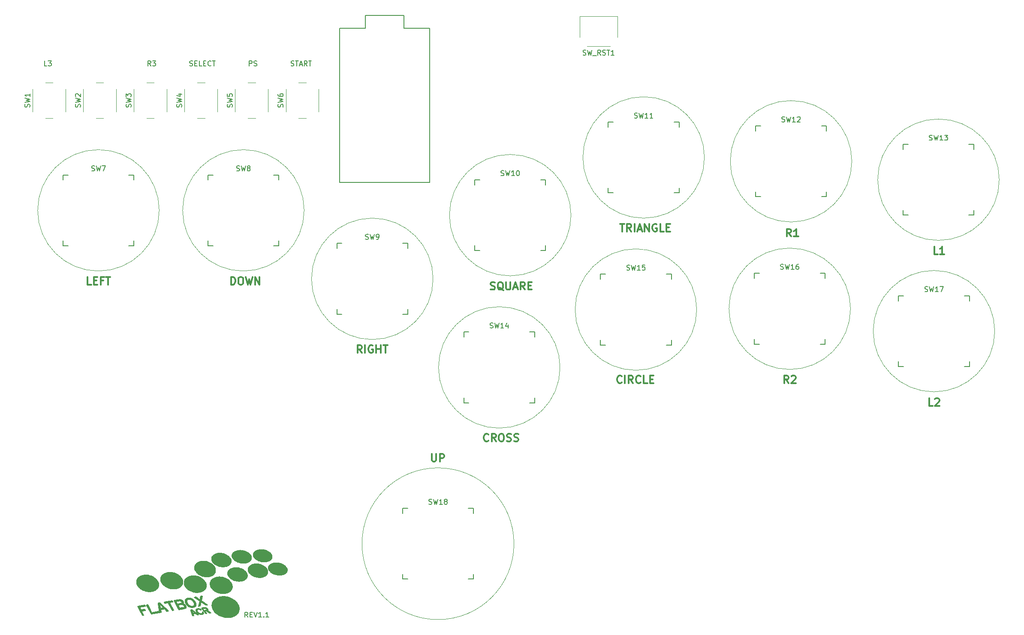
<source format=gto>
G04 #@! TF.GenerationSoftware,KiCad,Pcbnew,(6.0.6)*
G04 #@! TF.CreationDate,2022-07-21T01:25:26+09:00*
G04 #@! TF.ProjectId,Flatbox-rev1_1-kicad,466c6174-626f-4782-9d72-6576315f312d,1.1*
G04 #@! TF.SameCoordinates,Original*
G04 #@! TF.FileFunction,Legend,Top*
G04 #@! TF.FilePolarity,Positive*
%FSLAX46Y46*%
G04 Gerber Fmt 4.6, Leading zero omitted, Abs format (unit mm)*
G04 Created by KiCad (PCBNEW (6.0.6)) date 2022-07-21 01:25:26*
%MOMM*%
%LPD*%
G01*
G04 APERTURE LIST*
%ADD10C,0.120000*%
%ADD11C,0.200000*%
%ADD12C,0.300000*%
%ADD13C,0.150000*%
%ADD14C,0.100000*%
%ADD15C,1.600000*%
%ADD16R,1.600000X1.600000*%
%ADD17C,3.200000*%
%ADD18C,2.000000*%
%ADD19C,1.701800*%
%ADD20C,3.000000*%
%ADD21C,3.429000*%
%ADD22C,2.032000*%
%ADD23C,1.524000*%
%ADD24C,1.800000*%
G04 APERTURE END LIST*
D10*
X170120000Y-88620000D02*
G75*
G03*
X170120000Y-88620000I-12000000J0D01*
G01*
D11*
G36*
X76932212Y-145389435D02*
G01*
X77201452Y-145420874D01*
X77465784Y-145471997D01*
X77723655Y-145541761D01*
X77973512Y-145629125D01*
X78213802Y-145733044D01*
X78442973Y-145852476D01*
X78659471Y-145986379D01*
X78861744Y-146133709D01*
X79048239Y-146293423D01*
X79217403Y-146464479D01*
X79367683Y-146645834D01*
X79497527Y-146836446D01*
X79554300Y-146934896D01*
X79605381Y-147035270D01*
X79650577Y-147137436D01*
X79689692Y-147241265D01*
X79722535Y-147346625D01*
X79748909Y-147453387D01*
X79768403Y-147560149D01*
X79780828Y-147665510D01*
X79786320Y-147769339D01*
X79785019Y-147871505D01*
X79777062Y-147971879D01*
X79762587Y-148070330D01*
X79741733Y-148166727D01*
X79714637Y-148260941D01*
X79681438Y-148352841D01*
X79642273Y-148442296D01*
X79597282Y-148529177D01*
X79546601Y-148613352D01*
X79490369Y-148694692D01*
X79428725Y-148773067D01*
X79361806Y-148848345D01*
X79289750Y-148920397D01*
X79212696Y-148989091D01*
X79130781Y-149054299D01*
X79044144Y-149115889D01*
X78952922Y-149173731D01*
X78857255Y-149227695D01*
X78757279Y-149277650D01*
X78653134Y-149323467D01*
X78544956Y-149365013D01*
X78432885Y-149402161D01*
X78317059Y-149434778D01*
X78197615Y-149462735D01*
X78074691Y-149485901D01*
X77948426Y-149504146D01*
X77818958Y-149517339D01*
X77686425Y-149525351D01*
X77550964Y-149528050D01*
X77278369Y-149517339D01*
X77009129Y-149485901D01*
X76744797Y-149434778D01*
X76486926Y-149365013D01*
X76237069Y-149277650D01*
X75996778Y-149173731D01*
X75767607Y-149054299D01*
X75551109Y-148920397D01*
X75348836Y-148773067D01*
X75162341Y-148613352D01*
X74993177Y-148442296D01*
X74842897Y-148260941D01*
X74713054Y-148070330D01*
X74656281Y-147971879D01*
X74605200Y-147871505D01*
X74560004Y-147769339D01*
X74520888Y-147665510D01*
X74488046Y-147560149D01*
X74461672Y-147453387D01*
X74442177Y-147346625D01*
X74429753Y-147241265D01*
X74424260Y-147137436D01*
X74425562Y-147035270D01*
X74433519Y-146934896D01*
X74447994Y-146836446D01*
X74468848Y-146740048D01*
X74495944Y-146645834D01*
X74529143Y-146553935D01*
X74568307Y-146464479D01*
X74613299Y-146377599D01*
X74663980Y-146293423D01*
X74720211Y-146212083D01*
X74781856Y-146133709D01*
X74848775Y-146058430D01*
X74920831Y-145986379D01*
X74997885Y-145917684D01*
X75079800Y-145852476D01*
X75166437Y-145790886D01*
X75257658Y-145733044D01*
X75353326Y-145679080D01*
X75453301Y-145629125D01*
X75557447Y-145583308D01*
X75665624Y-145541761D01*
X75777695Y-145504614D01*
X75893522Y-145471997D01*
X76012966Y-145444040D01*
X76135890Y-145420874D01*
X76262155Y-145402629D01*
X76391623Y-145389435D01*
X76524156Y-145381424D01*
X76659616Y-145378724D01*
X76932212Y-145389435D01*
G37*
X76932212Y-145389435D02*
X77201452Y-145420874D01*
X77465784Y-145471997D01*
X77723655Y-145541761D01*
X77973512Y-145629125D01*
X78213802Y-145733044D01*
X78442973Y-145852476D01*
X78659471Y-145986379D01*
X78861744Y-146133709D01*
X79048239Y-146293423D01*
X79217403Y-146464479D01*
X79367683Y-146645834D01*
X79497527Y-146836446D01*
X79554300Y-146934896D01*
X79605381Y-147035270D01*
X79650577Y-147137436D01*
X79689692Y-147241265D01*
X79722535Y-147346625D01*
X79748909Y-147453387D01*
X79768403Y-147560149D01*
X79780828Y-147665510D01*
X79786320Y-147769339D01*
X79785019Y-147871505D01*
X79777062Y-147971879D01*
X79762587Y-148070330D01*
X79741733Y-148166727D01*
X79714637Y-148260941D01*
X79681438Y-148352841D01*
X79642273Y-148442296D01*
X79597282Y-148529177D01*
X79546601Y-148613352D01*
X79490369Y-148694692D01*
X79428725Y-148773067D01*
X79361806Y-148848345D01*
X79289750Y-148920397D01*
X79212696Y-148989091D01*
X79130781Y-149054299D01*
X79044144Y-149115889D01*
X78952922Y-149173731D01*
X78857255Y-149227695D01*
X78757279Y-149277650D01*
X78653134Y-149323467D01*
X78544956Y-149365013D01*
X78432885Y-149402161D01*
X78317059Y-149434778D01*
X78197615Y-149462735D01*
X78074691Y-149485901D01*
X77948426Y-149504146D01*
X77818958Y-149517339D01*
X77686425Y-149525351D01*
X77550964Y-149528050D01*
X77278369Y-149517339D01*
X77009129Y-149485901D01*
X76744797Y-149434778D01*
X76486926Y-149365013D01*
X76237069Y-149277650D01*
X75996778Y-149173731D01*
X75767607Y-149054299D01*
X75551109Y-148920397D01*
X75348836Y-148773067D01*
X75162341Y-148613352D01*
X74993177Y-148442296D01*
X74842897Y-148260941D01*
X74713054Y-148070330D01*
X74656281Y-147971879D01*
X74605200Y-147871505D01*
X74560004Y-147769339D01*
X74520888Y-147665510D01*
X74488046Y-147560149D01*
X74461672Y-147453387D01*
X74442177Y-147346625D01*
X74429753Y-147241265D01*
X74424260Y-147137436D01*
X74425562Y-147035270D01*
X74433519Y-146934896D01*
X74447994Y-146836446D01*
X74468848Y-146740048D01*
X74495944Y-146645834D01*
X74529143Y-146553935D01*
X74568307Y-146464479D01*
X74613299Y-146377599D01*
X74663980Y-146293423D01*
X74720211Y-146212083D01*
X74781856Y-146133709D01*
X74848775Y-146058430D01*
X74920831Y-145986379D01*
X74997885Y-145917684D01*
X75079800Y-145852476D01*
X75166437Y-145790886D01*
X75257658Y-145733044D01*
X75353326Y-145679080D01*
X75453301Y-145629125D01*
X75557447Y-145583308D01*
X75665624Y-145541761D01*
X75777695Y-145504614D01*
X75893522Y-145471997D01*
X76012966Y-145444040D01*
X76135890Y-145420874D01*
X76262155Y-145402629D01*
X76391623Y-145389435D01*
X76524156Y-145381424D01*
X76659616Y-145378724D01*
X76932212Y-145389435D01*
G36*
X71750000Y-147750000D02*
G01*
X71773416Y-147751117D01*
X71796848Y-147752881D01*
X71820296Y-147755292D01*
X71843761Y-147758349D01*
X71867241Y-147762054D01*
X71890737Y-147766405D01*
X71914249Y-147771403D01*
X71937777Y-147777048D01*
X71961321Y-147783339D01*
X71984987Y-147790182D01*
X72008476Y-147797547D01*
X72031789Y-147805433D01*
X72054924Y-147813842D01*
X72077883Y-147822772D01*
X72100666Y-147832224D01*
X72123271Y-147842198D01*
X72145700Y-147852694D01*
X72167952Y-147863712D01*
X72190027Y-147875251D01*
X72211925Y-147887312D01*
X72233646Y-147899895D01*
X72255191Y-147913000D01*
X72276559Y-147926627D01*
X72297750Y-147940775D01*
X72318764Y-147955445D01*
X72162973Y-148028619D01*
X72134210Y-148009476D01*
X72105395Y-147991875D01*
X72076527Y-147975814D01*
X72047607Y-147961294D01*
X72018634Y-147948315D01*
X71989609Y-147936876D01*
X71960531Y-147926978D01*
X71931401Y-147918622D01*
X71902218Y-147911805D01*
X71872983Y-147906530D01*
X71843695Y-147902796D01*
X71814354Y-147900602D01*
X71784962Y-147899949D01*
X71755516Y-147900837D01*
X71726018Y-147903266D01*
X71696468Y-147907235D01*
X71679804Y-147910159D01*
X71663846Y-147913476D01*
X71648593Y-147917187D01*
X71634045Y-147921291D01*
X71620204Y-147925788D01*
X71607067Y-147930679D01*
X71594636Y-147935963D01*
X71582911Y-147941641D01*
X71571891Y-147947712D01*
X71561577Y-147954176D01*
X71551968Y-147961034D01*
X71543065Y-147968285D01*
X71534868Y-147975929D01*
X71527376Y-147983967D01*
X71520590Y-147992399D01*
X71514509Y-148001224D01*
X71509073Y-148010361D01*
X71504220Y-148019729D01*
X71499952Y-148029329D01*
X71496267Y-148039159D01*
X71493167Y-148049220D01*
X71490651Y-148059513D01*
X71488718Y-148070036D01*
X71487370Y-148080791D01*
X71486606Y-148091776D01*
X71486426Y-148102993D01*
X71486830Y-148114441D01*
X71487818Y-148126119D01*
X71489390Y-148138029D01*
X71491547Y-148150170D01*
X71494287Y-148162542D01*
X71497612Y-148175145D01*
X71501302Y-148187716D01*
X71505417Y-148200361D01*
X71509956Y-148213081D01*
X71514920Y-148225876D01*
X71520309Y-148238746D01*
X71526122Y-148251690D01*
X71532360Y-148264710D01*
X71539023Y-148277804D01*
X71546110Y-148290973D01*
X71553621Y-148304217D01*
X71561558Y-148317535D01*
X71569919Y-148330928D01*
X71578704Y-148344396D01*
X71587914Y-148357939D01*
X71597549Y-148371557D01*
X71607609Y-148385249D01*
X71617997Y-148398889D01*
X71628620Y-148412348D01*
X71639476Y-148425627D01*
X71650566Y-148438725D01*
X71661889Y-148451643D01*
X71673446Y-148464381D01*
X71685237Y-148476939D01*
X71697262Y-148489316D01*
X71709521Y-148501513D01*
X71722013Y-148513530D01*
X71734739Y-148525366D01*
X71747699Y-148537022D01*
X71760892Y-148548498D01*
X71774320Y-148559793D01*
X71787981Y-148570908D01*
X71801876Y-148581843D01*
X71815967Y-148592519D01*
X71830218Y-148602858D01*
X71844627Y-148612860D01*
X71859195Y-148622525D01*
X71873922Y-148631852D01*
X71888809Y-148640842D01*
X71903854Y-148649495D01*
X71919058Y-148657811D01*
X71934421Y-148665790D01*
X71949943Y-148673432D01*
X71965624Y-148680736D01*
X71981465Y-148687704D01*
X71997464Y-148694334D01*
X72013622Y-148700628D01*
X72029939Y-148706584D01*
X72046415Y-148712203D01*
X72062985Y-148717398D01*
X72079583Y-148722082D01*
X72096210Y-148726255D01*
X72112866Y-148729916D01*
X72129551Y-148733067D01*
X72146265Y-148735706D01*
X72163007Y-148737835D01*
X72179779Y-148739452D01*
X72196579Y-148740558D01*
X72213408Y-148741153D01*
X72230266Y-148741237D01*
X72247153Y-148740810D01*
X72264069Y-148739872D01*
X72281013Y-148738422D01*
X72297987Y-148736462D01*
X72314989Y-148733991D01*
X72331676Y-148731050D01*
X72347703Y-148727683D01*
X72363071Y-148723889D01*
X72377779Y-148719668D01*
X72391828Y-148715021D01*
X72405217Y-148709946D01*
X72417947Y-148704445D01*
X72430017Y-148698518D01*
X72441428Y-148692163D01*
X72452178Y-148685382D01*
X72462270Y-148678174D01*
X72471702Y-148670540D01*
X72480474Y-148662478D01*
X72488586Y-148653990D01*
X72496039Y-148645075D01*
X72502832Y-148635734D01*
X72508922Y-148625745D01*
X72514137Y-148615325D01*
X72518476Y-148604474D01*
X72521939Y-148593192D01*
X72524527Y-148581479D01*
X72526240Y-148569335D01*
X72527076Y-148556760D01*
X72527038Y-148543754D01*
X72526123Y-148530317D01*
X72524334Y-148516448D01*
X72521668Y-148502149D01*
X72518128Y-148487418D01*
X72513711Y-148472256D01*
X72508419Y-148456663D01*
X72502252Y-148440639D01*
X72495209Y-148424184D01*
X72704210Y-148417285D01*
X72712774Y-148441885D01*
X72720226Y-148465833D01*
X72726565Y-148489128D01*
X72731792Y-148511770D01*
X72735907Y-148533758D01*
X72738909Y-148555094D01*
X72740799Y-148575778D01*
X72741577Y-148595808D01*
X72741242Y-148615185D01*
X72739795Y-148633910D01*
X72737236Y-148651981D01*
X72733565Y-148669400D01*
X72728781Y-148686166D01*
X72722885Y-148702279D01*
X72715877Y-148717739D01*
X72707756Y-148732547D01*
X72703376Y-148739692D01*
X72698710Y-148746678D01*
X72693760Y-148753505D01*
X72688523Y-148760173D01*
X72683002Y-148766683D01*
X72677195Y-148773034D01*
X72671102Y-148779226D01*
X72664724Y-148785259D01*
X72658061Y-148791134D01*
X72651112Y-148796850D01*
X72643878Y-148802406D01*
X72636359Y-148807805D01*
X72628554Y-148813044D01*
X72620464Y-148818124D01*
X72612088Y-148823046D01*
X72603427Y-148827809D01*
X72585249Y-148836859D01*
X72565929Y-148845273D01*
X72545467Y-148853052D01*
X72523864Y-148860196D01*
X72501119Y-148866705D01*
X72477233Y-148872579D01*
X72452205Y-148877817D01*
X72426035Y-148882421D01*
X72402924Y-148885806D01*
X72379781Y-148888560D01*
X72356605Y-148890683D01*
X72333397Y-148892175D01*
X72310156Y-148893036D01*
X72286883Y-148893266D01*
X72263576Y-148892865D01*
X72240238Y-148891833D01*
X72216867Y-148890170D01*
X72193463Y-148887875D01*
X72170026Y-148884950D01*
X72146557Y-148881393D01*
X72123056Y-148877206D01*
X72099522Y-148872387D01*
X72075956Y-148866937D01*
X72052357Y-148860856D01*
X72029034Y-148854178D01*
X72005893Y-148847004D01*
X71982934Y-148839333D01*
X71960156Y-148831166D01*
X71937559Y-148822502D01*
X71915144Y-148813341D01*
X71892911Y-148803684D01*
X71870859Y-148793530D01*
X71848988Y-148782880D01*
X71827299Y-148771733D01*
X71805791Y-148760090D01*
X71784465Y-148747950D01*
X71763321Y-148735314D01*
X71742357Y-148722180D01*
X71721576Y-148708551D01*
X71700975Y-148694425D01*
X71680696Y-148679656D01*
X71660749Y-148664536D01*
X71641134Y-148649064D01*
X71621851Y-148633239D01*
X71602900Y-148617063D01*
X71584282Y-148600535D01*
X71565996Y-148583654D01*
X71548042Y-148566422D01*
X71530420Y-148548838D01*
X71513131Y-148530902D01*
X71496174Y-148512613D01*
X71479548Y-148493973D01*
X71463256Y-148474982D01*
X71447295Y-148455638D01*
X71431666Y-148435942D01*
X71416370Y-148415894D01*
X71401610Y-148395768D01*
X71387591Y-148375834D01*
X71374311Y-148356093D01*
X71361771Y-148336545D01*
X71349970Y-148317190D01*
X71338910Y-148298029D01*
X71328590Y-148279060D01*
X71319010Y-148260285D01*
X71310170Y-148241703D01*
X71302070Y-148223313D01*
X71294710Y-148205117D01*
X71288089Y-148187114D01*
X71282209Y-148169304D01*
X71277069Y-148151687D01*
X71272669Y-148134263D01*
X71269008Y-148117032D01*
X71266190Y-148099855D01*
X71264186Y-148083027D01*
X71262996Y-148066549D01*
X71262621Y-148050422D01*
X71263061Y-148034644D01*
X71264316Y-148019216D01*
X71266386Y-148004138D01*
X71269270Y-147989410D01*
X71272969Y-147975032D01*
X71277483Y-147961004D01*
X71282812Y-147947326D01*
X71288955Y-147933997D01*
X71295914Y-147921019D01*
X71303687Y-147908390D01*
X71312275Y-147896112D01*
X71321678Y-147884183D01*
X71332099Y-147872650D01*
X71343338Y-147861623D01*
X71355395Y-147851101D01*
X71368269Y-147841083D01*
X71381961Y-147831572D01*
X71396470Y-147822565D01*
X71411797Y-147814064D01*
X71427942Y-147806068D01*
X71444904Y-147798577D01*
X71462684Y-147791591D01*
X71481281Y-147785111D01*
X71500696Y-147779136D01*
X71520929Y-147773666D01*
X71541979Y-147768702D01*
X71563847Y-147764243D01*
X71586532Y-147760289D01*
X71609837Y-147756879D01*
X71633158Y-147754115D01*
X71656494Y-147751999D01*
X71679846Y-147750529D01*
X71703215Y-147749706D01*
X71726599Y-147749529D01*
X71750000Y-147750000D01*
G37*
X71750000Y-147750000D02*
X71773416Y-147751117D01*
X71796848Y-147752881D01*
X71820296Y-147755292D01*
X71843761Y-147758349D01*
X71867241Y-147762054D01*
X71890737Y-147766405D01*
X71914249Y-147771403D01*
X71937777Y-147777048D01*
X71961321Y-147783339D01*
X71984987Y-147790182D01*
X72008476Y-147797547D01*
X72031789Y-147805433D01*
X72054924Y-147813842D01*
X72077883Y-147822772D01*
X72100666Y-147832224D01*
X72123271Y-147842198D01*
X72145700Y-147852694D01*
X72167952Y-147863712D01*
X72190027Y-147875251D01*
X72211925Y-147887312D01*
X72233646Y-147899895D01*
X72255191Y-147913000D01*
X72276559Y-147926627D01*
X72297750Y-147940775D01*
X72318764Y-147955445D01*
X72162973Y-148028619D01*
X72134210Y-148009476D01*
X72105395Y-147991875D01*
X72076527Y-147975814D01*
X72047607Y-147961294D01*
X72018634Y-147948315D01*
X71989609Y-147936876D01*
X71960531Y-147926978D01*
X71931401Y-147918622D01*
X71902218Y-147911805D01*
X71872983Y-147906530D01*
X71843695Y-147902796D01*
X71814354Y-147900602D01*
X71784962Y-147899949D01*
X71755516Y-147900837D01*
X71726018Y-147903266D01*
X71696468Y-147907235D01*
X71679804Y-147910159D01*
X71663846Y-147913476D01*
X71648593Y-147917187D01*
X71634045Y-147921291D01*
X71620204Y-147925788D01*
X71607067Y-147930679D01*
X71594636Y-147935963D01*
X71582911Y-147941641D01*
X71571891Y-147947712D01*
X71561577Y-147954176D01*
X71551968Y-147961034D01*
X71543065Y-147968285D01*
X71534868Y-147975929D01*
X71527376Y-147983967D01*
X71520590Y-147992399D01*
X71514509Y-148001224D01*
X71509073Y-148010361D01*
X71504220Y-148019729D01*
X71499952Y-148029329D01*
X71496267Y-148039159D01*
X71493167Y-148049220D01*
X71490651Y-148059513D01*
X71488718Y-148070036D01*
X71487370Y-148080791D01*
X71486606Y-148091776D01*
X71486426Y-148102993D01*
X71486830Y-148114441D01*
X71487818Y-148126119D01*
X71489390Y-148138029D01*
X71491547Y-148150170D01*
X71494287Y-148162542D01*
X71497612Y-148175145D01*
X71501302Y-148187716D01*
X71505417Y-148200361D01*
X71509956Y-148213081D01*
X71514920Y-148225876D01*
X71520309Y-148238746D01*
X71526122Y-148251690D01*
X71532360Y-148264710D01*
X71539023Y-148277804D01*
X71546110Y-148290973D01*
X71553621Y-148304217D01*
X71561558Y-148317535D01*
X71569919Y-148330928D01*
X71578704Y-148344396D01*
X71587914Y-148357939D01*
X71597549Y-148371557D01*
X71607609Y-148385249D01*
X71617997Y-148398889D01*
X71628620Y-148412348D01*
X71639476Y-148425627D01*
X71650566Y-148438725D01*
X71661889Y-148451643D01*
X71673446Y-148464381D01*
X71685237Y-148476939D01*
X71697262Y-148489316D01*
X71709521Y-148501513D01*
X71722013Y-148513530D01*
X71734739Y-148525366D01*
X71747699Y-148537022D01*
X71760892Y-148548498D01*
X71774320Y-148559793D01*
X71787981Y-148570908D01*
X71801876Y-148581843D01*
X71815967Y-148592519D01*
X71830218Y-148602858D01*
X71844627Y-148612860D01*
X71859195Y-148622525D01*
X71873922Y-148631852D01*
X71888809Y-148640842D01*
X71903854Y-148649495D01*
X71919058Y-148657811D01*
X71934421Y-148665790D01*
X71949943Y-148673432D01*
X71965624Y-148680736D01*
X71981465Y-148687704D01*
X71997464Y-148694334D01*
X72013622Y-148700628D01*
X72029939Y-148706584D01*
X72046415Y-148712203D01*
X72062985Y-148717398D01*
X72079583Y-148722082D01*
X72096210Y-148726255D01*
X72112866Y-148729916D01*
X72129551Y-148733067D01*
X72146265Y-148735706D01*
X72163007Y-148737835D01*
X72179779Y-148739452D01*
X72196579Y-148740558D01*
X72213408Y-148741153D01*
X72230266Y-148741237D01*
X72247153Y-148740810D01*
X72264069Y-148739872D01*
X72281013Y-148738422D01*
X72297987Y-148736462D01*
X72314989Y-148733991D01*
X72331676Y-148731050D01*
X72347703Y-148727683D01*
X72363071Y-148723889D01*
X72377779Y-148719668D01*
X72391828Y-148715021D01*
X72405217Y-148709946D01*
X72417947Y-148704445D01*
X72430017Y-148698518D01*
X72441428Y-148692163D01*
X72452178Y-148685382D01*
X72462270Y-148678174D01*
X72471702Y-148670540D01*
X72480474Y-148662478D01*
X72488586Y-148653990D01*
X72496039Y-148645075D01*
X72502832Y-148635734D01*
X72508922Y-148625745D01*
X72514137Y-148615325D01*
X72518476Y-148604474D01*
X72521939Y-148593192D01*
X72524527Y-148581479D01*
X72526240Y-148569335D01*
X72527076Y-148556760D01*
X72527038Y-148543754D01*
X72526123Y-148530317D01*
X72524334Y-148516448D01*
X72521668Y-148502149D01*
X72518128Y-148487418D01*
X72513711Y-148472256D01*
X72508419Y-148456663D01*
X72502252Y-148440639D01*
X72495209Y-148424184D01*
X72704210Y-148417285D01*
X72712774Y-148441885D01*
X72720226Y-148465833D01*
X72726565Y-148489128D01*
X72731792Y-148511770D01*
X72735907Y-148533758D01*
X72738909Y-148555094D01*
X72740799Y-148575778D01*
X72741577Y-148595808D01*
X72741242Y-148615185D01*
X72739795Y-148633910D01*
X72737236Y-148651981D01*
X72733565Y-148669400D01*
X72728781Y-148686166D01*
X72722885Y-148702279D01*
X72715877Y-148717739D01*
X72707756Y-148732547D01*
X72703376Y-148739692D01*
X72698710Y-148746678D01*
X72693760Y-148753505D01*
X72688523Y-148760173D01*
X72683002Y-148766683D01*
X72677195Y-148773034D01*
X72671102Y-148779226D01*
X72664724Y-148785259D01*
X72658061Y-148791134D01*
X72651112Y-148796850D01*
X72643878Y-148802406D01*
X72636359Y-148807805D01*
X72628554Y-148813044D01*
X72620464Y-148818124D01*
X72612088Y-148823046D01*
X72603427Y-148827809D01*
X72585249Y-148836859D01*
X72565929Y-148845273D01*
X72545467Y-148853052D01*
X72523864Y-148860196D01*
X72501119Y-148866705D01*
X72477233Y-148872579D01*
X72452205Y-148877817D01*
X72426035Y-148882421D01*
X72402924Y-148885806D01*
X72379781Y-148888560D01*
X72356605Y-148890683D01*
X72333397Y-148892175D01*
X72310156Y-148893036D01*
X72286883Y-148893266D01*
X72263576Y-148892865D01*
X72240238Y-148891833D01*
X72216867Y-148890170D01*
X72193463Y-148887875D01*
X72170026Y-148884950D01*
X72146557Y-148881393D01*
X72123056Y-148877206D01*
X72099522Y-148872387D01*
X72075956Y-148866937D01*
X72052357Y-148860856D01*
X72029034Y-148854178D01*
X72005893Y-148847004D01*
X71982934Y-148839333D01*
X71960156Y-148831166D01*
X71937559Y-148822502D01*
X71915144Y-148813341D01*
X71892911Y-148803684D01*
X71870859Y-148793530D01*
X71848988Y-148782880D01*
X71827299Y-148771733D01*
X71805791Y-148760090D01*
X71784465Y-148747950D01*
X71763321Y-148735314D01*
X71742357Y-148722180D01*
X71721576Y-148708551D01*
X71700975Y-148694425D01*
X71680696Y-148679656D01*
X71660749Y-148664536D01*
X71641134Y-148649064D01*
X71621851Y-148633239D01*
X71602900Y-148617063D01*
X71584282Y-148600535D01*
X71565996Y-148583654D01*
X71548042Y-148566422D01*
X71530420Y-148548838D01*
X71513131Y-148530902D01*
X71496174Y-148512613D01*
X71479548Y-148493973D01*
X71463256Y-148474982D01*
X71447295Y-148455638D01*
X71431666Y-148435942D01*
X71416370Y-148415894D01*
X71401610Y-148395768D01*
X71387591Y-148375834D01*
X71374311Y-148356093D01*
X71361771Y-148336545D01*
X71349970Y-148317190D01*
X71338910Y-148298029D01*
X71328590Y-148279060D01*
X71319010Y-148260285D01*
X71310170Y-148241703D01*
X71302070Y-148223313D01*
X71294710Y-148205117D01*
X71288089Y-148187114D01*
X71282209Y-148169304D01*
X71277069Y-148151687D01*
X71272669Y-148134263D01*
X71269008Y-148117032D01*
X71266190Y-148099855D01*
X71264186Y-148083027D01*
X71262996Y-148066549D01*
X71262621Y-148050422D01*
X71263061Y-148034644D01*
X71264316Y-148019216D01*
X71266386Y-148004138D01*
X71269270Y-147989410D01*
X71272969Y-147975032D01*
X71277483Y-147961004D01*
X71282812Y-147947326D01*
X71288955Y-147933997D01*
X71295914Y-147921019D01*
X71303687Y-147908390D01*
X71312275Y-147896112D01*
X71321678Y-147884183D01*
X71332099Y-147872650D01*
X71343338Y-147861623D01*
X71355395Y-147851101D01*
X71368269Y-147841083D01*
X71381961Y-147831572D01*
X71396470Y-147822565D01*
X71411797Y-147814064D01*
X71427942Y-147806068D01*
X71444904Y-147798577D01*
X71462684Y-147791591D01*
X71481281Y-147785111D01*
X71500696Y-147779136D01*
X71520929Y-147773666D01*
X71541979Y-147768702D01*
X71563847Y-147764243D01*
X71586532Y-147760289D01*
X71609837Y-147756879D01*
X71633158Y-147754115D01*
X71656494Y-147751999D01*
X71679846Y-147750529D01*
X71703215Y-147749706D01*
X71726599Y-147749529D01*
X71750000Y-147750000D01*
G36*
X65860780Y-148257485D02*
G01*
X65530388Y-148310702D01*
X65041501Y-147812152D01*
X64292958Y-147932721D01*
X64379179Y-148496129D01*
X64048786Y-148549346D01*
X63837253Y-146883546D01*
X64131695Y-146883546D01*
X64255351Y-147681907D01*
X64823213Y-147590440D01*
X64131695Y-146883546D01*
X63837253Y-146883546D01*
X63807235Y-146647161D01*
X64168600Y-146588954D01*
X65860780Y-148257485D01*
G37*
X65860780Y-148257485D02*
X65530388Y-148310702D01*
X65041501Y-147812152D01*
X64292958Y-147932721D01*
X64379179Y-148496129D01*
X64048786Y-148549346D01*
X63837253Y-146883546D01*
X64131695Y-146883546D01*
X64255351Y-147681907D01*
X64823213Y-147590440D01*
X64131695Y-146883546D01*
X63837253Y-146883546D01*
X63807235Y-146647161D01*
X64168600Y-146588954D01*
X65860780Y-148257485D01*
G36*
X66724125Y-146431552D02*
G01*
X66047855Y-146540481D01*
X66888092Y-148092013D01*
X66606742Y-148137330D01*
X65766505Y-146585797D01*
X65090234Y-146694726D01*
X64963605Y-146460898D01*
X66597496Y-146197724D01*
X66724125Y-146431552D01*
G37*
X66724125Y-146431552D02*
X66047855Y-146540481D01*
X66888092Y-148092013D01*
X66606742Y-148137330D01*
X65766505Y-146585797D01*
X65090234Y-146694726D01*
X64963605Y-146460898D01*
X66597496Y-146197724D01*
X66724125Y-146431552D01*
G36*
X72781813Y-147587014D02*
G01*
X72960083Y-147558444D01*
X72980737Y-147555471D01*
X73001374Y-147553177D01*
X73021994Y-147551561D01*
X73042596Y-147550622D01*
X73063181Y-147550362D01*
X73083749Y-147550780D01*
X73104299Y-147551876D01*
X73124832Y-147553650D01*
X73145348Y-147556102D01*
X73165847Y-147559233D01*
X73186328Y-147563041D01*
X73206792Y-147567527D01*
X73227239Y-147572692D01*
X73247668Y-147578534D01*
X73268080Y-147585055D01*
X73288475Y-147592254D01*
X73308566Y-147600014D01*
X73328346Y-147608590D01*
X73347815Y-147617982D01*
X73366973Y-147628191D01*
X73385819Y-147639215D01*
X73404355Y-147651055D01*
X73422579Y-147663712D01*
X73440492Y-147677185D01*
X73458095Y-147691473D01*
X73475385Y-147706578D01*
X73492365Y-147722499D01*
X73509034Y-147739236D01*
X73525392Y-147756788D01*
X73541438Y-147775157D01*
X73557173Y-147794342D01*
X73572597Y-147814343D01*
X73585277Y-147831765D01*
X73596941Y-147848778D01*
X73607591Y-147865382D01*
X73617226Y-147881578D01*
X73625846Y-147897364D01*
X73633452Y-147912742D01*
X73640042Y-147927712D01*
X73645618Y-147942272D01*
X73650179Y-147956424D01*
X73653725Y-147970166D01*
X73656257Y-147983500D01*
X73657773Y-147996425D01*
X73658275Y-148008942D01*
X73657762Y-148021049D01*
X73656235Y-148032748D01*
X73653692Y-148044038D01*
X73652005Y-148049442D01*
X73650134Y-148054757D01*
X73648078Y-148059980D01*
X73645837Y-148065113D01*
X73643411Y-148070156D01*
X73640801Y-148075108D01*
X73638006Y-148079970D01*
X73635026Y-148084741D01*
X73631862Y-148089421D01*
X73628513Y-148094011D01*
X73621261Y-148102920D01*
X73613270Y-148111467D01*
X73604540Y-148119651D01*
X73595072Y-148127474D01*
X73584864Y-148134934D01*
X73573918Y-148142033D01*
X73562233Y-148148769D01*
X73549809Y-148155143D01*
X73536646Y-148161155D01*
X73522745Y-148166805D01*
X73508104Y-148172093D01*
X74193792Y-148579167D01*
X73983108Y-148612931D01*
X73317560Y-148210940D01*
X73255976Y-148220809D01*
X73006397Y-148260808D01*
X73346197Y-148715005D01*
X73169546Y-148743314D01*
X72441007Y-147769505D01*
X72638838Y-147769505D01*
X72898683Y-148116832D01*
X73226053Y-148064366D01*
X73248157Y-148060668D01*
X73269090Y-148056846D01*
X73288853Y-148052900D01*
X73307445Y-148048830D01*
X73324867Y-148044637D01*
X73341120Y-148040319D01*
X73356201Y-148035878D01*
X73370113Y-148031312D01*
X73376816Y-148028862D01*
X73383193Y-148026204D01*
X73389245Y-148023338D01*
X73394971Y-148020265D01*
X73400372Y-148016984D01*
X73405447Y-148013496D01*
X73410197Y-148009800D01*
X73414622Y-148005896D01*
X73418721Y-148001785D01*
X73422494Y-147997466D01*
X73425942Y-147992939D01*
X73429064Y-147988205D01*
X73431861Y-147983263D01*
X73434333Y-147978113D01*
X73436479Y-147972756D01*
X73438299Y-147967191D01*
X73439157Y-147964308D01*
X73439871Y-147961361D01*
X73440442Y-147958349D01*
X73440868Y-147955273D01*
X73441150Y-147952132D01*
X73441288Y-147948926D01*
X73441132Y-147942322D01*
X73440400Y-147935459D01*
X73439092Y-147928337D01*
X73437208Y-147920958D01*
X73434748Y-147913320D01*
X73431712Y-147905423D01*
X73428100Y-147897269D01*
X73423912Y-147888856D01*
X73419148Y-147880185D01*
X73413808Y-147871255D01*
X73407892Y-147862068D01*
X73401399Y-147852622D01*
X73394331Y-147842917D01*
X73386920Y-147833268D01*
X73379402Y-147823986D01*
X73371776Y-147815073D01*
X73364043Y-147806527D01*
X73356202Y-147798349D01*
X73348253Y-147790539D01*
X73340197Y-147783097D01*
X73332033Y-147776022D01*
X73323762Y-147769316D01*
X73315383Y-147762977D01*
X73306896Y-147757007D01*
X73298302Y-147751404D01*
X73289600Y-147746169D01*
X73280790Y-147741301D01*
X73271873Y-147736802D01*
X73262848Y-147732671D01*
X73253983Y-147728819D01*
X73245139Y-147725223D01*
X73236317Y-147721884D01*
X73227516Y-147718801D01*
X73218737Y-147715974D01*
X73209979Y-147713404D01*
X73201243Y-147711089D01*
X73192529Y-147709032D01*
X73183836Y-147707230D01*
X73175165Y-147705685D01*
X73166515Y-147704396D01*
X73157887Y-147703363D01*
X73149280Y-147702586D01*
X73140695Y-147702066D01*
X73132132Y-147701802D01*
X73123590Y-147701795D01*
X73106558Y-147702188D01*
X73088771Y-147703014D01*
X73070230Y-147704272D01*
X73050935Y-147705963D01*
X73030886Y-147708086D01*
X73010082Y-147710642D01*
X72988525Y-147713629D01*
X72966213Y-147717050D01*
X72638838Y-147769505D01*
X72441007Y-147769505D01*
X72355583Y-147655322D01*
X72781813Y-147587014D01*
G37*
X72781813Y-147587014D02*
X72960083Y-147558444D01*
X72980737Y-147555471D01*
X73001374Y-147553177D01*
X73021994Y-147551561D01*
X73042596Y-147550622D01*
X73063181Y-147550362D01*
X73083749Y-147550780D01*
X73104299Y-147551876D01*
X73124832Y-147553650D01*
X73145348Y-147556102D01*
X73165847Y-147559233D01*
X73186328Y-147563041D01*
X73206792Y-147567527D01*
X73227239Y-147572692D01*
X73247668Y-147578534D01*
X73268080Y-147585055D01*
X73288475Y-147592254D01*
X73308566Y-147600014D01*
X73328346Y-147608590D01*
X73347815Y-147617982D01*
X73366973Y-147628191D01*
X73385819Y-147639215D01*
X73404355Y-147651055D01*
X73422579Y-147663712D01*
X73440492Y-147677185D01*
X73458095Y-147691473D01*
X73475385Y-147706578D01*
X73492365Y-147722499D01*
X73509034Y-147739236D01*
X73525392Y-147756788D01*
X73541438Y-147775157D01*
X73557173Y-147794342D01*
X73572597Y-147814343D01*
X73585277Y-147831765D01*
X73596941Y-147848778D01*
X73607591Y-147865382D01*
X73617226Y-147881578D01*
X73625846Y-147897364D01*
X73633452Y-147912742D01*
X73640042Y-147927712D01*
X73645618Y-147942272D01*
X73650179Y-147956424D01*
X73653725Y-147970166D01*
X73656257Y-147983500D01*
X73657773Y-147996425D01*
X73658275Y-148008942D01*
X73657762Y-148021049D01*
X73656235Y-148032748D01*
X73653692Y-148044038D01*
X73652005Y-148049442D01*
X73650134Y-148054757D01*
X73648078Y-148059980D01*
X73645837Y-148065113D01*
X73643411Y-148070156D01*
X73640801Y-148075108D01*
X73638006Y-148079970D01*
X73635026Y-148084741D01*
X73631862Y-148089421D01*
X73628513Y-148094011D01*
X73621261Y-148102920D01*
X73613270Y-148111467D01*
X73604540Y-148119651D01*
X73595072Y-148127474D01*
X73584864Y-148134934D01*
X73573918Y-148142033D01*
X73562233Y-148148769D01*
X73549809Y-148155143D01*
X73536646Y-148161155D01*
X73522745Y-148166805D01*
X73508104Y-148172093D01*
X74193792Y-148579167D01*
X73983108Y-148612931D01*
X73317560Y-148210940D01*
X73255976Y-148220809D01*
X73006397Y-148260808D01*
X73346197Y-148715005D01*
X73169546Y-148743314D01*
X72441007Y-147769505D01*
X72638838Y-147769505D01*
X72898683Y-148116832D01*
X73226053Y-148064366D01*
X73248157Y-148060668D01*
X73269090Y-148056846D01*
X73288853Y-148052900D01*
X73307445Y-148048830D01*
X73324867Y-148044637D01*
X73341120Y-148040319D01*
X73356201Y-148035878D01*
X73370113Y-148031312D01*
X73376816Y-148028862D01*
X73383193Y-148026204D01*
X73389245Y-148023338D01*
X73394971Y-148020265D01*
X73400372Y-148016984D01*
X73405447Y-148013496D01*
X73410197Y-148009800D01*
X73414622Y-148005896D01*
X73418721Y-148001785D01*
X73422494Y-147997466D01*
X73425942Y-147992939D01*
X73429064Y-147988205D01*
X73431861Y-147983263D01*
X73434333Y-147978113D01*
X73436479Y-147972756D01*
X73438299Y-147967191D01*
X73439157Y-147964308D01*
X73439871Y-147961361D01*
X73440442Y-147958349D01*
X73440868Y-147955273D01*
X73441150Y-147952132D01*
X73441288Y-147948926D01*
X73441132Y-147942322D01*
X73440400Y-147935459D01*
X73439092Y-147928337D01*
X73437208Y-147920958D01*
X73434748Y-147913320D01*
X73431712Y-147905423D01*
X73428100Y-147897269D01*
X73423912Y-147888856D01*
X73419148Y-147880185D01*
X73413808Y-147871255D01*
X73407892Y-147862068D01*
X73401399Y-147852622D01*
X73394331Y-147842917D01*
X73386920Y-147833268D01*
X73379402Y-147823986D01*
X73371776Y-147815073D01*
X73364043Y-147806527D01*
X73356202Y-147798349D01*
X73348253Y-147790539D01*
X73340197Y-147783097D01*
X73332033Y-147776022D01*
X73323762Y-147769316D01*
X73315383Y-147762977D01*
X73306896Y-147757007D01*
X73298302Y-147751404D01*
X73289600Y-147746169D01*
X73280790Y-147741301D01*
X73271873Y-147736802D01*
X73262848Y-147732671D01*
X73253983Y-147728819D01*
X73245139Y-147725223D01*
X73236317Y-147721884D01*
X73227516Y-147718801D01*
X73218737Y-147715974D01*
X73209979Y-147713404D01*
X73201243Y-147711089D01*
X73192529Y-147709032D01*
X73183836Y-147707230D01*
X73175165Y-147705685D01*
X73166515Y-147704396D01*
X73157887Y-147703363D01*
X73149280Y-147702586D01*
X73140695Y-147702066D01*
X73132132Y-147701802D01*
X73123590Y-147701795D01*
X73106558Y-147702188D01*
X73088771Y-147703014D01*
X73070230Y-147704272D01*
X73050935Y-147705963D01*
X73030886Y-147708086D01*
X73010082Y-147710642D01*
X72988525Y-147713629D01*
X72966213Y-147717050D01*
X72638838Y-147769505D01*
X72441007Y-147769505D01*
X72355583Y-147655322D01*
X72781813Y-147587014D01*
D10*
X64000000Y-69000000D02*
G75*
G03*
X64000000Y-69000000I-12000000J0D01*
G01*
D11*
G36*
X87305034Y-138720109D02*
G01*
X87491125Y-138738353D01*
X87673823Y-138768020D01*
X87852056Y-138808505D01*
X88024750Y-138859203D01*
X88190831Y-138919508D01*
X88349227Y-138988816D01*
X88498864Y-139066520D01*
X88638669Y-139152017D01*
X88767569Y-139244701D01*
X88884490Y-139343967D01*
X88988359Y-139449209D01*
X89078102Y-139559823D01*
X89152648Y-139675202D01*
X89183886Y-139734490D01*
X89210921Y-139794743D01*
X89233621Y-139855885D01*
X89251850Y-139917840D01*
X89265324Y-139979795D01*
X89273911Y-140040937D01*
X89277708Y-140101190D01*
X89276808Y-140160478D01*
X89271308Y-140218726D01*
X89261304Y-140275858D01*
X89246890Y-140331798D01*
X89228162Y-140386471D01*
X89205216Y-140439802D01*
X89178147Y-140491714D01*
X89147050Y-140542131D01*
X89112021Y-140590979D01*
X89073156Y-140638182D01*
X89030549Y-140683663D01*
X88984297Y-140727348D01*
X88934494Y-140769160D01*
X88881236Y-140809025D01*
X88824619Y-140846866D01*
X88764738Y-140882607D01*
X88701689Y-140916173D01*
X88635567Y-140947489D01*
X88566467Y-140976479D01*
X88494484Y-141003067D01*
X88419716Y-141027177D01*
X88342255Y-141048734D01*
X88262200Y-141067662D01*
X88179643Y-141083885D01*
X88094682Y-141097329D01*
X88007412Y-141107917D01*
X87917927Y-141115573D01*
X87826324Y-141120222D01*
X87732698Y-141121789D01*
X87544289Y-141115573D01*
X87358198Y-141097329D01*
X87175500Y-141067662D01*
X86997268Y-141027177D01*
X86824575Y-140976479D01*
X86658493Y-140916173D01*
X86500098Y-140846866D01*
X86350461Y-140769160D01*
X86210656Y-140683663D01*
X86081756Y-140590979D01*
X85964835Y-140491714D01*
X85860966Y-140386471D01*
X85771222Y-140275858D01*
X85696677Y-140160478D01*
X85665439Y-140101190D01*
X85638403Y-140040937D01*
X85615704Y-139979795D01*
X85597475Y-139917840D01*
X85584001Y-139855885D01*
X85575413Y-139794743D01*
X85571617Y-139734490D01*
X85572517Y-139675202D01*
X85578016Y-139616954D01*
X85588021Y-139559823D01*
X85602435Y-139503882D01*
X85621163Y-139449209D01*
X85644109Y-139395879D01*
X85671178Y-139343967D01*
X85702275Y-139293549D01*
X85737304Y-139244701D01*
X85776169Y-139197499D01*
X85818776Y-139152017D01*
X85865028Y-139108333D01*
X85914831Y-139066520D01*
X85968088Y-139026656D01*
X86024705Y-138988816D01*
X86084586Y-138953074D01*
X86147635Y-138919508D01*
X86213758Y-138888192D01*
X86282858Y-138859203D01*
X86354840Y-138832615D01*
X86429609Y-138808505D01*
X86507068Y-138786948D01*
X86587124Y-138768020D01*
X86669680Y-138751796D01*
X86754641Y-138738353D01*
X86841912Y-138727765D01*
X86931396Y-138720109D01*
X87022999Y-138715459D01*
X87116625Y-138713893D01*
X87305034Y-138720109D01*
G37*
X87305034Y-138720109D02*
X87491125Y-138738353D01*
X87673823Y-138768020D01*
X87852056Y-138808505D01*
X88024750Y-138859203D01*
X88190831Y-138919508D01*
X88349227Y-138988816D01*
X88498864Y-139066520D01*
X88638669Y-139152017D01*
X88767569Y-139244701D01*
X88884490Y-139343967D01*
X88988359Y-139449209D01*
X89078102Y-139559823D01*
X89152648Y-139675202D01*
X89183886Y-139734490D01*
X89210921Y-139794743D01*
X89233621Y-139855885D01*
X89251850Y-139917840D01*
X89265324Y-139979795D01*
X89273911Y-140040937D01*
X89277708Y-140101190D01*
X89276808Y-140160478D01*
X89271308Y-140218726D01*
X89261304Y-140275858D01*
X89246890Y-140331798D01*
X89228162Y-140386471D01*
X89205216Y-140439802D01*
X89178147Y-140491714D01*
X89147050Y-140542131D01*
X89112021Y-140590979D01*
X89073156Y-140638182D01*
X89030549Y-140683663D01*
X88984297Y-140727348D01*
X88934494Y-140769160D01*
X88881236Y-140809025D01*
X88824619Y-140846866D01*
X88764738Y-140882607D01*
X88701689Y-140916173D01*
X88635567Y-140947489D01*
X88566467Y-140976479D01*
X88494484Y-141003067D01*
X88419716Y-141027177D01*
X88342255Y-141048734D01*
X88262200Y-141067662D01*
X88179643Y-141083885D01*
X88094682Y-141097329D01*
X88007412Y-141107917D01*
X87917927Y-141115573D01*
X87826324Y-141120222D01*
X87732698Y-141121789D01*
X87544289Y-141115573D01*
X87358198Y-141097329D01*
X87175500Y-141067662D01*
X86997268Y-141027177D01*
X86824575Y-140976479D01*
X86658493Y-140916173D01*
X86500098Y-140846866D01*
X86350461Y-140769160D01*
X86210656Y-140683663D01*
X86081756Y-140590979D01*
X85964835Y-140491714D01*
X85860966Y-140386471D01*
X85771222Y-140275858D01*
X85696677Y-140160478D01*
X85665439Y-140101190D01*
X85638403Y-140040937D01*
X85615704Y-139979795D01*
X85597475Y-139917840D01*
X85584001Y-139855885D01*
X85575413Y-139794743D01*
X85571617Y-139734490D01*
X85572517Y-139675202D01*
X85578016Y-139616954D01*
X85588021Y-139559823D01*
X85602435Y-139503882D01*
X85621163Y-139449209D01*
X85644109Y-139395879D01*
X85671178Y-139343967D01*
X85702275Y-139293549D01*
X85737304Y-139244701D01*
X85776169Y-139197499D01*
X85818776Y-139152017D01*
X85865028Y-139108333D01*
X85914831Y-139066520D01*
X85968088Y-139026656D01*
X86024705Y-138988816D01*
X86084586Y-138953074D01*
X86147635Y-138919508D01*
X86213758Y-138888192D01*
X86282858Y-138859203D01*
X86354840Y-138832615D01*
X86429609Y-138808505D01*
X86507068Y-138786948D01*
X86587124Y-138768020D01*
X86669680Y-138751796D01*
X86754641Y-138738353D01*
X86841912Y-138727765D01*
X86931396Y-138720109D01*
X87022999Y-138715459D01*
X87116625Y-138713893D01*
X87305034Y-138720109D01*
D10*
X171650000Y-58540000D02*
G75*
G03*
X171650000Y-58540000I-12000000J0D01*
G01*
D11*
G36*
X72323469Y-146199641D02*
G01*
X73516580Y-147024354D01*
X73181026Y-147078402D01*
X72278419Y-146458470D01*
X72140808Y-147245952D01*
X71797510Y-147301248D01*
X71984072Y-146256957D01*
X70890013Y-145506326D01*
X71235891Y-145450616D01*
X72029119Y-145998126D01*
X72152212Y-145303021D01*
X72487766Y-145248975D01*
X72323469Y-146199641D01*
G37*
X72323469Y-146199641D02*
X73516580Y-147024354D01*
X73181026Y-147078402D01*
X72278419Y-146458470D01*
X72140808Y-147245952D01*
X71797510Y-147301248D01*
X71984072Y-146256957D01*
X70890013Y-145506326D01*
X71235891Y-145450616D01*
X72029119Y-145998126D01*
X72152212Y-145303021D01*
X72487766Y-145248975D01*
X72323469Y-146199641D01*
G36*
X76100798Y-141499435D02*
G01*
X76319425Y-141524328D01*
X76534067Y-141564807D01*
X76743462Y-141620045D01*
X76946350Y-141689218D01*
X77141470Y-141771500D01*
X77327560Y-141866065D01*
X77503360Y-141972088D01*
X77667609Y-142088742D01*
X77819046Y-142215202D01*
X77956410Y-142350642D01*
X78078439Y-142494237D01*
X78183874Y-142645160D01*
X78229975Y-142723112D01*
X78271453Y-142802587D01*
X78308153Y-142883481D01*
X78339916Y-142965691D01*
X78366584Y-143049114D01*
X78388000Y-143133647D01*
X78403830Y-143218180D01*
X78413919Y-143301602D01*
X78418379Y-143383812D01*
X78417322Y-143464706D01*
X78410861Y-143544181D01*
X78399107Y-143622133D01*
X78382173Y-143698459D01*
X78360171Y-143773056D01*
X78333213Y-143845821D01*
X78301411Y-143916651D01*
X78264877Y-143985441D01*
X78223724Y-144052091D01*
X78178063Y-144116495D01*
X78128007Y-144178550D01*
X78073667Y-144238155D01*
X78015157Y-144295204D01*
X77952588Y-144349596D01*
X77886072Y-144401227D01*
X77815721Y-144449993D01*
X77741648Y-144495792D01*
X77663964Y-144538520D01*
X77582783Y-144578074D01*
X77498215Y-144614350D01*
X77410373Y-144647247D01*
X77319370Y-144676659D01*
X77225317Y-144702485D01*
X77128327Y-144724621D01*
X77028511Y-144742964D01*
X76925982Y-144757410D01*
X76820852Y-144767857D01*
X76713233Y-144774200D01*
X76603237Y-144776338D01*
X76381885Y-144767857D01*
X76163257Y-144742964D01*
X75948615Y-144702485D01*
X75739219Y-144647247D01*
X75536331Y-144578074D01*
X75341212Y-144495792D01*
X75155121Y-144401227D01*
X74979321Y-144295204D01*
X74815072Y-144178550D01*
X74663635Y-144052091D01*
X74526271Y-143916651D01*
X74404242Y-143773056D01*
X74298807Y-143622133D01*
X74252706Y-143544181D01*
X74211228Y-143464706D01*
X74174528Y-143383812D01*
X74142765Y-143301602D01*
X74116097Y-143218180D01*
X74094681Y-143133647D01*
X74078851Y-143049114D01*
X74068762Y-142965691D01*
X74064302Y-142883481D01*
X74065359Y-142802587D01*
X74071820Y-142723112D01*
X74083574Y-142645160D01*
X74100508Y-142568834D01*
X74122510Y-142494237D01*
X74149468Y-142421472D01*
X74181270Y-142350642D01*
X74217804Y-142281851D01*
X74258957Y-142215202D01*
X74304618Y-142150798D01*
X74354675Y-142088742D01*
X74409014Y-142029137D01*
X74467524Y-141972088D01*
X74530094Y-141917696D01*
X74596610Y-141866065D01*
X74666960Y-141817299D01*
X74741034Y-141771500D01*
X74818717Y-141728772D01*
X74899899Y-141689218D01*
X74984467Y-141652942D01*
X75072308Y-141620045D01*
X75163312Y-141590633D01*
X75257365Y-141564807D01*
X75354355Y-141542671D01*
X75454171Y-141524328D01*
X75556700Y-141509882D01*
X75661831Y-141499435D01*
X75769450Y-141493092D01*
X75879446Y-141490954D01*
X76100798Y-141499435D01*
G37*
X76100798Y-141499435D02*
X76319425Y-141524328D01*
X76534067Y-141564807D01*
X76743462Y-141620045D01*
X76946350Y-141689218D01*
X77141470Y-141771500D01*
X77327560Y-141866065D01*
X77503360Y-141972088D01*
X77667609Y-142088742D01*
X77819046Y-142215202D01*
X77956410Y-142350642D01*
X78078439Y-142494237D01*
X78183874Y-142645160D01*
X78229975Y-142723112D01*
X78271453Y-142802587D01*
X78308153Y-142883481D01*
X78339916Y-142965691D01*
X78366584Y-143049114D01*
X78388000Y-143133647D01*
X78403830Y-143218180D01*
X78413919Y-143301602D01*
X78418379Y-143383812D01*
X78417322Y-143464706D01*
X78410861Y-143544181D01*
X78399107Y-143622133D01*
X78382173Y-143698459D01*
X78360171Y-143773056D01*
X78333213Y-143845821D01*
X78301411Y-143916651D01*
X78264877Y-143985441D01*
X78223724Y-144052091D01*
X78178063Y-144116495D01*
X78128007Y-144178550D01*
X78073667Y-144238155D01*
X78015157Y-144295204D01*
X77952588Y-144349596D01*
X77886072Y-144401227D01*
X77815721Y-144449993D01*
X77741648Y-144495792D01*
X77663964Y-144538520D01*
X77582783Y-144578074D01*
X77498215Y-144614350D01*
X77410373Y-144647247D01*
X77319370Y-144676659D01*
X77225317Y-144702485D01*
X77128327Y-144724621D01*
X77028511Y-144742964D01*
X76925982Y-144757410D01*
X76820852Y-144767857D01*
X76713233Y-144774200D01*
X76603237Y-144776338D01*
X76381885Y-144767857D01*
X76163257Y-144742964D01*
X75948615Y-144702485D01*
X75739219Y-144647247D01*
X75536331Y-144578074D01*
X75341212Y-144495792D01*
X75155121Y-144401227D01*
X74979321Y-144295204D01*
X74815072Y-144178550D01*
X74663635Y-144052091D01*
X74526271Y-143916651D01*
X74404242Y-143773056D01*
X74298807Y-143622133D01*
X74252706Y-143544181D01*
X74211228Y-143464706D01*
X74174528Y-143383812D01*
X74142765Y-143301602D01*
X74116097Y-143218180D01*
X74094681Y-143133647D01*
X74078851Y-143049114D01*
X74068762Y-142965691D01*
X74064302Y-142883481D01*
X74065359Y-142802587D01*
X74071820Y-142723112D01*
X74083574Y-142645160D01*
X74100508Y-142568834D01*
X74122510Y-142494237D01*
X74149468Y-142421472D01*
X74181270Y-142350642D01*
X74217804Y-142281851D01*
X74258957Y-142215202D01*
X74304618Y-142150798D01*
X74354675Y-142088742D01*
X74409014Y-142029137D01*
X74467524Y-141972088D01*
X74530094Y-141917696D01*
X74596610Y-141866065D01*
X74666960Y-141817299D01*
X74741034Y-141771500D01*
X74818717Y-141728772D01*
X74899899Y-141689218D01*
X74984467Y-141652942D01*
X75072308Y-141620045D01*
X75163312Y-141590633D01*
X75257365Y-141564807D01*
X75354355Y-141542671D01*
X75454171Y-141524328D01*
X75556700Y-141509882D01*
X75661831Y-141499435D01*
X75769450Y-141493092D01*
X75879446Y-141490954D01*
X76100798Y-141499435D01*
D10*
X134040000Y-134920000D02*
G75*
G03*
X134040000Y-134920000I-15000000J0D01*
G01*
D11*
G36*
X62570876Y-148530522D02*
G01*
X63843401Y-148325555D01*
X63971350Y-148561818D01*
X62417476Y-148812100D01*
X61450610Y-147026742D01*
X61731959Y-146981423D01*
X62570876Y-148530522D01*
G37*
X62570876Y-148530522D02*
X63843401Y-148325555D01*
X63971350Y-148561818D01*
X62417476Y-148812100D01*
X61450610Y-147026742D01*
X61731959Y-146981423D01*
X62570876Y-148530522D01*
G36*
X84305216Y-136104268D02*
G01*
X84491306Y-136122512D01*
X84674005Y-136152179D01*
X84852237Y-136192664D01*
X85024931Y-136243362D01*
X85191012Y-136303667D01*
X85349408Y-136372975D01*
X85499045Y-136450680D01*
X85638850Y-136536176D01*
X85767750Y-136628860D01*
X85884671Y-136728126D01*
X85988540Y-136833368D01*
X86078284Y-136943982D01*
X86152829Y-137059361D01*
X86184067Y-137118650D01*
X86211103Y-137178902D01*
X86233802Y-137240044D01*
X86252031Y-137301999D01*
X86265505Y-137363954D01*
X86274093Y-137425096D01*
X86277889Y-137485348D01*
X86276989Y-137544636D01*
X86271490Y-137602884D01*
X86261485Y-137660016D01*
X86247071Y-137715956D01*
X86228343Y-137770629D01*
X86205397Y-137823960D01*
X86178328Y-137875871D01*
X86147231Y-137926289D01*
X86112202Y-137975137D01*
X86073337Y-138022339D01*
X86030730Y-138067821D01*
X85984478Y-138111506D01*
X85934675Y-138153318D01*
X85881417Y-138193182D01*
X85824801Y-138231023D01*
X85764920Y-138266764D01*
X85701870Y-138300331D01*
X85635748Y-138331646D01*
X85566648Y-138360636D01*
X85494666Y-138387224D01*
X85419897Y-138411334D01*
X85342437Y-138432891D01*
X85262381Y-138451819D01*
X85179825Y-138468043D01*
X85094864Y-138481486D01*
X85007593Y-138492074D01*
X84918109Y-138499730D01*
X84826506Y-138504380D01*
X84732879Y-138505946D01*
X84544470Y-138499730D01*
X84358379Y-138481486D01*
X84175681Y-138451819D01*
X83997448Y-138411334D01*
X83824754Y-138360636D01*
X83658673Y-138300331D01*
X83500277Y-138231023D01*
X83350640Y-138153318D01*
X83210835Y-138067821D01*
X83081936Y-137975137D01*
X82965015Y-137875871D01*
X82861146Y-137770629D01*
X82771402Y-137660016D01*
X82696856Y-137544636D01*
X82665618Y-137485348D01*
X82638583Y-137425096D01*
X82615883Y-137363954D01*
X82597654Y-137301999D01*
X82584180Y-137240044D01*
X82575593Y-137178902D01*
X82571797Y-137118650D01*
X82572696Y-137059361D01*
X82578196Y-137001114D01*
X82588200Y-136943982D01*
X82602614Y-136888041D01*
X82621342Y-136833368D01*
X82644288Y-136780038D01*
X82671357Y-136728126D01*
X82702454Y-136677708D01*
X82737483Y-136628860D01*
X82776348Y-136581658D01*
X82818955Y-136536176D01*
X82865208Y-136492492D01*
X82915010Y-136450680D01*
X82968268Y-136410815D01*
X83024885Y-136372975D01*
X83084766Y-136337233D01*
X83147815Y-136303667D01*
X83213938Y-136272351D01*
X83283038Y-136243362D01*
X83355020Y-136216774D01*
X83429789Y-136192664D01*
X83507249Y-136171107D01*
X83587305Y-136152179D01*
X83669861Y-136135955D01*
X83754822Y-136122512D01*
X83842092Y-136111924D01*
X83931577Y-136104268D01*
X84023180Y-136099619D01*
X84116806Y-136098052D01*
X84305216Y-136104268D01*
G37*
X84305216Y-136104268D02*
X84491306Y-136122512D01*
X84674005Y-136152179D01*
X84852237Y-136192664D01*
X85024931Y-136243362D01*
X85191012Y-136303667D01*
X85349408Y-136372975D01*
X85499045Y-136450680D01*
X85638850Y-136536176D01*
X85767750Y-136628860D01*
X85884671Y-136728126D01*
X85988540Y-136833368D01*
X86078284Y-136943982D01*
X86152829Y-137059361D01*
X86184067Y-137118650D01*
X86211103Y-137178902D01*
X86233802Y-137240044D01*
X86252031Y-137301999D01*
X86265505Y-137363954D01*
X86274093Y-137425096D01*
X86277889Y-137485348D01*
X86276989Y-137544636D01*
X86271490Y-137602884D01*
X86261485Y-137660016D01*
X86247071Y-137715956D01*
X86228343Y-137770629D01*
X86205397Y-137823960D01*
X86178328Y-137875871D01*
X86147231Y-137926289D01*
X86112202Y-137975137D01*
X86073337Y-138022339D01*
X86030730Y-138067821D01*
X85984478Y-138111506D01*
X85934675Y-138153318D01*
X85881417Y-138193182D01*
X85824801Y-138231023D01*
X85764920Y-138266764D01*
X85701870Y-138300331D01*
X85635748Y-138331646D01*
X85566648Y-138360636D01*
X85494666Y-138387224D01*
X85419897Y-138411334D01*
X85342437Y-138432891D01*
X85262381Y-138451819D01*
X85179825Y-138468043D01*
X85094864Y-138481486D01*
X85007593Y-138492074D01*
X84918109Y-138499730D01*
X84826506Y-138504380D01*
X84732879Y-138505946D01*
X84544470Y-138499730D01*
X84358379Y-138481486D01*
X84175681Y-138451819D01*
X83997448Y-138411334D01*
X83824754Y-138360636D01*
X83658673Y-138300331D01*
X83500277Y-138231023D01*
X83350640Y-138153318D01*
X83210835Y-138067821D01*
X83081936Y-137975137D01*
X82965015Y-137875871D01*
X82861146Y-137770629D01*
X82771402Y-137660016D01*
X82696856Y-137544636D01*
X82665618Y-137485348D01*
X82638583Y-137425096D01*
X82615883Y-137363954D01*
X82597654Y-137301999D01*
X82584180Y-137240044D01*
X82575593Y-137178902D01*
X82571797Y-137118650D01*
X82572696Y-137059361D01*
X82578196Y-137001114D01*
X82588200Y-136943982D01*
X82602614Y-136888041D01*
X82621342Y-136833368D01*
X82644288Y-136780038D01*
X82671357Y-136728126D01*
X82702454Y-136677708D01*
X82737483Y-136628860D01*
X82776348Y-136581658D01*
X82818955Y-136536176D01*
X82865208Y-136492492D01*
X82915010Y-136450680D01*
X82968268Y-136410815D01*
X83024885Y-136372975D01*
X83084766Y-136337233D01*
X83147815Y-136303667D01*
X83213938Y-136272351D01*
X83283038Y-136243362D01*
X83355020Y-136216774D01*
X83429789Y-136192664D01*
X83507249Y-136171107D01*
X83587305Y-136152179D01*
X83669861Y-136135955D01*
X83754822Y-136122512D01*
X83842092Y-136111924D01*
X83931577Y-136104268D01*
X84023180Y-136099619D01*
X84116806Y-136098052D01*
X84305216Y-136104268D01*
G36*
X70965107Y-141283451D02*
G01*
X71183735Y-141308344D01*
X71398376Y-141348822D01*
X71607772Y-141404061D01*
X71810660Y-141473234D01*
X72005779Y-141555516D01*
X72191869Y-141650081D01*
X72367669Y-141756103D01*
X72531918Y-141872757D01*
X72683355Y-141999217D01*
X72820719Y-142134657D01*
X72942749Y-142278252D01*
X73048184Y-142429175D01*
X73094284Y-142507127D01*
X73135763Y-142586601D01*
X73172462Y-142667495D01*
X73204225Y-142749705D01*
X73230893Y-142833128D01*
X73252310Y-142917661D01*
X73268139Y-143002193D01*
X73278228Y-143085616D01*
X73282688Y-143167826D01*
X73281632Y-143248720D01*
X73275170Y-143328194D01*
X73263417Y-143406146D01*
X73246483Y-143482473D01*
X73224480Y-143557070D01*
X73197522Y-143629835D01*
X73165720Y-143700664D01*
X73129186Y-143769455D01*
X73088033Y-143836104D01*
X73042372Y-143900508D01*
X72992316Y-143962564D01*
X72937976Y-144022168D01*
X72879466Y-144079218D01*
X72816897Y-144133610D01*
X72750380Y-144185240D01*
X72680030Y-144234007D01*
X72605957Y-144279805D01*
X72528273Y-144322533D01*
X72447091Y-144362087D01*
X72362524Y-144398364D01*
X72274682Y-144431260D01*
X72183679Y-144460673D01*
X72089625Y-144486499D01*
X71992635Y-144508635D01*
X71892819Y-144526978D01*
X71790290Y-144541424D01*
X71685160Y-144551870D01*
X71577540Y-144558214D01*
X71467544Y-144560351D01*
X71246192Y-144551870D01*
X71027565Y-144526978D01*
X70812923Y-144486499D01*
X70603528Y-144431260D01*
X70400640Y-144362087D01*
X70205520Y-144279805D01*
X70019430Y-144185240D01*
X69843630Y-144079218D01*
X69679381Y-143962564D01*
X69527944Y-143836104D01*
X69390581Y-143700664D01*
X69268551Y-143557070D01*
X69163116Y-143406146D01*
X69117016Y-143328194D01*
X69075537Y-143248720D01*
X69038837Y-143167826D01*
X69007075Y-143085616D01*
X68980406Y-143002193D01*
X68958990Y-142917661D01*
X68943160Y-142833128D01*
X68933071Y-142749705D01*
X68928611Y-142667495D01*
X68929668Y-142586601D01*
X68936129Y-142507127D01*
X68947883Y-142429175D01*
X68964817Y-142352849D01*
X68986819Y-142278252D01*
X69013777Y-142205487D01*
X69045580Y-142134657D01*
X69082113Y-142065866D01*
X69123267Y-141999217D01*
X69168928Y-141934813D01*
X69218984Y-141872757D01*
X69273323Y-141813153D01*
X69331834Y-141756103D01*
X69394403Y-141701712D01*
X69460919Y-141650081D01*
X69531270Y-141601315D01*
X69605343Y-141555516D01*
X69683026Y-141512788D01*
X69764208Y-141473234D01*
X69848776Y-141436957D01*
X69936618Y-141404061D01*
X70027621Y-141374648D01*
X70121674Y-141348822D01*
X70218665Y-141326686D01*
X70318481Y-141308344D01*
X70421010Y-141293898D01*
X70526140Y-141283451D01*
X70633759Y-141277107D01*
X70743755Y-141274970D01*
X70965107Y-141283451D01*
G37*
X70965107Y-141283451D02*
X71183735Y-141308344D01*
X71398376Y-141348822D01*
X71607772Y-141404061D01*
X71810660Y-141473234D01*
X72005779Y-141555516D01*
X72191869Y-141650081D01*
X72367669Y-141756103D01*
X72531918Y-141872757D01*
X72683355Y-141999217D01*
X72820719Y-142134657D01*
X72942749Y-142278252D01*
X73048184Y-142429175D01*
X73094284Y-142507127D01*
X73135763Y-142586601D01*
X73172462Y-142667495D01*
X73204225Y-142749705D01*
X73230893Y-142833128D01*
X73252310Y-142917661D01*
X73268139Y-143002193D01*
X73278228Y-143085616D01*
X73282688Y-143167826D01*
X73281632Y-143248720D01*
X73275170Y-143328194D01*
X73263417Y-143406146D01*
X73246483Y-143482473D01*
X73224480Y-143557070D01*
X73197522Y-143629835D01*
X73165720Y-143700664D01*
X73129186Y-143769455D01*
X73088033Y-143836104D01*
X73042372Y-143900508D01*
X72992316Y-143962564D01*
X72937976Y-144022168D01*
X72879466Y-144079218D01*
X72816897Y-144133610D01*
X72750380Y-144185240D01*
X72680030Y-144234007D01*
X72605957Y-144279805D01*
X72528273Y-144322533D01*
X72447091Y-144362087D01*
X72362524Y-144398364D01*
X72274682Y-144431260D01*
X72183679Y-144460673D01*
X72089625Y-144486499D01*
X71992635Y-144508635D01*
X71892819Y-144526978D01*
X71790290Y-144541424D01*
X71685160Y-144551870D01*
X71577540Y-144558214D01*
X71467544Y-144560351D01*
X71246192Y-144551870D01*
X71027565Y-144526978D01*
X70812923Y-144486499D01*
X70603528Y-144431260D01*
X70400640Y-144362087D01*
X70205520Y-144279805D01*
X70019430Y-144185240D01*
X69843630Y-144079218D01*
X69679381Y-143962564D01*
X69527944Y-143836104D01*
X69390581Y-143700664D01*
X69268551Y-143557070D01*
X69163116Y-143406146D01*
X69117016Y-143328194D01*
X69075537Y-143248720D01*
X69038837Y-143167826D01*
X69007075Y-143085616D01*
X68980406Y-143002193D01*
X68958990Y-142917661D01*
X68943160Y-142833128D01*
X68933071Y-142749705D01*
X68928611Y-142667495D01*
X68929668Y-142586601D01*
X68936129Y-142507127D01*
X68947883Y-142429175D01*
X68964817Y-142352849D01*
X68986819Y-142278252D01*
X69013777Y-142205487D01*
X69045580Y-142134657D01*
X69082113Y-142065866D01*
X69123267Y-141999217D01*
X69168928Y-141934813D01*
X69218984Y-141872757D01*
X69273323Y-141813153D01*
X69331834Y-141756103D01*
X69394403Y-141701712D01*
X69460919Y-141650081D01*
X69531270Y-141601315D01*
X69605343Y-141555516D01*
X69683026Y-141512788D01*
X69764208Y-141473234D01*
X69848776Y-141436957D01*
X69936618Y-141404061D01*
X70027621Y-141374648D01*
X70121674Y-141348822D01*
X70218665Y-141326686D01*
X70318481Y-141308344D01*
X70421010Y-141293898D01*
X70526140Y-141283451D01*
X70633759Y-141277107D01*
X70743755Y-141274970D01*
X70965107Y-141283451D01*
G36*
X72916737Y-138373709D02*
G01*
X73123314Y-138397229D01*
X73326125Y-138435476D01*
X73523979Y-138487670D01*
X73715684Y-138553031D01*
X73900048Y-138630777D01*
X74075881Y-138720130D01*
X74241992Y-138820308D01*
X74397187Y-138930532D01*
X74540277Y-139050021D01*
X74670069Y-139177996D01*
X74785373Y-139313675D01*
X74884996Y-139456280D01*
X74928556Y-139529935D01*
X74967748Y-139605029D01*
X75002425Y-139681464D01*
X75032437Y-139759142D01*
X75057635Y-139837967D01*
X75077871Y-139917840D01*
X75092828Y-139997713D01*
X75102361Y-140076538D01*
X75106575Y-140154217D01*
X75105577Y-140230652D01*
X75099472Y-140305746D01*
X75088366Y-140379401D01*
X75072365Y-140451520D01*
X75051575Y-140522006D01*
X75026103Y-140590760D01*
X74996054Y-140657685D01*
X74961534Y-140722685D01*
X74922649Y-140785660D01*
X74879504Y-140846514D01*
X74832207Y-140905150D01*
X74780863Y-140961469D01*
X74725577Y-141015374D01*
X74666457Y-141066767D01*
X74603607Y-141115552D01*
X74537134Y-141161630D01*
X74467144Y-141204905D01*
X74393742Y-141245277D01*
X74317035Y-141282651D01*
X74237128Y-141316928D01*
X74154128Y-141348012D01*
X74068141Y-141375803D01*
X73979272Y-141400205D01*
X73887627Y-141421121D01*
X73793313Y-141438453D01*
X73696435Y-141452103D01*
X73597100Y-141461973D01*
X73495412Y-141467967D01*
X73391479Y-141469987D01*
X73182328Y-141461973D01*
X72975751Y-141438453D01*
X72772941Y-141400205D01*
X72575087Y-141348012D01*
X72383382Y-141282651D01*
X72199018Y-141204905D01*
X72023185Y-141115552D01*
X71857075Y-141015374D01*
X71701879Y-140905150D01*
X71558790Y-140785660D01*
X71428998Y-140657685D01*
X71313694Y-140522006D01*
X71214071Y-140379401D01*
X71170511Y-140305746D01*
X71131319Y-140230652D01*
X71096642Y-140154217D01*
X71066630Y-140076538D01*
X71041432Y-139997713D01*
X71021196Y-139917840D01*
X71006239Y-139837967D01*
X70996706Y-139759142D01*
X70992492Y-139681464D01*
X70993490Y-139605029D01*
X70999596Y-139529935D01*
X71010702Y-139456280D01*
X71026702Y-139384161D01*
X71047492Y-139313675D01*
X71072964Y-139244921D01*
X71103013Y-139177996D01*
X71137533Y-139112997D01*
X71176418Y-139050021D01*
X71219562Y-138989167D01*
X71266859Y-138930532D01*
X71318204Y-138874213D01*
X71373489Y-138820308D01*
X71432610Y-138768914D01*
X71495459Y-138720130D01*
X71561932Y-138674051D01*
X71631923Y-138630777D01*
X71705324Y-138590404D01*
X71782031Y-138553031D01*
X71861938Y-138518753D01*
X71944937Y-138487670D01*
X72030925Y-138459879D01*
X72119794Y-138435476D01*
X72211438Y-138414561D01*
X72305752Y-138397229D01*
X72402630Y-138383579D01*
X72501966Y-138373709D01*
X72603653Y-138367715D01*
X72707586Y-138365695D01*
X72916737Y-138373709D01*
G37*
X72916737Y-138373709D02*
X73123314Y-138397229D01*
X73326125Y-138435476D01*
X73523979Y-138487670D01*
X73715684Y-138553031D01*
X73900048Y-138630777D01*
X74075881Y-138720130D01*
X74241992Y-138820308D01*
X74397187Y-138930532D01*
X74540277Y-139050021D01*
X74670069Y-139177996D01*
X74785373Y-139313675D01*
X74884996Y-139456280D01*
X74928556Y-139529935D01*
X74967748Y-139605029D01*
X75002425Y-139681464D01*
X75032437Y-139759142D01*
X75057635Y-139837967D01*
X75077871Y-139917840D01*
X75092828Y-139997713D01*
X75102361Y-140076538D01*
X75106575Y-140154217D01*
X75105577Y-140230652D01*
X75099472Y-140305746D01*
X75088366Y-140379401D01*
X75072365Y-140451520D01*
X75051575Y-140522006D01*
X75026103Y-140590760D01*
X74996054Y-140657685D01*
X74961534Y-140722685D01*
X74922649Y-140785660D01*
X74879504Y-140846514D01*
X74832207Y-140905150D01*
X74780863Y-140961469D01*
X74725577Y-141015374D01*
X74666457Y-141066767D01*
X74603607Y-141115552D01*
X74537134Y-141161630D01*
X74467144Y-141204905D01*
X74393742Y-141245277D01*
X74317035Y-141282651D01*
X74237128Y-141316928D01*
X74154128Y-141348012D01*
X74068141Y-141375803D01*
X73979272Y-141400205D01*
X73887627Y-141421121D01*
X73793313Y-141438453D01*
X73696435Y-141452103D01*
X73597100Y-141461973D01*
X73495412Y-141467967D01*
X73391479Y-141469987D01*
X73182328Y-141461973D01*
X72975751Y-141438453D01*
X72772941Y-141400205D01*
X72575087Y-141348012D01*
X72383382Y-141282651D01*
X72199018Y-141204905D01*
X72023185Y-141115552D01*
X71857075Y-141015374D01*
X71701879Y-140905150D01*
X71558790Y-140785660D01*
X71428998Y-140657685D01*
X71313694Y-140522006D01*
X71214071Y-140379401D01*
X71170511Y-140305746D01*
X71131319Y-140230652D01*
X71096642Y-140154217D01*
X71066630Y-140076538D01*
X71041432Y-139997713D01*
X71021196Y-139917840D01*
X71006239Y-139837967D01*
X70996706Y-139759142D01*
X70992492Y-139681464D01*
X70993490Y-139605029D01*
X70999596Y-139529935D01*
X71010702Y-139456280D01*
X71026702Y-139384161D01*
X71047492Y-139313675D01*
X71072964Y-139244921D01*
X71103013Y-139177996D01*
X71137533Y-139112997D01*
X71176418Y-139050021D01*
X71219562Y-138989167D01*
X71266859Y-138930532D01*
X71318204Y-138874213D01*
X71373489Y-138820308D01*
X71432610Y-138768914D01*
X71495459Y-138720130D01*
X71561932Y-138674051D01*
X71631923Y-138630777D01*
X71705324Y-138590404D01*
X71782031Y-138553031D01*
X71861938Y-138518753D01*
X71944937Y-138487670D01*
X72030925Y-138459879D01*
X72119794Y-138435476D01*
X72211438Y-138414561D01*
X72305752Y-138397229D01*
X72402630Y-138383579D01*
X72501966Y-138373709D01*
X72603653Y-138367715D01*
X72707586Y-138365695D01*
X72916737Y-138373709D01*
D10*
X228970000Y-92890000D02*
G75*
G03*
X228970000Y-92890000I-12000000J0D01*
G01*
D11*
G36*
X61297210Y-147308324D02*
G01*
X60127933Y-147496661D01*
X60402296Y-148003283D01*
X61153422Y-147882298D01*
X61280051Y-148116126D01*
X60528925Y-148237111D01*
X60966851Y-149045758D01*
X60685501Y-149091077D01*
X59719955Y-147308152D01*
X61170581Y-147074496D01*
X61297210Y-147308324D01*
G37*
X61297210Y-147308324D02*
X60127933Y-147496661D01*
X60402296Y-148003283D01*
X61153422Y-147882298D01*
X61280051Y-148116126D01*
X60528925Y-148237111D01*
X60966851Y-149045758D01*
X60685501Y-149091077D01*
X59719955Y-147308152D01*
X61170581Y-147074496D01*
X61297210Y-147308324D01*
G36*
X79332870Y-139656798D02*
G01*
X79526191Y-139677224D01*
X79715988Y-139710439D01*
X79901145Y-139755766D01*
X80080549Y-139812527D01*
X80253083Y-139880045D01*
X80417633Y-139957641D01*
X80573084Y-140044640D01*
X80718321Y-140140362D01*
X80852229Y-140244131D01*
X80973693Y-140355269D01*
X81081598Y-140473098D01*
X81174829Y-140596941D01*
X81215593Y-140660906D01*
X81252271Y-140726120D01*
X81284722Y-140792499D01*
X81312809Y-140859958D01*
X81336390Y-140928412D01*
X81355327Y-140997777D01*
X81369325Y-141067142D01*
X81378246Y-141135596D01*
X81382190Y-141203055D01*
X81381255Y-141269433D01*
X81375542Y-141334648D01*
X81365148Y-141398612D01*
X81350174Y-141461243D01*
X81330719Y-141522455D01*
X81306881Y-141582164D01*
X81278760Y-141640284D01*
X81246455Y-141696732D01*
X81210065Y-141751422D01*
X81169690Y-141804269D01*
X81125427Y-141855190D01*
X81077378Y-141904099D01*
X81025640Y-141950912D01*
X80970313Y-141995544D01*
X80911497Y-142037911D01*
X80849289Y-142077927D01*
X80783790Y-142115507D01*
X80715098Y-142150569D01*
X80643314Y-142183025D01*
X80568535Y-142212793D01*
X80490861Y-142239786D01*
X80410391Y-142263921D01*
X80327225Y-142285113D01*
X80241461Y-142303277D01*
X80153199Y-142318328D01*
X80062538Y-142330182D01*
X79969577Y-142338754D01*
X79874415Y-142343960D01*
X79777151Y-142345714D01*
X79581421Y-142338754D01*
X79388099Y-142318328D01*
X79198302Y-142285113D01*
X79013145Y-142239786D01*
X78833741Y-142183025D01*
X78661207Y-142115507D01*
X78496657Y-142037911D01*
X78341205Y-141950912D01*
X78195968Y-141855190D01*
X78062061Y-141751422D01*
X77940597Y-141640284D01*
X77832692Y-141522455D01*
X77739461Y-141398612D01*
X77698697Y-141334648D01*
X77662020Y-141269433D01*
X77629568Y-141203055D01*
X77601482Y-141135596D01*
X77577901Y-141067142D01*
X77558964Y-140997777D01*
X77544966Y-140928412D01*
X77536045Y-140859958D01*
X77532101Y-140792499D01*
X77533035Y-140726120D01*
X77538749Y-140660906D01*
X77549142Y-140596941D01*
X77564116Y-140534310D01*
X77583571Y-140473098D01*
X77607409Y-140413389D01*
X77635530Y-140355269D01*
X77667835Y-140298821D01*
X77704225Y-140244131D01*
X77744601Y-140191283D01*
X77788863Y-140140362D01*
X77836912Y-140091453D01*
X77888650Y-140044640D01*
X77943977Y-140000008D01*
X78002794Y-139957641D01*
X78065001Y-139917626D01*
X78130501Y-139880045D01*
X78199192Y-139844984D01*
X78270977Y-139812527D01*
X78345756Y-139782759D01*
X78423430Y-139755766D01*
X78503900Y-139731631D01*
X78587066Y-139710439D01*
X78672830Y-139692275D01*
X78761092Y-139677224D01*
X78851753Y-139665370D01*
X78944714Y-139656798D01*
X79039876Y-139651592D01*
X79137140Y-139649838D01*
X79332870Y-139656798D01*
G37*
X79332870Y-139656798D02*
X79526191Y-139677224D01*
X79715988Y-139710439D01*
X79901145Y-139755766D01*
X80080549Y-139812527D01*
X80253083Y-139880045D01*
X80417633Y-139957641D01*
X80573084Y-140044640D01*
X80718321Y-140140362D01*
X80852229Y-140244131D01*
X80973693Y-140355269D01*
X81081598Y-140473098D01*
X81174829Y-140596941D01*
X81215593Y-140660906D01*
X81252271Y-140726120D01*
X81284722Y-140792499D01*
X81312809Y-140859958D01*
X81336390Y-140928412D01*
X81355327Y-140997777D01*
X81369325Y-141067142D01*
X81378246Y-141135596D01*
X81382190Y-141203055D01*
X81381255Y-141269433D01*
X81375542Y-141334648D01*
X81365148Y-141398612D01*
X81350174Y-141461243D01*
X81330719Y-141522455D01*
X81306881Y-141582164D01*
X81278760Y-141640284D01*
X81246455Y-141696732D01*
X81210065Y-141751422D01*
X81169690Y-141804269D01*
X81125427Y-141855190D01*
X81077378Y-141904099D01*
X81025640Y-141950912D01*
X80970313Y-141995544D01*
X80911497Y-142037911D01*
X80849289Y-142077927D01*
X80783790Y-142115507D01*
X80715098Y-142150569D01*
X80643314Y-142183025D01*
X80568535Y-142212793D01*
X80490861Y-142239786D01*
X80410391Y-142263921D01*
X80327225Y-142285113D01*
X80241461Y-142303277D01*
X80153199Y-142318328D01*
X80062538Y-142330182D01*
X79969577Y-142338754D01*
X79874415Y-142343960D01*
X79777151Y-142345714D01*
X79581421Y-142338754D01*
X79388099Y-142318328D01*
X79198302Y-142285113D01*
X79013145Y-142239786D01*
X78833741Y-142183025D01*
X78661207Y-142115507D01*
X78496657Y-142037911D01*
X78341205Y-141950912D01*
X78195968Y-141855190D01*
X78062061Y-141751422D01*
X77940597Y-141640284D01*
X77832692Y-141522455D01*
X77739461Y-141398612D01*
X77698697Y-141334648D01*
X77662020Y-141269433D01*
X77629568Y-141203055D01*
X77601482Y-141135596D01*
X77577901Y-141067142D01*
X77558964Y-140997777D01*
X77544966Y-140928412D01*
X77536045Y-140859958D01*
X77532101Y-140792499D01*
X77533035Y-140726120D01*
X77538749Y-140660906D01*
X77549142Y-140596941D01*
X77564116Y-140534310D01*
X77583571Y-140473098D01*
X77607409Y-140413389D01*
X77635530Y-140355269D01*
X77667835Y-140298821D01*
X77704225Y-140244131D01*
X77744601Y-140191283D01*
X77788863Y-140140362D01*
X77836912Y-140091453D01*
X77888650Y-140044640D01*
X77943977Y-140000008D01*
X78002794Y-139957641D01*
X78065001Y-139917626D01*
X78130501Y-139880045D01*
X78199192Y-139844984D01*
X78270977Y-139812527D01*
X78345756Y-139782759D01*
X78423430Y-139755766D01*
X78503900Y-139731631D01*
X78587066Y-139710439D01*
X78672830Y-139692275D01*
X78761092Y-139677224D01*
X78851753Y-139665370D01*
X78944714Y-139656798D01*
X79039876Y-139651592D01*
X79137140Y-139649838D01*
X79332870Y-139656798D01*
G36*
X80173598Y-136248569D02*
G01*
X80365714Y-136267722D01*
X80554327Y-136298868D01*
X80738330Y-136341371D01*
X80916615Y-136394595D01*
X81088074Y-136457905D01*
X81251599Y-136530667D01*
X81406081Y-136612244D01*
X81550412Y-136702002D01*
X81683485Y-136799304D01*
X81804192Y-136903516D01*
X81911424Y-137014003D01*
X82004074Y-137130129D01*
X82081033Y-137251258D01*
X82113282Y-137313500D01*
X82141193Y-137376756D01*
X82164627Y-137440944D01*
X82183447Y-137505986D01*
X82197357Y-137571029D01*
X82206222Y-137635217D01*
X82210142Y-137698473D01*
X82209213Y-137760716D01*
X82203535Y-137821866D01*
X82193207Y-137881845D01*
X82178326Y-137940573D01*
X82158992Y-137997971D01*
X82135303Y-138053959D01*
X82107357Y-138108458D01*
X82075254Y-138161388D01*
X82039091Y-138212670D01*
X81998967Y-138262224D01*
X81954981Y-138309972D01*
X81907231Y-138355834D01*
X81855815Y-138399730D01*
X81800833Y-138441580D01*
X81742383Y-138481307D01*
X81680563Y-138518829D01*
X81615473Y-138554068D01*
X81547209Y-138586944D01*
X81475872Y-138617378D01*
X81401559Y-138645291D01*
X81324370Y-138670602D01*
X81244401Y-138693234D01*
X81161754Y-138713105D01*
X81076524Y-138730137D01*
X80988813Y-138744250D01*
X80898716Y-138755366D01*
X80806335Y-138763403D01*
X80711766Y-138768284D01*
X80615108Y-138769929D01*
X80420598Y-138763403D01*
X80228482Y-138744250D01*
X80039868Y-138713105D01*
X79855864Y-138670602D01*
X79677579Y-138617378D01*
X79506120Y-138554068D01*
X79342596Y-138481307D01*
X79188114Y-138399730D01*
X79043782Y-138309972D01*
X78910709Y-138212670D01*
X78790002Y-138108458D01*
X78682770Y-137997971D01*
X78590121Y-137881845D01*
X78513162Y-137760716D01*
X78480912Y-137698473D01*
X78453001Y-137635217D01*
X78429567Y-137571029D01*
X78410747Y-137505986D01*
X78396837Y-137440944D01*
X78387972Y-137376756D01*
X78384052Y-137313500D01*
X78384981Y-137251258D01*
X78390659Y-137190108D01*
X78400987Y-137130129D01*
X78415868Y-137071401D01*
X78435202Y-137014003D01*
X78458891Y-136958015D01*
X78486837Y-136903516D01*
X78518941Y-136850586D01*
X78555104Y-136799304D01*
X78595227Y-136749750D01*
X78639214Y-136702002D01*
X78686964Y-136656140D01*
X78738379Y-136612244D01*
X78793361Y-136570393D01*
X78851811Y-136530667D01*
X78913631Y-136493144D01*
X78978722Y-136457905D01*
X79046985Y-136425029D01*
X79118323Y-136394595D01*
X79192636Y-136366682D01*
X79269825Y-136341371D01*
X79349794Y-136318739D01*
X79432442Y-136298868D01*
X79517671Y-136281836D01*
X79605383Y-136267722D01*
X79695479Y-136256607D01*
X79787861Y-136248569D01*
X79882430Y-136243688D01*
X79979088Y-136242043D01*
X80173598Y-136248569D01*
G37*
X80173598Y-136248569D02*
X80365714Y-136267722D01*
X80554327Y-136298868D01*
X80738330Y-136341371D01*
X80916615Y-136394595D01*
X81088074Y-136457905D01*
X81251599Y-136530667D01*
X81406081Y-136612244D01*
X81550412Y-136702002D01*
X81683485Y-136799304D01*
X81804192Y-136903516D01*
X81911424Y-137014003D01*
X82004074Y-137130129D01*
X82081033Y-137251258D01*
X82113282Y-137313500D01*
X82141193Y-137376756D01*
X82164627Y-137440944D01*
X82183447Y-137505986D01*
X82197357Y-137571029D01*
X82206222Y-137635217D01*
X82210142Y-137698473D01*
X82209213Y-137760716D01*
X82203535Y-137821866D01*
X82193207Y-137881845D01*
X82178326Y-137940573D01*
X82158992Y-137997971D01*
X82135303Y-138053959D01*
X82107357Y-138108458D01*
X82075254Y-138161388D01*
X82039091Y-138212670D01*
X81998967Y-138262224D01*
X81954981Y-138309972D01*
X81907231Y-138355834D01*
X81855815Y-138399730D01*
X81800833Y-138441580D01*
X81742383Y-138481307D01*
X81680563Y-138518829D01*
X81615473Y-138554068D01*
X81547209Y-138586944D01*
X81475872Y-138617378D01*
X81401559Y-138645291D01*
X81324370Y-138670602D01*
X81244401Y-138693234D01*
X81161754Y-138713105D01*
X81076524Y-138730137D01*
X80988813Y-138744250D01*
X80898716Y-138755366D01*
X80806335Y-138763403D01*
X80711766Y-138768284D01*
X80615108Y-138769929D01*
X80420598Y-138763403D01*
X80228482Y-138744250D01*
X80039868Y-138713105D01*
X79855864Y-138670602D01*
X79677579Y-138617378D01*
X79506120Y-138554068D01*
X79342596Y-138481307D01*
X79188114Y-138399730D01*
X79043782Y-138309972D01*
X78910709Y-138212670D01*
X78790002Y-138108458D01*
X78682770Y-137997971D01*
X78590121Y-137881845D01*
X78513162Y-137760716D01*
X78480912Y-137698473D01*
X78453001Y-137635217D01*
X78429567Y-137571029D01*
X78410747Y-137505986D01*
X78396837Y-137440944D01*
X78387972Y-137376756D01*
X78384052Y-137313500D01*
X78384981Y-137251258D01*
X78390659Y-137190108D01*
X78400987Y-137130129D01*
X78415868Y-137071401D01*
X78435202Y-137014003D01*
X78458891Y-136958015D01*
X78486837Y-136903516D01*
X78518941Y-136850586D01*
X78555104Y-136799304D01*
X78595227Y-136749750D01*
X78639214Y-136702002D01*
X78686964Y-136656140D01*
X78738379Y-136612244D01*
X78793361Y-136570393D01*
X78851811Y-136530667D01*
X78913631Y-136493144D01*
X78978722Y-136457905D01*
X79046985Y-136425029D01*
X79118323Y-136394595D01*
X79192636Y-136366682D01*
X79269825Y-136341371D01*
X79349794Y-136318739D01*
X79432442Y-136298868D01*
X79517671Y-136281836D01*
X79605383Y-136267722D01*
X79695479Y-136256607D01*
X79787861Y-136248569D01*
X79882430Y-136243688D01*
X79979088Y-136242043D01*
X80173598Y-136248569D01*
D10*
X200750000Y-59300000D02*
G75*
G03*
X200750000Y-59300000I-12000000J0D01*
G01*
D11*
G36*
X83364622Y-138912842D02*
G01*
X83557944Y-138933268D01*
X83747741Y-138966483D01*
X83932899Y-139011811D01*
X84112302Y-139068572D01*
X84284837Y-139136090D01*
X84449387Y-139213686D01*
X84604838Y-139300685D01*
X84750075Y-139396407D01*
X84883983Y-139500176D01*
X85005446Y-139611314D01*
X85113351Y-139729143D01*
X85206581Y-139852986D01*
X85247345Y-139916951D01*
X85284023Y-139982165D01*
X85316474Y-140048544D01*
X85344560Y-140116002D01*
X85368142Y-140184457D01*
X85387079Y-140253821D01*
X85401077Y-140323186D01*
X85409998Y-140391641D01*
X85413942Y-140459100D01*
X85413007Y-140525479D01*
X85407294Y-140590693D01*
X85396901Y-140654658D01*
X85381927Y-140717289D01*
X85362472Y-140778501D01*
X85338634Y-140838209D01*
X85310513Y-140896330D01*
X85278208Y-140952777D01*
X85241818Y-141007467D01*
X85201443Y-141060315D01*
X85157180Y-141111236D01*
X85109131Y-141160146D01*
X85057393Y-141206959D01*
X85002066Y-141251591D01*
X84943250Y-141293957D01*
X84881042Y-141333973D01*
X84815543Y-141371554D01*
X84746851Y-141406615D01*
X84675066Y-141439071D01*
X84600287Y-141468839D01*
X84522614Y-141495832D01*
X84442144Y-141519968D01*
X84358977Y-141541159D01*
X84273214Y-141559323D01*
X84184951Y-141574375D01*
X84094290Y-141586229D01*
X84001329Y-141594801D01*
X83906166Y-141600006D01*
X83808903Y-141601760D01*
X83613173Y-141594801D01*
X83419852Y-141574375D01*
X83230055Y-141541159D01*
X83044897Y-141495832D01*
X82865494Y-141439071D01*
X82692960Y-141371554D01*
X82528410Y-141293957D01*
X82372959Y-141206959D01*
X82227721Y-141111236D01*
X82093814Y-141007467D01*
X81972350Y-140896330D01*
X81864445Y-140778501D01*
X81771214Y-140654658D01*
X81730450Y-140590693D01*
X81693772Y-140525479D01*
X81661320Y-140459100D01*
X81633234Y-140391641D01*
X81609653Y-140323186D01*
X81590715Y-140253821D01*
X81576718Y-140184457D01*
X81567797Y-140116002D01*
X81563853Y-140048544D01*
X81564788Y-139982165D01*
X81570501Y-139916951D01*
X81580894Y-139852986D01*
X81595868Y-139790355D01*
X81615324Y-139729143D01*
X81639162Y-139669434D01*
X81667283Y-139611314D01*
X81699588Y-139554866D01*
X81735978Y-139500176D01*
X81776353Y-139447328D01*
X81820615Y-139396407D01*
X81868665Y-139347498D01*
X81920403Y-139300685D01*
X81975729Y-139256053D01*
X82034546Y-139213686D01*
X82096754Y-139173670D01*
X82162253Y-139136090D01*
X82230944Y-139101028D01*
X82302729Y-139068572D01*
X82377508Y-139038804D01*
X82455182Y-139011811D01*
X82535651Y-138987675D01*
X82618818Y-138966483D01*
X82704581Y-138948319D01*
X82792844Y-138933268D01*
X82883505Y-138921414D01*
X82976466Y-138912842D01*
X83071628Y-138907637D01*
X83168892Y-138905883D01*
X83364622Y-138912842D01*
G37*
X83364622Y-138912842D02*
X83557944Y-138933268D01*
X83747741Y-138966483D01*
X83932899Y-139011811D01*
X84112302Y-139068572D01*
X84284837Y-139136090D01*
X84449387Y-139213686D01*
X84604838Y-139300685D01*
X84750075Y-139396407D01*
X84883983Y-139500176D01*
X85005446Y-139611314D01*
X85113351Y-139729143D01*
X85206581Y-139852986D01*
X85247345Y-139916951D01*
X85284023Y-139982165D01*
X85316474Y-140048544D01*
X85344560Y-140116002D01*
X85368142Y-140184457D01*
X85387079Y-140253821D01*
X85401077Y-140323186D01*
X85409998Y-140391641D01*
X85413942Y-140459100D01*
X85413007Y-140525479D01*
X85407294Y-140590693D01*
X85396901Y-140654658D01*
X85381927Y-140717289D01*
X85362472Y-140778501D01*
X85338634Y-140838209D01*
X85310513Y-140896330D01*
X85278208Y-140952777D01*
X85241818Y-141007467D01*
X85201443Y-141060315D01*
X85157180Y-141111236D01*
X85109131Y-141160146D01*
X85057393Y-141206959D01*
X85002066Y-141251591D01*
X84943250Y-141293957D01*
X84881042Y-141333973D01*
X84815543Y-141371554D01*
X84746851Y-141406615D01*
X84675066Y-141439071D01*
X84600287Y-141468839D01*
X84522614Y-141495832D01*
X84442144Y-141519968D01*
X84358977Y-141541159D01*
X84273214Y-141559323D01*
X84184951Y-141574375D01*
X84094290Y-141586229D01*
X84001329Y-141594801D01*
X83906166Y-141600006D01*
X83808903Y-141601760D01*
X83613173Y-141594801D01*
X83419852Y-141574375D01*
X83230055Y-141541159D01*
X83044897Y-141495832D01*
X82865494Y-141439071D01*
X82692960Y-141371554D01*
X82528410Y-141293957D01*
X82372959Y-141206959D01*
X82227721Y-141111236D01*
X82093814Y-141007467D01*
X81972350Y-140896330D01*
X81864445Y-140778501D01*
X81771214Y-140654658D01*
X81730450Y-140590693D01*
X81693772Y-140525479D01*
X81661320Y-140459100D01*
X81633234Y-140391641D01*
X81609653Y-140323186D01*
X81590715Y-140253821D01*
X81576718Y-140184457D01*
X81567797Y-140116002D01*
X81563853Y-140048544D01*
X81564788Y-139982165D01*
X81570501Y-139916951D01*
X81580894Y-139852986D01*
X81595868Y-139790355D01*
X81615324Y-139729143D01*
X81639162Y-139669434D01*
X81667283Y-139611314D01*
X81699588Y-139554866D01*
X81735978Y-139500176D01*
X81776353Y-139447328D01*
X81820615Y-139396407D01*
X81868665Y-139347498D01*
X81920403Y-139300685D01*
X81975729Y-139256053D01*
X82034546Y-139213686D01*
X82096754Y-139173670D01*
X82162253Y-139136090D01*
X82230944Y-139101028D01*
X82302729Y-139068572D01*
X82377508Y-139038804D01*
X82455182Y-139011811D01*
X82535651Y-138987675D01*
X82618818Y-138966483D01*
X82704581Y-138948319D01*
X82792844Y-138933268D01*
X82883505Y-138921414D01*
X82976466Y-138912842D01*
X83071628Y-138907637D01*
X83168892Y-138905883D01*
X83364622Y-138912842D01*
D10*
X229860000Y-62940000D02*
G75*
G03*
X229860000Y-62940000I-12000000J0D01*
G01*
D11*
G36*
X61569673Y-141127460D02*
G01*
X61788300Y-141152353D01*
X62002942Y-141192832D01*
X62212338Y-141248070D01*
X62415226Y-141317243D01*
X62610345Y-141399525D01*
X62796436Y-141494090D01*
X62972236Y-141600113D01*
X63136485Y-141716767D01*
X63287922Y-141843226D01*
X63425285Y-141978667D01*
X63547315Y-142122261D01*
X63652750Y-142273184D01*
X63698851Y-142351136D01*
X63740329Y-142430611D01*
X63777029Y-142511505D01*
X63808792Y-142593715D01*
X63835460Y-142677138D01*
X63856876Y-142761670D01*
X63872706Y-142846203D01*
X63882795Y-142929626D01*
X63887255Y-143011836D01*
X63886198Y-143092729D01*
X63879737Y-143172204D01*
X63867983Y-143250156D01*
X63851049Y-143326482D01*
X63829047Y-143401079D01*
X63802089Y-143473844D01*
X63770287Y-143544674D01*
X63733753Y-143613465D01*
X63692599Y-143680114D01*
X63646938Y-143744518D01*
X63596882Y-143806574D01*
X63542543Y-143866178D01*
X63484033Y-143923228D01*
X63421463Y-143977619D01*
X63354947Y-144029250D01*
X63284596Y-144078016D01*
X63210523Y-144123815D01*
X63132840Y-144166543D01*
X63051658Y-144206097D01*
X62967090Y-144242374D01*
X62879249Y-144275270D01*
X62788245Y-144304683D01*
X62694192Y-144330509D01*
X62597202Y-144352644D01*
X62497386Y-144370987D01*
X62394857Y-144385433D01*
X62289726Y-144395880D01*
X62182107Y-144402223D01*
X62072111Y-144404361D01*
X61850759Y-144395880D01*
X61632132Y-144370987D01*
X61417490Y-144330509D01*
X61208095Y-144275270D01*
X61005207Y-144206097D01*
X60810087Y-144123815D01*
X60623997Y-144029250D01*
X60448196Y-143923228D01*
X60283947Y-143806574D01*
X60132510Y-143680114D01*
X59995147Y-143544674D01*
X59873117Y-143401079D01*
X59767682Y-143250156D01*
X59721581Y-143172204D01*
X59680103Y-143092729D01*
X59643403Y-143011836D01*
X59611640Y-142929626D01*
X59584972Y-142846203D01*
X59563556Y-142761670D01*
X59547726Y-142677138D01*
X59537637Y-142593715D01*
X59533177Y-142511505D01*
X59534234Y-142430611D01*
X59540695Y-142351136D01*
X59552449Y-142273184D01*
X59569383Y-142196858D01*
X59591385Y-142122261D01*
X59618343Y-142049496D01*
X59650145Y-141978667D01*
X59686679Y-141909876D01*
X59727833Y-141843226D01*
X59773494Y-141778822D01*
X59823550Y-141716767D01*
X59877889Y-141657162D01*
X59936400Y-141600113D01*
X59998969Y-141545721D01*
X60065485Y-141494090D01*
X60135836Y-141445324D01*
X60209909Y-141399525D01*
X60287592Y-141356797D01*
X60368774Y-141317243D01*
X60453342Y-141280967D01*
X60541183Y-141248070D01*
X60632187Y-141218658D01*
X60726240Y-141192832D01*
X60823231Y-141170696D01*
X60923046Y-141152353D01*
X61025576Y-141137907D01*
X61130706Y-141127460D01*
X61238325Y-141121117D01*
X61348321Y-141118979D01*
X61569673Y-141127460D01*
G37*
X61569673Y-141127460D02*
X61788300Y-141152353D01*
X62002942Y-141192832D01*
X62212338Y-141248070D01*
X62415226Y-141317243D01*
X62610345Y-141399525D01*
X62796436Y-141494090D01*
X62972236Y-141600113D01*
X63136485Y-141716767D01*
X63287922Y-141843226D01*
X63425285Y-141978667D01*
X63547315Y-142122261D01*
X63652750Y-142273184D01*
X63698851Y-142351136D01*
X63740329Y-142430611D01*
X63777029Y-142511505D01*
X63808792Y-142593715D01*
X63835460Y-142677138D01*
X63856876Y-142761670D01*
X63872706Y-142846203D01*
X63882795Y-142929626D01*
X63887255Y-143011836D01*
X63886198Y-143092729D01*
X63879737Y-143172204D01*
X63867983Y-143250156D01*
X63851049Y-143326482D01*
X63829047Y-143401079D01*
X63802089Y-143473844D01*
X63770287Y-143544674D01*
X63733753Y-143613465D01*
X63692599Y-143680114D01*
X63646938Y-143744518D01*
X63596882Y-143806574D01*
X63542543Y-143866178D01*
X63484033Y-143923228D01*
X63421463Y-143977619D01*
X63354947Y-144029250D01*
X63284596Y-144078016D01*
X63210523Y-144123815D01*
X63132840Y-144166543D01*
X63051658Y-144206097D01*
X62967090Y-144242374D01*
X62879249Y-144275270D01*
X62788245Y-144304683D01*
X62694192Y-144330509D01*
X62597202Y-144352644D01*
X62497386Y-144370987D01*
X62394857Y-144385433D01*
X62289726Y-144395880D01*
X62182107Y-144402223D01*
X62072111Y-144404361D01*
X61850759Y-144395880D01*
X61632132Y-144370987D01*
X61417490Y-144330509D01*
X61208095Y-144275270D01*
X61005207Y-144206097D01*
X60810087Y-144123815D01*
X60623997Y-144029250D01*
X60448196Y-143923228D01*
X60283947Y-143806574D01*
X60132510Y-143680114D01*
X59995147Y-143544674D01*
X59873117Y-143401079D01*
X59767682Y-143250156D01*
X59721581Y-143172204D01*
X59680103Y-143092729D01*
X59643403Y-143011836D01*
X59611640Y-142929626D01*
X59584972Y-142846203D01*
X59563556Y-142761670D01*
X59547726Y-142677138D01*
X59537637Y-142593715D01*
X59533177Y-142511505D01*
X59534234Y-142430611D01*
X59540695Y-142351136D01*
X59552449Y-142273184D01*
X59569383Y-142196858D01*
X59591385Y-142122261D01*
X59618343Y-142049496D01*
X59650145Y-141978667D01*
X59686679Y-141909876D01*
X59727833Y-141843226D01*
X59773494Y-141778822D01*
X59823550Y-141716767D01*
X59877889Y-141657162D01*
X59936400Y-141600113D01*
X59998969Y-141545721D01*
X60065485Y-141494090D01*
X60135836Y-141445324D01*
X60209909Y-141399525D01*
X60287592Y-141356797D01*
X60368774Y-141317243D01*
X60453342Y-141280967D01*
X60541183Y-141248070D01*
X60632187Y-141218658D01*
X60726240Y-141192832D01*
X60823231Y-141170696D01*
X60923046Y-141152353D01*
X61025576Y-141137907D01*
X61130706Y-141127460D01*
X61238325Y-141121117D01*
X61348321Y-141118979D01*
X61569673Y-141127460D01*
G36*
X66896916Y-146149501D02*
G01*
X67831306Y-145998998D01*
X67871587Y-145992954D01*
X67911120Y-145987921D01*
X67949907Y-145983898D01*
X67987948Y-145980884D01*
X68025241Y-145978880D01*
X68061788Y-145977886D01*
X68097589Y-145977902D01*
X68132643Y-145978928D01*
X68166950Y-145980963D01*
X68200510Y-145984009D01*
X68233324Y-145988064D01*
X68265391Y-145993129D01*
X68296712Y-145999204D01*
X68327286Y-146006289D01*
X68357113Y-146014383D01*
X68386194Y-146023488D01*
X68414698Y-146033451D01*
X68442480Y-146044835D01*
X68469540Y-146057637D01*
X68495877Y-146071860D01*
X68521493Y-146087502D01*
X68546387Y-146104564D01*
X68570559Y-146123045D01*
X68594009Y-146142946D01*
X68616736Y-146164267D01*
X68638742Y-146187007D01*
X68660026Y-146211167D01*
X68680587Y-146236747D01*
X68700427Y-146263746D01*
X68719544Y-146292166D01*
X68737940Y-146322004D01*
X68755613Y-146353263D01*
X68763266Y-146367920D01*
X68770394Y-146382661D01*
X68776998Y-146397486D01*
X68783077Y-146412396D01*
X68788632Y-146427390D01*
X68793663Y-146442469D01*
X68798170Y-146457632D01*
X68802152Y-146472880D01*
X68805610Y-146488212D01*
X68808543Y-146503628D01*
X68810952Y-146519129D01*
X68812837Y-146534714D01*
X68814197Y-146550384D01*
X68815033Y-146566138D01*
X68815345Y-146581976D01*
X68815132Y-146597899D01*
X68814051Y-146613331D01*
X68812086Y-146628306D01*
X68809238Y-146642823D01*
X68805506Y-146656882D01*
X68800890Y-146670484D01*
X68795391Y-146683627D01*
X68789008Y-146696314D01*
X68781741Y-146708543D01*
X68773591Y-146720314D01*
X68764557Y-146731627D01*
X68754639Y-146742483D01*
X68743838Y-146752881D01*
X68732152Y-146762822D01*
X68719584Y-146772305D01*
X68706131Y-146781331D01*
X68691795Y-146789899D01*
X68712281Y-146792485D01*
X68732642Y-146795609D01*
X68752877Y-146799270D01*
X68772987Y-146803468D01*
X68792971Y-146808204D01*
X68812829Y-146813478D01*
X68832562Y-146819288D01*
X68852169Y-146825637D01*
X68871651Y-146832522D01*
X68891007Y-146839945D01*
X68910238Y-146847906D01*
X68929343Y-146856403D01*
X68948322Y-146865439D01*
X68967176Y-146875011D01*
X68985904Y-146885121D01*
X69004507Y-146895768D01*
X69022813Y-146906981D01*
X69040651Y-146918786D01*
X69058021Y-146931184D01*
X69074922Y-146944175D01*
X69091355Y-146957758D01*
X69107320Y-146971934D01*
X69122816Y-146986703D01*
X69137844Y-147002065D01*
X69152404Y-147018019D01*
X69166495Y-147034566D01*
X69180118Y-147051705D01*
X69193273Y-147069437D01*
X69205959Y-147087762D01*
X69218177Y-147106680D01*
X69229927Y-147126190D01*
X69241209Y-147146293D01*
X69257960Y-147178460D01*
X69272931Y-147209807D01*
X69286119Y-147240335D01*
X69297527Y-147270042D01*
X69307153Y-147298930D01*
X69314997Y-147326998D01*
X69321060Y-147354245D01*
X69325342Y-147380673D01*
X69327842Y-147406281D01*
X69328561Y-147431070D01*
X69327498Y-147455038D01*
X69324654Y-147478186D01*
X69320028Y-147500514D01*
X69313621Y-147522023D01*
X69305433Y-147542712D01*
X69295463Y-147562580D01*
X69283712Y-147581629D01*
X69270179Y-147599858D01*
X69254865Y-147617267D01*
X69237770Y-147633856D01*
X69218893Y-147649625D01*
X69198235Y-147664575D01*
X69175795Y-147678704D01*
X69151574Y-147692014D01*
X69125572Y-147704503D01*
X69097788Y-147716173D01*
X69068222Y-147727023D01*
X69036876Y-147737053D01*
X69003747Y-147746263D01*
X68968838Y-147754653D01*
X68932147Y-147762223D01*
X68893675Y-147768973D01*
X67863781Y-147934859D01*
X67401318Y-147080901D01*
X67707208Y-147080901D01*
X68018505Y-147655723D01*
X68625082Y-147558013D01*
X68658473Y-147552387D01*
X68690246Y-147546525D01*
X68720400Y-147540427D01*
X68748936Y-147534093D01*
X68775853Y-147527523D01*
X68801151Y-147520718D01*
X68824832Y-147513676D01*
X68846893Y-147506398D01*
X68857628Y-147502477D01*
X68867935Y-147498210D01*
X68877814Y-147493599D01*
X68887265Y-147488643D01*
X68896288Y-147483342D01*
X68904883Y-147477696D01*
X68913051Y-147471705D01*
X68920790Y-147465369D01*
X68928102Y-147458688D01*
X68934985Y-147451662D01*
X68941441Y-147444292D01*
X68947469Y-147436577D01*
X68953069Y-147428516D01*
X68958240Y-147420111D01*
X68962984Y-147411361D01*
X68967300Y-147402266D01*
X68971308Y-147392724D01*
X68974483Y-147382737D01*
X68976825Y-147372305D01*
X68978333Y-147361428D01*
X68979009Y-147350106D01*
X68978852Y-147338338D01*
X68977862Y-147326126D01*
X68976039Y-147313469D01*
X68973383Y-147300367D01*
X68969894Y-147286819D01*
X68965572Y-147272827D01*
X68960417Y-147258389D01*
X68954429Y-147243506D01*
X68947608Y-147228178D01*
X68939954Y-147212405D01*
X68931467Y-147196187D01*
X68922445Y-147180054D01*
X68913188Y-147164539D01*
X68903695Y-147149641D01*
X68893966Y-147135361D01*
X68884001Y-147121697D01*
X68873801Y-147108651D01*
X68863365Y-147096222D01*
X68852693Y-147084411D01*
X68841785Y-147073216D01*
X68830642Y-147062639D01*
X68819263Y-147052680D01*
X68807648Y-147043337D01*
X68795797Y-147034612D01*
X68783711Y-147026504D01*
X68771389Y-147019013D01*
X68758831Y-147012139D01*
X68746188Y-147005776D01*
X68733609Y-146999816D01*
X68721096Y-146994259D01*
X68708647Y-146989106D01*
X68696264Y-146984356D01*
X68683945Y-146980010D01*
X68671692Y-146976067D01*
X68659503Y-146972527D01*
X68647380Y-146969391D01*
X68635321Y-146966658D01*
X68623327Y-146964328D01*
X68611398Y-146962401D01*
X68599535Y-146960879D01*
X68587736Y-146959759D01*
X68576002Y-146959043D01*
X68564333Y-146958730D01*
X68540780Y-146958799D01*
X68516668Y-146959456D01*
X68491997Y-146960699D01*
X68466766Y-146962529D01*
X68440976Y-146964945D01*
X68414627Y-146967948D01*
X68387718Y-146971538D01*
X68360250Y-146975715D01*
X67707208Y-147080901D01*
X67401318Y-147080901D01*
X66999007Y-146338017D01*
X67304899Y-146338017D01*
X67580582Y-146847077D01*
X68233621Y-146741891D01*
X68260943Y-146737200D01*
X68286766Y-146732172D01*
X68311090Y-146726806D01*
X68333916Y-146721102D01*
X68355243Y-146715060D01*
X68375072Y-146708680D01*
X68393402Y-146701962D01*
X68410234Y-146694907D01*
X68425567Y-146687513D01*
X68439402Y-146679782D01*
X68451739Y-146671712D01*
X68462577Y-146663305D01*
X68471916Y-146654560D01*
X68479757Y-146645476D01*
X68486100Y-146636055D01*
X68490944Y-146626296D01*
X68494976Y-146616171D01*
X68498237Y-146605756D01*
X68500728Y-146595052D01*
X68502448Y-146584058D01*
X68503397Y-146572774D01*
X68503575Y-146561201D01*
X68502983Y-146549339D01*
X68501620Y-146537186D01*
X68499486Y-146524744D01*
X68496581Y-146512012D01*
X68492906Y-146498991D01*
X68488460Y-146485680D01*
X68483243Y-146472080D01*
X68477256Y-146458189D01*
X68470498Y-146444009D01*
X68462969Y-146429540D01*
X68455615Y-146416387D01*
X68448065Y-146403721D01*
X68440319Y-146391541D01*
X68432375Y-146379849D01*
X68424235Y-146368644D01*
X68415898Y-146357925D01*
X68407364Y-146347693D01*
X68398633Y-146337948D01*
X68389706Y-146328690D01*
X68380582Y-146319919D01*
X68371261Y-146311635D01*
X68361744Y-146303837D01*
X68352030Y-146296527D01*
X68342119Y-146289703D01*
X68332011Y-146283366D01*
X68321707Y-146277516D01*
X68311146Y-146271780D01*
X68300599Y-146266393D01*
X68290065Y-146261355D01*
X68279546Y-146256667D01*
X68269040Y-146252328D01*
X68258549Y-146248339D01*
X68248071Y-146244699D01*
X68237607Y-146241409D01*
X68227157Y-146238468D01*
X68216720Y-146235876D01*
X68206298Y-146233634D01*
X68195890Y-146231742D01*
X68185495Y-146230199D01*
X68175114Y-146229005D01*
X68164747Y-146228161D01*
X68154394Y-146227666D01*
X68132951Y-146226694D01*
X68110666Y-146226270D01*
X68087538Y-146226396D01*
X68063567Y-146227072D01*
X68038753Y-146228296D01*
X68013097Y-146230069D01*
X67986598Y-146232392D01*
X67959257Y-146235265D01*
X67959257Y-146235264D01*
X67959256Y-146235263D01*
X67959256Y-146235262D01*
X67959255Y-146235261D01*
X67959255Y-146235260D01*
X67959254Y-146235260D01*
X67959253Y-146235259D01*
X67897536Y-146244044D01*
X67767905Y-146264099D01*
X67304899Y-146338017D01*
X66999007Y-146338017D01*
X66896916Y-146149501D01*
G37*
X66896916Y-146149501D02*
X67831306Y-145998998D01*
X67871587Y-145992954D01*
X67911120Y-145987921D01*
X67949907Y-145983898D01*
X67987948Y-145980884D01*
X68025241Y-145978880D01*
X68061788Y-145977886D01*
X68097589Y-145977902D01*
X68132643Y-145978928D01*
X68166950Y-145980963D01*
X68200510Y-145984009D01*
X68233324Y-145988064D01*
X68265391Y-145993129D01*
X68296712Y-145999204D01*
X68327286Y-146006289D01*
X68357113Y-146014383D01*
X68386194Y-146023488D01*
X68414698Y-146033451D01*
X68442480Y-146044835D01*
X68469540Y-146057637D01*
X68495877Y-146071860D01*
X68521493Y-146087502D01*
X68546387Y-146104564D01*
X68570559Y-146123045D01*
X68594009Y-146142946D01*
X68616736Y-146164267D01*
X68638742Y-146187007D01*
X68660026Y-146211167D01*
X68680587Y-146236747D01*
X68700427Y-146263746D01*
X68719544Y-146292166D01*
X68737940Y-146322004D01*
X68755613Y-146353263D01*
X68763266Y-146367920D01*
X68770394Y-146382661D01*
X68776998Y-146397486D01*
X68783077Y-146412396D01*
X68788632Y-146427390D01*
X68793663Y-146442469D01*
X68798170Y-146457632D01*
X68802152Y-146472880D01*
X68805610Y-146488212D01*
X68808543Y-146503628D01*
X68810952Y-146519129D01*
X68812837Y-146534714D01*
X68814197Y-146550384D01*
X68815033Y-146566138D01*
X68815345Y-146581976D01*
X68815132Y-146597899D01*
X68814051Y-146613331D01*
X68812086Y-146628306D01*
X68809238Y-146642823D01*
X68805506Y-146656882D01*
X68800890Y-146670484D01*
X68795391Y-146683627D01*
X68789008Y-146696314D01*
X68781741Y-146708543D01*
X68773591Y-146720314D01*
X68764557Y-146731627D01*
X68754639Y-146742483D01*
X68743838Y-146752881D01*
X68732152Y-146762822D01*
X68719584Y-146772305D01*
X68706131Y-146781331D01*
X68691795Y-146789899D01*
X68712281Y-146792485D01*
X68732642Y-146795609D01*
X68752877Y-146799270D01*
X68772987Y-146803468D01*
X68792971Y-146808204D01*
X68812829Y-146813478D01*
X68832562Y-146819288D01*
X68852169Y-146825637D01*
X68871651Y-146832522D01*
X68891007Y-146839945D01*
X68910238Y-146847906D01*
X68929343Y-146856403D01*
X68948322Y-146865439D01*
X68967176Y-146875011D01*
X68985904Y-146885121D01*
X69004507Y-146895768D01*
X69022813Y-146906981D01*
X69040651Y-146918786D01*
X69058021Y-146931184D01*
X69074922Y-146944175D01*
X69091355Y-146957758D01*
X69107320Y-146971934D01*
X69122816Y-146986703D01*
X69137844Y-147002065D01*
X69152404Y-147018019D01*
X69166495Y-147034566D01*
X69180118Y-147051705D01*
X69193273Y-147069437D01*
X69205959Y-147087762D01*
X69218177Y-147106680D01*
X69229927Y-147126190D01*
X69241209Y-147146293D01*
X69257960Y-147178460D01*
X69272931Y-147209807D01*
X69286119Y-147240335D01*
X69297527Y-147270042D01*
X69307153Y-147298930D01*
X69314997Y-147326998D01*
X69321060Y-147354245D01*
X69325342Y-147380673D01*
X69327842Y-147406281D01*
X69328561Y-147431070D01*
X69327498Y-147455038D01*
X69324654Y-147478186D01*
X69320028Y-147500514D01*
X69313621Y-147522023D01*
X69305433Y-147542712D01*
X69295463Y-147562580D01*
X69283712Y-147581629D01*
X69270179Y-147599858D01*
X69254865Y-147617267D01*
X69237770Y-147633856D01*
X69218893Y-147649625D01*
X69198235Y-147664575D01*
X69175795Y-147678704D01*
X69151574Y-147692014D01*
X69125572Y-147704503D01*
X69097788Y-147716173D01*
X69068222Y-147727023D01*
X69036876Y-147737053D01*
X69003747Y-147746263D01*
X68968838Y-147754653D01*
X68932147Y-147762223D01*
X68893675Y-147768973D01*
X67863781Y-147934859D01*
X67401318Y-147080901D01*
X67707208Y-147080901D01*
X68018505Y-147655723D01*
X68625082Y-147558013D01*
X68658473Y-147552387D01*
X68690246Y-147546525D01*
X68720400Y-147540427D01*
X68748936Y-147534093D01*
X68775853Y-147527523D01*
X68801151Y-147520718D01*
X68824832Y-147513676D01*
X68846893Y-147506398D01*
X68857628Y-147502477D01*
X68867935Y-147498210D01*
X68877814Y-147493599D01*
X68887265Y-147488643D01*
X68896288Y-147483342D01*
X68904883Y-147477696D01*
X68913051Y-147471705D01*
X68920790Y-147465369D01*
X68928102Y-147458688D01*
X68934985Y-147451662D01*
X68941441Y-147444292D01*
X68947469Y-147436577D01*
X68953069Y-147428516D01*
X68958240Y-147420111D01*
X68962984Y-147411361D01*
X68967300Y-147402266D01*
X68971308Y-147392724D01*
X68974483Y-147382737D01*
X68976825Y-147372305D01*
X68978333Y-147361428D01*
X68979009Y-147350106D01*
X68978852Y-147338338D01*
X68977862Y-147326126D01*
X68976039Y-147313469D01*
X68973383Y-147300367D01*
X68969894Y-147286819D01*
X68965572Y-147272827D01*
X68960417Y-147258389D01*
X68954429Y-147243506D01*
X68947608Y-147228178D01*
X68939954Y-147212405D01*
X68931467Y-147196187D01*
X68922445Y-147180054D01*
X68913188Y-147164539D01*
X68903695Y-147149641D01*
X68893966Y-147135361D01*
X68884001Y-147121697D01*
X68873801Y-147108651D01*
X68863365Y-147096222D01*
X68852693Y-147084411D01*
X68841785Y-147073216D01*
X68830642Y-147062639D01*
X68819263Y-147052680D01*
X68807648Y-147043337D01*
X68795797Y-147034612D01*
X68783711Y-147026504D01*
X68771389Y-147019013D01*
X68758831Y-147012139D01*
X68746188Y-147005776D01*
X68733609Y-146999816D01*
X68721096Y-146994259D01*
X68708647Y-146989106D01*
X68696264Y-146984356D01*
X68683945Y-146980010D01*
X68671692Y-146976067D01*
X68659503Y-146972527D01*
X68647380Y-146969391D01*
X68635321Y-146966658D01*
X68623327Y-146964328D01*
X68611398Y-146962401D01*
X68599535Y-146960879D01*
X68587736Y-146959759D01*
X68576002Y-146959043D01*
X68564333Y-146958730D01*
X68540780Y-146958799D01*
X68516668Y-146959456D01*
X68491997Y-146960699D01*
X68466766Y-146962529D01*
X68440976Y-146964945D01*
X68414627Y-146967948D01*
X68387718Y-146971538D01*
X68360250Y-146975715D01*
X67707208Y-147080901D01*
X67401318Y-147080901D01*
X66999007Y-146338017D01*
X67304899Y-146338017D01*
X67580582Y-146847077D01*
X68233621Y-146741891D01*
X68260943Y-146737200D01*
X68286766Y-146732172D01*
X68311090Y-146726806D01*
X68333916Y-146721102D01*
X68355243Y-146715060D01*
X68375072Y-146708680D01*
X68393402Y-146701962D01*
X68410234Y-146694907D01*
X68425567Y-146687513D01*
X68439402Y-146679782D01*
X68451739Y-146671712D01*
X68462577Y-146663305D01*
X68471916Y-146654560D01*
X68479757Y-146645476D01*
X68486100Y-146636055D01*
X68490944Y-146626296D01*
X68494976Y-146616171D01*
X68498237Y-146605756D01*
X68500728Y-146595052D01*
X68502448Y-146584058D01*
X68503397Y-146572774D01*
X68503575Y-146561201D01*
X68502983Y-146549339D01*
X68501620Y-146537186D01*
X68499486Y-146524744D01*
X68496581Y-146512012D01*
X68492906Y-146498991D01*
X68488460Y-146485680D01*
X68483243Y-146472080D01*
X68477256Y-146458189D01*
X68470498Y-146444009D01*
X68462969Y-146429540D01*
X68455615Y-146416387D01*
X68448065Y-146403721D01*
X68440319Y-146391541D01*
X68432375Y-146379849D01*
X68424235Y-146368644D01*
X68415898Y-146357925D01*
X68407364Y-146347693D01*
X68398633Y-146337948D01*
X68389706Y-146328690D01*
X68380582Y-146319919D01*
X68371261Y-146311635D01*
X68361744Y-146303837D01*
X68352030Y-146296527D01*
X68342119Y-146289703D01*
X68332011Y-146283366D01*
X68321707Y-146277516D01*
X68311146Y-146271780D01*
X68300599Y-146266393D01*
X68290065Y-146261355D01*
X68279546Y-146256667D01*
X68269040Y-146252328D01*
X68258549Y-146248339D01*
X68248071Y-146244699D01*
X68237607Y-146241409D01*
X68227157Y-146238468D01*
X68216720Y-146235876D01*
X68206298Y-146233634D01*
X68195890Y-146231742D01*
X68185495Y-146230199D01*
X68175114Y-146229005D01*
X68164747Y-146228161D01*
X68154394Y-146227666D01*
X68132951Y-146226694D01*
X68110666Y-146226270D01*
X68087538Y-146226396D01*
X68063567Y-146227072D01*
X68038753Y-146228296D01*
X68013097Y-146230069D01*
X67986598Y-146232392D01*
X67959257Y-146235265D01*
X67959257Y-146235264D01*
X67959256Y-146235263D01*
X67959256Y-146235262D01*
X67959255Y-146235261D01*
X67959255Y-146235260D01*
X67959254Y-146235260D01*
X67959253Y-146235259D01*
X67897536Y-146244044D01*
X67767905Y-146264099D01*
X67304899Y-146338017D01*
X66999007Y-146338017D01*
X66896916Y-146149501D01*
G36*
X69121631Y-146246644D02*
G01*
X69121587Y-146218566D01*
X69122709Y-146191066D01*
X69125000Y-146164143D01*
X69128458Y-146137797D01*
X69133084Y-146112029D01*
X69138878Y-146086838D01*
X69145840Y-146062224D01*
X69153969Y-146038188D01*
X69163266Y-146014729D01*
X69173731Y-145991848D01*
X69185363Y-145969544D01*
X69198164Y-145947817D01*
X69212132Y-145926668D01*
X69227268Y-145906096D01*
X69243572Y-145886102D01*
X69261043Y-145866685D01*
X69279674Y-145847971D01*
X69299455Y-145830086D01*
X69320386Y-145813029D01*
X69342467Y-145796800D01*
X69365699Y-145781401D01*
X69390081Y-145766829D01*
X69415613Y-145753086D01*
X69442295Y-145740172D01*
X69470127Y-145728086D01*
X69499110Y-145716828D01*
X69529243Y-145706399D01*
X69560526Y-145696798D01*
X69592959Y-145688026D01*
X69626543Y-145680082D01*
X69661277Y-145672967D01*
X69697161Y-145666680D01*
X69733550Y-145661326D01*
X69769799Y-145657008D01*
X69805907Y-145653727D01*
X69841875Y-145651482D01*
X69877703Y-145650273D01*
X69913390Y-145650100D01*
X69948937Y-145650964D01*
X69984343Y-145652863D01*
X70019609Y-145655800D01*
X70054735Y-145659772D01*
X70089721Y-145664781D01*
X70124566Y-145670826D01*
X70159270Y-145677908D01*
X70193835Y-145686026D01*
X70228259Y-145695180D01*
X70262543Y-145705371D01*
X70296866Y-145716445D01*
X70330765Y-145728354D01*
X70364238Y-145741096D01*
X70397286Y-145754672D01*
X70429909Y-145769083D01*
X70462106Y-145784327D01*
X70493878Y-145800405D01*
X70525224Y-145817318D01*
X70556146Y-145835064D01*
X70586641Y-145853644D01*
X70616712Y-145873058D01*
X70646357Y-145893307D01*
X70675577Y-145914389D01*
X70704372Y-145936305D01*
X70732741Y-145959055D01*
X70760685Y-145982638D01*
X70787951Y-146006632D01*
X70814618Y-146031218D01*
X70840685Y-146056397D01*
X70866153Y-146082170D01*
X70891020Y-146108535D01*
X70915288Y-146135494D01*
X70938957Y-146163046D01*
X70962026Y-146191190D01*
X70984495Y-146219928D01*
X71006364Y-146249259D01*
X71027634Y-146279183D01*
X71048305Y-146309700D01*
X71068376Y-146340810D01*
X71087847Y-146372513D01*
X71106718Y-146404810D01*
X71124990Y-146437699D01*
X71142420Y-146470735D01*
X71158766Y-146503469D01*
X71174028Y-146535902D01*
X71188206Y-146568034D01*
X71201301Y-146599865D01*
X71213311Y-146631394D01*
X71224237Y-146662623D01*
X71234079Y-146693550D01*
X71242838Y-146724176D01*
X71250512Y-146754500D01*
X71257103Y-146784524D01*
X71262609Y-146814246D01*
X71267032Y-146843667D01*
X71270371Y-146872786D01*
X71272625Y-146901604D01*
X71273796Y-146930121D01*
X71273841Y-146958199D01*
X71272718Y-146985700D01*
X71270427Y-147012623D01*
X71266969Y-147038969D01*
X71262342Y-147064737D01*
X71256548Y-147089928D01*
X71249587Y-147114541D01*
X71241457Y-147138577D01*
X71232160Y-147162036D01*
X71221695Y-147184917D01*
X71210062Y-147207221D01*
X71197262Y-147228947D01*
X71183294Y-147250096D01*
X71168158Y-147270668D01*
X71151855Y-147290662D01*
X71134384Y-147310079D01*
X71115743Y-147328794D01*
X71095932Y-147346684D01*
X71074951Y-147363749D01*
X71052799Y-147379989D01*
X71029476Y-147395404D01*
X71004984Y-147409993D01*
X70979321Y-147423757D01*
X70952487Y-147436696D01*
X70924483Y-147448810D01*
X70895309Y-147460098D01*
X70864964Y-147470561D01*
X70833449Y-147480199D01*
X70800763Y-147489012D01*
X70766907Y-147497000D01*
X70731881Y-147504162D01*
X70695684Y-147510499D01*
X70659295Y-147515853D01*
X70623047Y-147520171D01*
X70586938Y-147523453D01*
X70550971Y-147525699D01*
X70515143Y-147526908D01*
X70479456Y-147527080D01*
X70443909Y-147526217D01*
X70408502Y-147524317D01*
X70373236Y-147521380D01*
X70338110Y-147517407D01*
X70303125Y-147512398D01*
X70268279Y-147506353D01*
X70233575Y-147499271D01*
X70199010Y-147491153D01*
X70164586Y-147481999D01*
X70130302Y-147471808D01*
X70096291Y-147460684D01*
X70062684Y-147448729D01*
X70029483Y-147435943D01*
X69996687Y-147422326D01*
X69964297Y-147407878D01*
X69932311Y-147392600D01*
X69900731Y-147376491D01*
X69869556Y-147359552D01*
X69838786Y-147341781D01*
X69808422Y-147323180D01*
X69778462Y-147303748D01*
X69748908Y-147283485D01*
X69719759Y-147262392D01*
X69691015Y-147240468D01*
X69662676Y-147217713D01*
X69634743Y-147194127D01*
X69607316Y-147169839D01*
X69580500Y-147144977D01*
X69554294Y-147119540D01*
X69528697Y-147093530D01*
X69503711Y-147066945D01*
X69479334Y-147039787D01*
X69455568Y-147012054D01*
X69432411Y-146983748D01*
X69409865Y-146954867D01*
X69387928Y-146925412D01*
X69366601Y-146895383D01*
X69345884Y-146864780D01*
X69325778Y-146833604D01*
X69306281Y-146801853D01*
X69287394Y-146769528D01*
X69269117Y-146736629D01*
X69251692Y-146703603D01*
X69235361Y-146670897D01*
X69220125Y-146638511D01*
X69205983Y-146606446D01*
X69192935Y-146574701D01*
X69180982Y-146543277D01*
X69170122Y-146512172D01*
X69160358Y-146481388D01*
X69151687Y-146450924D01*
X69144111Y-146420781D01*
X69137628Y-146390957D01*
X69132241Y-146361454D01*
X69127947Y-146332271D01*
X69124748Y-146303408D01*
X69123281Y-146283525D01*
X69449656Y-146283525D01*
X69449714Y-146303407D01*
X69450614Y-146323672D01*
X69452356Y-146344317D01*
X69454986Y-146364862D01*
X69458233Y-146385534D01*
X69462098Y-146406335D01*
X69466581Y-146427264D01*
X69471681Y-146448321D01*
X69477398Y-146469506D01*
X69483733Y-146490819D01*
X69490686Y-146512260D01*
X69498256Y-146533830D01*
X69506444Y-146555527D01*
X69515249Y-146577353D01*
X69524671Y-146599307D01*
X69534712Y-146621389D01*
X69545369Y-146643599D01*
X69556644Y-146665937D01*
X69568537Y-146688403D01*
X69581098Y-146711092D01*
X69594050Y-146733491D01*
X69607393Y-146755599D01*
X69621127Y-146777417D01*
X69635252Y-146798944D01*
X69649767Y-146820181D01*
X69664673Y-146841127D01*
X69679970Y-146861783D01*
X69695658Y-146882148D01*
X69711737Y-146902222D01*
X69728206Y-146922006D01*
X69745066Y-146941500D01*
X69762317Y-146960703D01*
X69779958Y-146979615D01*
X69797991Y-146998237D01*
X69816414Y-147016568D01*
X69835359Y-147034123D01*
X69854642Y-147051126D01*
X69874262Y-147067579D01*
X69894220Y-147083481D01*
X69914515Y-147098832D01*
X69935147Y-147113632D01*
X69956117Y-147127881D01*
X69977425Y-147141580D01*
X69999070Y-147154727D01*
X70021052Y-147167324D01*
X70043372Y-147179370D01*
X70066030Y-147190864D01*
X70089025Y-147201808D01*
X70112357Y-147212201D01*
X70136027Y-147222043D01*
X70160034Y-147231334D01*
X70184281Y-147239934D01*
X70208671Y-147247705D01*
X70233203Y-147254646D01*
X70257878Y-147260757D01*
X70282695Y-147266039D01*
X70307655Y-147270491D01*
X70332758Y-147274112D01*
X70358003Y-147276905D01*
X70383391Y-147278867D01*
X70408922Y-147279999D01*
X70434595Y-147280302D01*
X70460410Y-147279774D01*
X70486368Y-147278417D01*
X70512469Y-147276230D01*
X70538712Y-147273213D01*
X70565098Y-147269366D01*
X70591384Y-147264729D01*
X70616684Y-147259444D01*
X70640997Y-147253510D01*
X70664324Y-147246929D01*
X70686663Y-147239700D01*
X70708016Y-147231823D01*
X70728383Y-147223298D01*
X70747763Y-147214125D01*
X70766156Y-147204304D01*
X70783562Y-147193835D01*
X70799981Y-147182719D01*
X70815414Y-147170954D01*
X70829860Y-147158542D01*
X70843320Y-147145481D01*
X70855793Y-147131773D01*
X70867279Y-147117417D01*
X70878178Y-147102504D01*
X70888245Y-147087227D01*
X70897480Y-147071589D01*
X70905883Y-147055587D01*
X70913454Y-147039224D01*
X70920192Y-147022498D01*
X70926099Y-147005409D01*
X70931173Y-146987958D01*
X70935415Y-146970144D01*
X70938825Y-146951968D01*
X70941403Y-146933429D01*
X70943149Y-146914528D01*
X70944062Y-146895265D01*
X70944144Y-146875639D01*
X70943393Y-146855650D01*
X70941810Y-146835299D01*
X70939328Y-146814401D01*
X70936208Y-146793377D01*
X70932451Y-146772228D01*
X70928056Y-146750954D01*
X70923023Y-146729555D01*
X70917352Y-146708032D01*
X70911044Y-146686383D01*
X70904098Y-146664610D01*
X70896515Y-146642712D01*
X70888293Y-146620689D01*
X70879434Y-146598541D01*
X70869938Y-146576268D01*
X70859803Y-146553870D01*
X70849032Y-146531348D01*
X70837622Y-146508701D01*
X70825575Y-146485929D01*
X70813168Y-146463545D01*
X70800350Y-146441456D01*
X70787121Y-146419660D01*
X70773481Y-146398158D01*
X70759431Y-146376950D01*
X70744969Y-146356035D01*
X70730096Y-146335415D01*
X70714813Y-146315088D01*
X70699119Y-146295055D01*
X70683014Y-146275316D01*
X70666497Y-146255870D01*
X70649570Y-146236718D01*
X70632232Y-146217860D01*
X70614483Y-146199296D01*
X70596324Y-146181025D01*
X70577753Y-146163049D01*
X70558648Y-146145199D01*
X70539216Y-146127920D01*
X70519457Y-146111210D01*
X70499370Y-146095071D01*
X70478957Y-146079501D01*
X70458216Y-146064501D01*
X70437148Y-146050071D01*
X70415753Y-146036211D01*
X70394031Y-146022921D01*
X70371981Y-146010201D01*
X70349605Y-145998051D01*
X70326901Y-145986471D01*
X70303870Y-145975461D01*
X70280512Y-145965020D01*
X70256827Y-145955150D01*
X70232815Y-145945849D01*
X70208870Y-145937200D01*
X70184742Y-145929387D01*
X70160431Y-145922410D01*
X70135938Y-145916269D01*
X70111261Y-145910965D01*
X70086402Y-145906497D01*
X70061359Y-145902865D01*
X70036134Y-145900069D01*
X70010726Y-145898110D01*
X69985135Y-145896987D01*
X69959361Y-145896701D01*
X69933404Y-145897250D01*
X69907264Y-145898637D01*
X69880941Y-145900859D01*
X69854436Y-145903918D01*
X69827747Y-145907813D01*
X69801763Y-145912402D01*
X69776726Y-145917645D01*
X69752635Y-145923543D01*
X69729490Y-145930095D01*
X69707292Y-145937302D01*
X69686040Y-145945163D01*
X69665734Y-145953678D01*
X69646375Y-145962848D01*
X69627962Y-145972673D01*
X69610495Y-145983151D01*
X69593975Y-145994284D01*
X69578401Y-146006072D01*
X69563774Y-146018514D01*
X69550093Y-146031610D01*
X69537358Y-146045361D01*
X69525570Y-146059766D01*
X69514676Y-146074689D01*
X69504624Y-146089994D01*
X69495415Y-146105680D01*
X69487048Y-146121748D01*
X69479523Y-146138197D01*
X69472842Y-146155028D01*
X69467002Y-146172240D01*
X69462005Y-146189834D01*
X69457850Y-146207809D01*
X69454538Y-146226166D01*
X69452068Y-146244904D01*
X69450441Y-146264024D01*
X69449656Y-146283525D01*
X69123281Y-146283525D01*
X69122642Y-146274866D01*
X69121631Y-146246644D01*
G37*
X69121631Y-146246644D02*
X69121587Y-146218566D01*
X69122709Y-146191066D01*
X69125000Y-146164143D01*
X69128458Y-146137797D01*
X69133084Y-146112029D01*
X69138878Y-146086838D01*
X69145840Y-146062224D01*
X69153969Y-146038188D01*
X69163266Y-146014729D01*
X69173731Y-145991848D01*
X69185363Y-145969544D01*
X69198164Y-145947817D01*
X69212132Y-145926668D01*
X69227268Y-145906096D01*
X69243572Y-145886102D01*
X69261043Y-145866685D01*
X69279674Y-145847971D01*
X69299455Y-145830086D01*
X69320386Y-145813029D01*
X69342467Y-145796800D01*
X69365699Y-145781401D01*
X69390081Y-145766829D01*
X69415613Y-145753086D01*
X69442295Y-145740172D01*
X69470127Y-145728086D01*
X69499110Y-145716828D01*
X69529243Y-145706399D01*
X69560526Y-145696798D01*
X69592959Y-145688026D01*
X69626543Y-145680082D01*
X69661277Y-145672967D01*
X69697161Y-145666680D01*
X69733550Y-145661326D01*
X69769799Y-145657008D01*
X69805907Y-145653727D01*
X69841875Y-145651482D01*
X69877703Y-145650273D01*
X69913390Y-145650100D01*
X69948937Y-145650964D01*
X69984343Y-145652863D01*
X70019609Y-145655800D01*
X70054735Y-145659772D01*
X70089721Y-145664781D01*
X70124566Y-145670826D01*
X70159270Y-145677908D01*
X70193835Y-145686026D01*
X70228259Y-145695180D01*
X70262543Y-145705371D01*
X70296866Y-145716445D01*
X70330765Y-145728354D01*
X70364238Y-145741096D01*
X70397286Y-145754672D01*
X70429909Y-145769083D01*
X70462106Y-145784327D01*
X70493878Y-145800405D01*
X70525224Y-145817318D01*
X70556146Y-145835064D01*
X70586641Y-145853644D01*
X70616712Y-145873058D01*
X70646357Y-145893307D01*
X70675577Y-145914389D01*
X70704372Y-145936305D01*
X70732741Y-145959055D01*
X70760685Y-145982638D01*
X70787951Y-146006632D01*
X70814618Y-146031218D01*
X70840685Y-146056397D01*
X70866153Y-146082170D01*
X70891020Y-146108535D01*
X70915288Y-146135494D01*
X70938957Y-146163046D01*
X70962026Y-146191190D01*
X70984495Y-146219928D01*
X71006364Y-146249259D01*
X71027634Y-146279183D01*
X71048305Y-146309700D01*
X71068376Y-146340810D01*
X71087847Y-146372513D01*
X71106718Y-146404810D01*
X71124990Y-146437699D01*
X71142420Y-146470735D01*
X71158766Y-146503469D01*
X71174028Y-146535902D01*
X71188206Y-146568034D01*
X71201301Y-146599865D01*
X71213311Y-146631394D01*
X71224237Y-146662623D01*
X71234079Y-146693550D01*
X71242838Y-146724176D01*
X71250512Y-146754500D01*
X71257103Y-146784524D01*
X71262609Y-146814246D01*
X71267032Y-146843667D01*
X71270371Y-146872786D01*
X71272625Y-146901604D01*
X71273796Y-146930121D01*
X71273841Y-146958199D01*
X71272718Y-146985700D01*
X71270427Y-147012623D01*
X71266969Y-147038969D01*
X71262342Y-147064737D01*
X71256548Y-147089928D01*
X71249587Y-147114541D01*
X71241457Y-147138577D01*
X71232160Y-147162036D01*
X71221695Y-147184917D01*
X71210062Y-147207221D01*
X71197262Y-147228947D01*
X71183294Y-147250096D01*
X71168158Y-147270668D01*
X71151855Y-147290662D01*
X71134384Y-147310079D01*
X71115743Y-147328794D01*
X71095932Y-147346684D01*
X71074951Y-147363749D01*
X71052799Y-147379989D01*
X71029476Y-147395404D01*
X71004984Y-147409993D01*
X70979321Y-147423757D01*
X70952487Y-147436696D01*
X70924483Y-147448810D01*
X70895309Y-147460098D01*
X70864964Y-147470561D01*
X70833449Y-147480199D01*
X70800763Y-147489012D01*
X70766907Y-147497000D01*
X70731881Y-147504162D01*
X70695684Y-147510499D01*
X70659295Y-147515853D01*
X70623047Y-147520171D01*
X70586938Y-147523453D01*
X70550971Y-147525699D01*
X70515143Y-147526908D01*
X70479456Y-147527080D01*
X70443909Y-147526217D01*
X70408502Y-147524317D01*
X70373236Y-147521380D01*
X70338110Y-147517407D01*
X70303125Y-147512398D01*
X70268279Y-147506353D01*
X70233575Y-147499271D01*
X70199010Y-147491153D01*
X70164586Y-147481999D01*
X70130302Y-147471808D01*
X70096291Y-147460684D01*
X70062684Y-147448729D01*
X70029483Y-147435943D01*
X69996687Y-147422326D01*
X69964297Y-147407878D01*
X69932311Y-147392600D01*
X69900731Y-147376491D01*
X69869556Y-147359552D01*
X69838786Y-147341781D01*
X69808422Y-147323180D01*
X69778462Y-147303748D01*
X69748908Y-147283485D01*
X69719759Y-147262392D01*
X69691015Y-147240468D01*
X69662676Y-147217713D01*
X69634743Y-147194127D01*
X69607316Y-147169839D01*
X69580500Y-147144977D01*
X69554294Y-147119540D01*
X69528697Y-147093530D01*
X69503711Y-147066945D01*
X69479334Y-147039787D01*
X69455568Y-147012054D01*
X69432411Y-146983748D01*
X69409865Y-146954867D01*
X69387928Y-146925412D01*
X69366601Y-146895383D01*
X69345884Y-146864780D01*
X69325778Y-146833604D01*
X69306281Y-146801853D01*
X69287394Y-146769528D01*
X69269117Y-146736629D01*
X69251692Y-146703603D01*
X69235361Y-146670897D01*
X69220125Y-146638511D01*
X69205983Y-146606446D01*
X69192935Y-146574701D01*
X69180982Y-146543277D01*
X69170122Y-146512172D01*
X69160358Y-146481388D01*
X69151687Y-146450924D01*
X69144111Y-146420781D01*
X69137628Y-146390957D01*
X69132241Y-146361454D01*
X69127947Y-146332271D01*
X69124748Y-146303408D01*
X69123281Y-146283525D01*
X69449656Y-146283525D01*
X69449714Y-146303407D01*
X69450614Y-146323672D01*
X69452356Y-146344317D01*
X69454986Y-146364862D01*
X69458233Y-146385534D01*
X69462098Y-146406335D01*
X69466581Y-146427264D01*
X69471681Y-146448321D01*
X69477398Y-146469506D01*
X69483733Y-146490819D01*
X69490686Y-146512260D01*
X69498256Y-146533830D01*
X69506444Y-146555527D01*
X69515249Y-146577353D01*
X69524671Y-146599307D01*
X69534712Y-146621389D01*
X69545369Y-146643599D01*
X69556644Y-146665937D01*
X69568537Y-146688403D01*
X69581098Y-146711092D01*
X69594050Y-146733491D01*
X69607393Y-146755599D01*
X69621127Y-146777417D01*
X69635252Y-146798944D01*
X69649767Y-146820181D01*
X69664673Y-146841127D01*
X69679970Y-146861783D01*
X69695658Y-146882148D01*
X69711737Y-146902222D01*
X69728206Y-146922006D01*
X69745066Y-146941500D01*
X69762317Y-146960703D01*
X69779958Y-146979615D01*
X69797991Y-146998237D01*
X69816414Y-147016568D01*
X69835359Y-147034123D01*
X69854642Y-147051126D01*
X69874262Y-147067579D01*
X69894220Y-147083481D01*
X69914515Y-147098832D01*
X69935147Y-147113632D01*
X69956117Y-147127881D01*
X69977425Y-147141580D01*
X69999070Y-147154727D01*
X70021052Y-147167324D01*
X70043372Y-147179370D01*
X70066030Y-147190864D01*
X70089025Y-147201808D01*
X70112357Y-147212201D01*
X70136027Y-147222043D01*
X70160034Y-147231334D01*
X70184281Y-147239934D01*
X70208671Y-147247705D01*
X70233203Y-147254646D01*
X70257878Y-147260757D01*
X70282695Y-147266039D01*
X70307655Y-147270491D01*
X70332758Y-147274112D01*
X70358003Y-147276905D01*
X70383391Y-147278867D01*
X70408922Y-147279999D01*
X70434595Y-147280302D01*
X70460410Y-147279774D01*
X70486368Y-147278417D01*
X70512469Y-147276230D01*
X70538712Y-147273213D01*
X70565098Y-147269366D01*
X70591384Y-147264729D01*
X70616684Y-147259444D01*
X70640997Y-147253510D01*
X70664324Y-147246929D01*
X70686663Y-147239700D01*
X70708016Y-147231823D01*
X70728383Y-147223298D01*
X70747763Y-147214125D01*
X70766156Y-147204304D01*
X70783562Y-147193835D01*
X70799981Y-147182719D01*
X70815414Y-147170954D01*
X70829860Y-147158542D01*
X70843320Y-147145481D01*
X70855793Y-147131773D01*
X70867279Y-147117417D01*
X70878178Y-147102504D01*
X70888245Y-147087227D01*
X70897480Y-147071589D01*
X70905883Y-147055587D01*
X70913454Y-147039224D01*
X70920192Y-147022498D01*
X70926099Y-147005409D01*
X70931173Y-146987958D01*
X70935415Y-146970144D01*
X70938825Y-146951968D01*
X70941403Y-146933429D01*
X70943149Y-146914528D01*
X70944062Y-146895265D01*
X70944144Y-146875639D01*
X70943393Y-146855650D01*
X70941810Y-146835299D01*
X70939328Y-146814401D01*
X70936208Y-146793377D01*
X70932451Y-146772228D01*
X70928056Y-146750954D01*
X70923023Y-146729555D01*
X70917352Y-146708032D01*
X70911044Y-146686383D01*
X70904098Y-146664610D01*
X70896515Y-146642712D01*
X70888293Y-146620689D01*
X70879434Y-146598541D01*
X70869938Y-146576268D01*
X70859803Y-146553870D01*
X70849032Y-146531348D01*
X70837622Y-146508701D01*
X70825575Y-146485929D01*
X70813168Y-146463545D01*
X70800350Y-146441456D01*
X70787121Y-146419660D01*
X70773481Y-146398158D01*
X70759431Y-146376950D01*
X70744969Y-146356035D01*
X70730096Y-146335415D01*
X70714813Y-146315088D01*
X70699119Y-146295055D01*
X70683014Y-146275316D01*
X70666497Y-146255870D01*
X70649570Y-146236718D01*
X70632232Y-146217860D01*
X70614483Y-146199296D01*
X70596324Y-146181025D01*
X70577753Y-146163049D01*
X70558648Y-146145199D01*
X70539216Y-146127920D01*
X70519457Y-146111210D01*
X70499370Y-146095071D01*
X70478957Y-146079501D01*
X70458216Y-146064501D01*
X70437148Y-146050071D01*
X70415753Y-146036211D01*
X70394031Y-146022921D01*
X70371981Y-146010201D01*
X70349605Y-145998051D01*
X70326901Y-145986471D01*
X70303870Y-145975461D01*
X70280512Y-145965020D01*
X70256827Y-145955150D01*
X70232815Y-145945849D01*
X70208870Y-145937200D01*
X70184742Y-145929387D01*
X70160431Y-145922410D01*
X70135938Y-145916269D01*
X70111261Y-145910965D01*
X70086402Y-145906497D01*
X70061359Y-145902865D01*
X70036134Y-145900069D01*
X70010726Y-145898110D01*
X69985135Y-145896987D01*
X69959361Y-145896701D01*
X69933404Y-145897250D01*
X69907264Y-145898637D01*
X69880941Y-145900859D01*
X69854436Y-145903918D01*
X69827747Y-145907813D01*
X69801763Y-145912402D01*
X69776726Y-145917645D01*
X69752635Y-145923543D01*
X69729490Y-145930095D01*
X69707292Y-145937302D01*
X69686040Y-145945163D01*
X69665734Y-145953678D01*
X69646375Y-145962848D01*
X69627962Y-145972673D01*
X69610495Y-145983151D01*
X69593975Y-145994284D01*
X69578401Y-146006072D01*
X69563774Y-146018514D01*
X69550093Y-146031610D01*
X69537358Y-146045361D01*
X69525570Y-146059766D01*
X69514676Y-146074689D01*
X69504624Y-146089994D01*
X69495415Y-146105680D01*
X69487048Y-146121748D01*
X69479523Y-146138197D01*
X69472842Y-146155028D01*
X69467002Y-146172240D01*
X69462005Y-146189834D01*
X69457850Y-146207809D01*
X69454538Y-146226166D01*
X69452068Y-146244904D01*
X69450441Y-146264024D01*
X69449656Y-146283525D01*
X69123281Y-146283525D01*
X69122642Y-146274866D01*
X69121631Y-146246644D01*
G36*
X71730421Y-148973950D02*
G01*
X71522980Y-149007195D01*
X71154491Y-148703879D01*
X70684505Y-148779202D01*
X70800175Y-149123036D01*
X70592733Y-149156281D01*
X70278523Y-148138911D01*
X70468653Y-148138911D01*
X70633512Y-148626132D01*
X70990053Y-148568992D01*
X70468653Y-148138911D01*
X70278523Y-148138911D01*
X70234171Y-147995305D01*
X70461059Y-147958943D01*
X71730421Y-148973950D01*
G37*
X71730421Y-148973950D02*
X71522980Y-149007195D01*
X71154491Y-148703879D01*
X70684505Y-148779202D01*
X70800175Y-149123036D01*
X70592733Y-149156281D01*
X70278523Y-148138911D01*
X70468653Y-148138911D01*
X70633512Y-148626132D01*
X70990053Y-148568992D01*
X70468653Y-148138911D01*
X70278523Y-148138911D01*
X70234171Y-147995305D01*
X70461059Y-147958943D01*
X71730421Y-148973950D01*
G36*
X76153063Y-136800968D02*
G01*
X76346384Y-136821395D01*
X76536181Y-136854610D01*
X76721339Y-136899937D01*
X76900742Y-136956698D01*
X77073277Y-137024216D01*
X77237827Y-137101813D01*
X77393278Y-137188812D01*
X77538515Y-137284534D01*
X77672423Y-137388303D01*
X77793887Y-137499441D01*
X77901791Y-137617270D01*
X77995022Y-137741113D01*
X78035786Y-137805078D01*
X78072464Y-137870292D01*
X78104915Y-137936671D01*
X78133001Y-138004130D01*
X78156583Y-138072585D01*
X78175520Y-138141950D01*
X78189517Y-138211314D01*
X78198438Y-138279768D01*
X78202382Y-138347227D01*
X78201448Y-138413606D01*
X78195735Y-138478820D01*
X78185341Y-138542785D01*
X78170367Y-138605416D01*
X78150912Y-138666628D01*
X78127074Y-138726336D01*
X78098953Y-138784457D01*
X78066648Y-138840904D01*
X78030258Y-138895594D01*
X77989883Y-138948442D01*
X77945621Y-138999363D01*
X77897571Y-139048272D01*
X77845833Y-139095085D01*
X77790506Y-139139717D01*
X77731689Y-139182083D01*
X77669482Y-139222099D01*
X77603983Y-139259680D01*
X77535291Y-139294741D01*
X77463506Y-139327198D01*
X77388727Y-139356965D01*
X77311053Y-139383959D01*
X77230584Y-139408094D01*
X77147417Y-139429286D01*
X77061654Y-139447450D01*
X76973392Y-139462501D01*
X76882730Y-139474355D01*
X76789769Y-139482927D01*
X76694607Y-139488132D01*
X76597343Y-139489886D01*
X76401613Y-139482927D01*
X76208292Y-139462501D01*
X76018496Y-139429286D01*
X75833338Y-139383959D01*
X75653935Y-139327198D01*
X75481400Y-139259680D01*
X75316850Y-139182083D01*
X75161399Y-139095085D01*
X75016162Y-138999363D01*
X74882254Y-138895594D01*
X74760790Y-138784457D01*
X74652886Y-138666628D01*
X74559655Y-138542785D01*
X74518890Y-138478820D01*
X74482213Y-138413606D01*
X74449761Y-138347227D01*
X74421675Y-138279768D01*
X74398093Y-138211314D01*
X74379156Y-138141950D01*
X74365159Y-138072585D01*
X74356238Y-138004130D01*
X74352294Y-137936671D01*
X74353228Y-137870292D01*
X74358942Y-137805078D01*
X74369335Y-137741113D01*
X74384309Y-137678482D01*
X74403765Y-137617270D01*
X74427602Y-137557561D01*
X74455723Y-137499441D01*
X74488028Y-137442993D01*
X74524418Y-137388303D01*
X74564794Y-137335455D01*
X74609056Y-137284534D01*
X74657106Y-137235625D01*
X74708843Y-137188812D01*
X74764170Y-137144179D01*
X74822987Y-137101813D01*
X74885194Y-137061797D01*
X74950693Y-137024216D01*
X75019385Y-136989155D01*
X75091170Y-136956698D01*
X75165949Y-136926931D01*
X75243623Y-136899937D01*
X75324092Y-136875802D01*
X75407258Y-136854610D01*
X75493022Y-136836446D01*
X75581284Y-136821395D01*
X75671945Y-136809540D01*
X75764907Y-136800968D01*
X75860069Y-136795763D01*
X75957332Y-136794009D01*
X76153063Y-136800968D01*
G37*
X76153063Y-136800968D02*
X76346384Y-136821395D01*
X76536181Y-136854610D01*
X76721339Y-136899937D01*
X76900742Y-136956698D01*
X77073277Y-137024216D01*
X77237827Y-137101813D01*
X77393278Y-137188812D01*
X77538515Y-137284534D01*
X77672423Y-137388303D01*
X77793887Y-137499441D01*
X77901791Y-137617270D01*
X77995022Y-137741113D01*
X78035786Y-137805078D01*
X78072464Y-137870292D01*
X78104915Y-137936671D01*
X78133001Y-138004130D01*
X78156583Y-138072585D01*
X78175520Y-138141950D01*
X78189517Y-138211314D01*
X78198438Y-138279768D01*
X78202382Y-138347227D01*
X78201448Y-138413606D01*
X78195735Y-138478820D01*
X78185341Y-138542785D01*
X78170367Y-138605416D01*
X78150912Y-138666628D01*
X78127074Y-138726336D01*
X78098953Y-138784457D01*
X78066648Y-138840904D01*
X78030258Y-138895594D01*
X77989883Y-138948442D01*
X77945621Y-138999363D01*
X77897571Y-139048272D01*
X77845833Y-139095085D01*
X77790506Y-139139717D01*
X77731689Y-139182083D01*
X77669482Y-139222099D01*
X77603983Y-139259680D01*
X77535291Y-139294741D01*
X77463506Y-139327198D01*
X77388727Y-139356965D01*
X77311053Y-139383959D01*
X77230584Y-139408094D01*
X77147417Y-139429286D01*
X77061654Y-139447450D01*
X76973392Y-139462501D01*
X76882730Y-139474355D01*
X76789769Y-139482927D01*
X76694607Y-139488132D01*
X76597343Y-139489886D01*
X76401613Y-139482927D01*
X76208292Y-139462501D01*
X76018496Y-139429286D01*
X75833338Y-139383959D01*
X75653935Y-139327198D01*
X75481400Y-139259680D01*
X75316850Y-139182083D01*
X75161399Y-139095085D01*
X75016162Y-138999363D01*
X74882254Y-138895594D01*
X74760790Y-138784457D01*
X74652886Y-138666628D01*
X74559655Y-138542785D01*
X74518890Y-138478820D01*
X74482213Y-138413606D01*
X74449761Y-138347227D01*
X74421675Y-138279768D01*
X74398093Y-138211314D01*
X74379156Y-138141950D01*
X74365159Y-138072585D01*
X74356238Y-138004130D01*
X74352294Y-137936671D01*
X74353228Y-137870292D01*
X74358942Y-137805078D01*
X74369335Y-137741113D01*
X74384309Y-137678482D01*
X74403765Y-137617270D01*
X74427602Y-137557561D01*
X74455723Y-137499441D01*
X74488028Y-137442993D01*
X74524418Y-137388303D01*
X74564794Y-137335455D01*
X74609056Y-137284534D01*
X74657106Y-137235625D01*
X74708843Y-137188812D01*
X74764170Y-137144179D01*
X74822987Y-137101813D01*
X74885194Y-137061797D01*
X74950693Y-137024216D01*
X75019385Y-136989155D01*
X75091170Y-136956698D01*
X75165949Y-136926931D01*
X75243623Y-136899937D01*
X75324092Y-136875802D01*
X75407258Y-136854610D01*
X75493022Y-136836446D01*
X75581284Y-136821395D01*
X75671945Y-136809540D01*
X75764907Y-136800968D01*
X75860069Y-136795763D01*
X75957332Y-136794009D01*
X76153063Y-136800968D01*
D10*
X143140000Y-100060000D02*
G75*
G03*
X143140000Y-100060000I-12000000J0D01*
G01*
X200490000Y-88460000D02*
G75*
G03*
X200490000Y-88460000I-12000000J0D01*
G01*
X145300000Y-69950000D02*
G75*
G03*
X145300000Y-69950000I-12000000J0D01*
G01*
X92620000Y-69000000D02*
G75*
G03*
X92620000Y-69000000I-12000000J0D01*
G01*
D11*
G36*
X66333386Y-140587490D02*
G01*
X66552013Y-140612383D01*
X66766655Y-140652861D01*
X66976050Y-140708100D01*
X67178938Y-140777273D01*
X67374058Y-140859555D01*
X67560148Y-140954120D01*
X67735949Y-141060142D01*
X67900198Y-141176796D01*
X68051635Y-141303256D01*
X68188999Y-141438696D01*
X68311029Y-141582291D01*
X68416464Y-141733214D01*
X68462564Y-141811166D01*
X68504043Y-141890640D01*
X68540743Y-141971534D01*
X68572505Y-142053744D01*
X68599174Y-142137167D01*
X68620590Y-142221700D01*
X68636420Y-142306232D01*
X68646508Y-142389655D01*
X68650968Y-142471866D01*
X68649911Y-142552760D01*
X68643450Y-142632234D01*
X68631696Y-142710186D01*
X68614762Y-142786513D01*
X68592760Y-142861110D01*
X68565802Y-142933875D01*
X68534000Y-143004705D01*
X68497466Y-143073496D01*
X68456312Y-143140145D01*
X68410651Y-143204549D01*
X68360595Y-143266605D01*
X68306256Y-143326209D01*
X68247746Y-143383259D01*
X68185176Y-143437651D01*
X68118660Y-143489281D01*
X68048310Y-143538047D01*
X67974236Y-143583846D01*
X67896553Y-143626574D01*
X67815371Y-143666128D01*
X67730804Y-143702405D01*
X67642962Y-143735301D01*
X67551959Y-143764714D01*
X67457905Y-143790540D01*
X67360915Y-143812676D01*
X67261099Y-143831019D01*
X67158570Y-143845465D01*
X67053440Y-143855911D01*
X66945820Y-143862255D01*
X66835824Y-143864392D01*
X66614472Y-143855911D01*
X66395845Y-143831019D01*
X66181203Y-143790540D01*
X65971807Y-143735301D01*
X65768919Y-143666128D01*
X65573800Y-143583846D01*
X65387709Y-143489281D01*
X65211909Y-143383259D01*
X65047660Y-143266605D01*
X64896223Y-143140145D01*
X64758859Y-143004705D01*
X64636829Y-142861110D01*
X64531394Y-142710186D01*
X64485294Y-142632234D01*
X64443815Y-142552760D01*
X64407116Y-142471866D01*
X64375353Y-142389655D01*
X64348685Y-142306232D01*
X64327268Y-142221700D01*
X64311439Y-142137167D01*
X64301350Y-142053744D01*
X64296890Y-141971534D01*
X64297946Y-141890640D01*
X64304408Y-141811166D01*
X64316162Y-141733214D01*
X64333096Y-141656888D01*
X64355098Y-141582291D01*
X64382056Y-141509526D01*
X64413858Y-141438696D01*
X64450392Y-141369905D01*
X64491545Y-141303256D01*
X64537206Y-141238852D01*
X64587262Y-141176796D01*
X64641602Y-141117192D01*
X64700112Y-141060142D01*
X64762681Y-141005751D01*
X64829198Y-140954120D01*
X64899548Y-140905354D01*
X64973621Y-140859555D01*
X65051305Y-140816827D01*
X65132487Y-140777273D01*
X65217054Y-140740996D01*
X65304896Y-140708100D01*
X65395900Y-140678687D01*
X65489953Y-140652861D01*
X65586943Y-140630725D01*
X65686759Y-140612383D01*
X65789288Y-140597937D01*
X65894419Y-140587490D01*
X66002038Y-140581147D01*
X66112034Y-140579009D01*
X66333386Y-140587490D01*
G37*
X66333386Y-140587490D02*
X66552013Y-140612383D01*
X66766655Y-140652861D01*
X66976050Y-140708100D01*
X67178938Y-140777273D01*
X67374058Y-140859555D01*
X67560148Y-140954120D01*
X67735949Y-141060142D01*
X67900198Y-141176796D01*
X68051635Y-141303256D01*
X68188999Y-141438696D01*
X68311029Y-141582291D01*
X68416464Y-141733214D01*
X68462564Y-141811166D01*
X68504043Y-141890640D01*
X68540743Y-141971534D01*
X68572505Y-142053744D01*
X68599174Y-142137167D01*
X68620590Y-142221700D01*
X68636420Y-142306232D01*
X68646508Y-142389655D01*
X68650968Y-142471866D01*
X68649911Y-142552760D01*
X68643450Y-142632234D01*
X68631696Y-142710186D01*
X68614762Y-142786513D01*
X68592760Y-142861110D01*
X68565802Y-142933875D01*
X68534000Y-143004705D01*
X68497466Y-143073496D01*
X68456312Y-143140145D01*
X68410651Y-143204549D01*
X68360595Y-143266605D01*
X68306256Y-143326209D01*
X68247746Y-143383259D01*
X68185176Y-143437651D01*
X68118660Y-143489281D01*
X68048310Y-143538047D01*
X67974236Y-143583846D01*
X67896553Y-143626574D01*
X67815371Y-143666128D01*
X67730804Y-143702405D01*
X67642962Y-143735301D01*
X67551959Y-143764714D01*
X67457905Y-143790540D01*
X67360915Y-143812676D01*
X67261099Y-143831019D01*
X67158570Y-143845465D01*
X67053440Y-143855911D01*
X66945820Y-143862255D01*
X66835824Y-143864392D01*
X66614472Y-143855911D01*
X66395845Y-143831019D01*
X66181203Y-143790540D01*
X65971807Y-143735301D01*
X65768919Y-143666128D01*
X65573800Y-143583846D01*
X65387709Y-143489281D01*
X65211909Y-143383259D01*
X65047660Y-143266605D01*
X64896223Y-143140145D01*
X64758859Y-143004705D01*
X64636829Y-142861110D01*
X64531394Y-142710186D01*
X64485294Y-142632234D01*
X64443815Y-142552760D01*
X64407116Y-142471866D01*
X64375353Y-142389655D01*
X64348685Y-142306232D01*
X64327268Y-142221700D01*
X64311439Y-142137167D01*
X64301350Y-142053744D01*
X64296890Y-141971534D01*
X64297946Y-141890640D01*
X64304408Y-141811166D01*
X64316162Y-141733214D01*
X64333096Y-141656888D01*
X64355098Y-141582291D01*
X64382056Y-141509526D01*
X64413858Y-141438696D01*
X64450392Y-141369905D01*
X64491545Y-141303256D01*
X64537206Y-141238852D01*
X64587262Y-141176796D01*
X64641602Y-141117192D01*
X64700112Y-141060142D01*
X64762681Y-141005751D01*
X64829198Y-140954120D01*
X64899548Y-140905354D01*
X64973621Y-140859555D01*
X65051305Y-140816827D01*
X65132487Y-140777273D01*
X65217054Y-140740996D01*
X65304896Y-140708100D01*
X65395900Y-140678687D01*
X65489953Y-140652861D01*
X65586943Y-140630725D01*
X65686759Y-140612383D01*
X65789288Y-140597937D01*
X65894419Y-140587490D01*
X66002038Y-140581147D01*
X66112034Y-140579009D01*
X66333386Y-140587490D01*
D10*
X118070000Y-82540000D02*
G75*
G03*
X118070000Y-82540000I-12000000J0D01*
G01*
D12*
X129428571Y-84607142D02*
X129642857Y-84678571D01*
X130000000Y-84678571D01*
X130142857Y-84607142D01*
X130214285Y-84535714D01*
X130285714Y-84392857D01*
X130285714Y-84250000D01*
X130214285Y-84107142D01*
X130142857Y-84035714D01*
X130000000Y-83964285D01*
X129714285Y-83892857D01*
X129571428Y-83821428D01*
X129500000Y-83750000D01*
X129428571Y-83607142D01*
X129428571Y-83464285D01*
X129500000Y-83321428D01*
X129571428Y-83250000D01*
X129714285Y-83178571D01*
X130071428Y-83178571D01*
X130285714Y-83250000D01*
X131928571Y-84821428D02*
X131785714Y-84750000D01*
X131642857Y-84607142D01*
X131428571Y-84392857D01*
X131285714Y-84321428D01*
X131142857Y-84321428D01*
X131214285Y-84678571D02*
X131071428Y-84607142D01*
X130928571Y-84464285D01*
X130857142Y-84178571D01*
X130857142Y-83678571D01*
X130928571Y-83392857D01*
X131071428Y-83250000D01*
X131214285Y-83178571D01*
X131500000Y-83178571D01*
X131642857Y-83250000D01*
X131785714Y-83392857D01*
X131857142Y-83678571D01*
X131857142Y-84178571D01*
X131785714Y-84464285D01*
X131642857Y-84607142D01*
X131500000Y-84678571D01*
X131214285Y-84678571D01*
X132500000Y-83178571D02*
X132500000Y-84392857D01*
X132571428Y-84535714D01*
X132642857Y-84607142D01*
X132785714Y-84678571D01*
X133071428Y-84678571D01*
X133214285Y-84607142D01*
X133285714Y-84535714D01*
X133357142Y-84392857D01*
X133357142Y-83178571D01*
X134000000Y-84250000D02*
X134714285Y-84250000D01*
X133857142Y-84678571D02*
X134357142Y-83178571D01*
X134857142Y-84678571D01*
X136214285Y-84678571D02*
X135714285Y-83964285D01*
X135357142Y-84678571D02*
X135357142Y-83178571D01*
X135928571Y-83178571D01*
X136071428Y-83250000D01*
X136142857Y-83321428D01*
X136214285Y-83464285D01*
X136214285Y-83678571D01*
X136142857Y-83821428D01*
X136071428Y-83892857D01*
X135928571Y-83964285D01*
X135357142Y-83964285D01*
X136857142Y-83892857D02*
X137357142Y-83892857D01*
X137571428Y-84678571D02*
X136857142Y-84678571D01*
X136857142Y-83178571D01*
X137571428Y-83178571D01*
D13*
X81488095Y-149452380D02*
X81154761Y-148976190D01*
X80916666Y-149452380D02*
X80916666Y-148452380D01*
X81297619Y-148452380D01*
X81392857Y-148500000D01*
X81440476Y-148547619D01*
X81488095Y-148642857D01*
X81488095Y-148785714D01*
X81440476Y-148880952D01*
X81392857Y-148928571D01*
X81297619Y-148976190D01*
X80916666Y-148976190D01*
X81916666Y-148928571D02*
X82250000Y-148928571D01*
X82392857Y-149452380D02*
X81916666Y-149452380D01*
X81916666Y-148452380D01*
X82392857Y-148452380D01*
X82678571Y-148452380D02*
X83011904Y-149452380D01*
X83345238Y-148452380D01*
X84202380Y-149452380D02*
X83630952Y-149452380D01*
X83916666Y-149452380D02*
X83916666Y-148452380D01*
X83821428Y-148595238D01*
X83726190Y-148690476D01*
X83630952Y-148738095D01*
X84630952Y-149357142D02*
X84678571Y-149404761D01*
X84630952Y-149452380D01*
X84583333Y-149404761D01*
X84630952Y-149357142D01*
X84630952Y-149452380D01*
X85630952Y-149452380D02*
X85059523Y-149452380D01*
X85345238Y-149452380D02*
X85345238Y-148452380D01*
X85250000Y-148595238D01*
X85154761Y-148690476D01*
X85059523Y-148738095D01*
X70023809Y-40404761D02*
X70166666Y-40452380D01*
X70404761Y-40452380D01*
X70500000Y-40404761D01*
X70547619Y-40357142D01*
X70595238Y-40261904D01*
X70595238Y-40166666D01*
X70547619Y-40071428D01*
X70500000Y-40023809D01*
X70404761Y-39976190D01*
X70214285Y-39928571D01*
X70119047Y-39880952D01*
X70071428Y-39833333D01*
X70023809Y-39738095D01*
X70023809Y-39642857D01*
X70071428Y-39547619D01*
X70119047Y-39500000D01*
X70214285Y-39452380D01*
X70452380Y-39452380D01*
X70595238Y-39500000D01*
X71023809Y-39928571D02*
X71357142Y-39928571D01*
X71500000Y-40452380D02*
X71023809Y-40452380D01*
X71023809Y-39452380D01*
X71500000Y-39452380D01*
X72404761Y-40452380D02*
X71928571Y-40452380D01*
X71928571Y-39452380D01*
X72738095Y-39928571D02*
X73071428Y-39928571D01*
X73214285Y-40452380D02*
X72738095Y-40452380D01*
X72738095Y-39452380D01*
X73214285Y-39452380D01*
X74214285Y-40357142D02*
X74166666Y-40404761D01*
X74023809Y-40452380D01*
X73928571Y-40452380D01*
X73785714Y-40404761D01*
X73690476Y-40309523D01*
X73642857Y-40214285D01*
X73595238Y-40023809D01*
X73595238Y-39880952D01*
X73642857Y-39690476D01*
X73690476Y-39595238D01*
X73785714Y-39500000D01*
X73928571Y-39452380D01*
X74023809Y-39452380D01*
X74166666Y-39500000D01*
X74214285Y-39547619D01*
X74500000Y-39452380D02*
X75071428Y-39452380D01*
X74785714Y-40452380D02*
X74785714Y-39452380D01*
X62333333Y-40452380D02*
X62000000Y-39976190D01*
X61761904Y-40452380D02*
X61761904Y-39452380D01*
X62142857Y-39452380D01*
X62238095Y-39500000D01*
X62285714Y-39547619D01*
X62333333Y-39642857D01*
X62333333Y-39785714D01*
X62285714Y-39880952D01*
X62238095Y-39928571D01*
X62142857Y-39976190D01*
X61761904Y-39976190D01*
X62666666Y-39452380D02*
X63285714Y-39452380D01*
X62952380Y-39833333D01*
X63095238Y-39833333D01*
X63190476Y-39880952D01*
X63238095Y-39928571D01*
X63285714Y-40023809D01*
X63285714Y-40261904D01*
X63238095Y-40357142D01*
X63190476Y-40404761D01*
X63095238Y-40452380D01*
X62809523Y-40452380D01*
X62714285Y-40404761D01*
X62666666Y-40357142D01*
D12*
X216750000Y-107678571D02*
X216035714Y-107678571D01*
X216035714Y-106178571D01*
X217178571Y-106321428D02*
X217250000Y-106250000D01*
X217392857Y-106178571D01*
X217750000Y-106178571D01*
X217892857Y-106250000D01*
X217964285Y-106321428D01*
X218035714Y-106464285D01*
X218035714Y-106607142D01*
X217964285Y-106821428D01*
X217107142Y-107678571D01*
X218035714Y-107678571D01*
D13*
X81761904Y-40452380D02*
X81761904Y-39452380D01*
X82142857Y-39452380D01*
X82238095Y-39500000D01*
X82285714Y-39547619D01*
X82333333Y-39642857D01*
X82333333Y-39785714D01*
X82285714Y-39880952D01*
X82238095Y-39928571D01*
X82142857Y-39976190D01*
X81761904Y-39976190D01*
X82714285Y-40404761D02*
X82857142Y-40452380D01*
X83095238Y-40452380D01*
X83190476Y-40404761D01*
X83238095Y-40357142D01*
X83285714Y-40261904D01*
X83285714Y-40166666D01*
X83238095Y-40071428D01*
X83190476Y-40023809D01*
X83095238Y-39976190D01*
X82904761Y-39928571D01*
X82809523Y-39880952D01*
X82761904Y-39833333D01*
X82714285Y-39738095D01*
X82714285Y-39642857D01*
X82761904Y-39547619D01*
X82809523Y-39500000D01*
X82904761Y-39452380D01*
X83142857Y-39452380D01*
X83285714Y-39500000D01*
D12*
X129000000Y-114535714D02*
X128928571Y-114607142D01*
X128714285Y-114678571D01*
X128571428Y-114678571D01*
X128357142Y-114607142D01*
X128214285Y-114464285D01*
X128142857Y-114321428D01*
X128071428Y-114035714D01*
X128071428Y-113821428D01*
X128142857Y-113535714D01*
X128214285Y-113392857D01*
X128357142Y-113250000D01*
X128571428Y-113178571D01*
X128714285Y-113178571D01*
X128928571Y-113250000D01*
X129000000Y-113321428D01*
X130500000Y-114678571D02*
X130000000Y-113964285D01*
X129642857Y-114678571D02*
X129642857Y-113178571D01*
X130214285Y-113178571D01*
X130357142Y-113250000D01*
X130428571Y-113321428D01*
X130500000Y-113464285D01*
X130500000Y-113678571D01*
X130428571Y-113821428D01*
X130357142Y-113892857D01*
X130214285Y-113964285D01*
X129642857Y-113964285D01*
X131428571Y-113178571D02*
X131714285Y-113178571D01*
X131857142Y-113250000D01*
X132000000Y-113392857D01*
X132071428Y-113678571D01*
X132071428Y-114178571D01*
X132000000Y-114464285D01*
X131857142Y-114607142D01*
X131714285Y-114678571D01*
X131428571Y-114678571D01*
X131285714Y-114607142D01*
X131142857Y-114464285D01*
X131071428Y-114178571D01*
X131071428Y-113678571D01*
X131142857Y-113392857D01*
X131285714Y-113250000D01*
X131428571Y-113178571D01*
X132642857Y-114607142D02*
X132857142Y-114678571D01*
X133214285Y-114678571D01*
X133357142Y-114607142D01*
X133428571Y-114535714D01*
X133500000Y-114392857D01*
X133500000Y-114250000D01*
X133428571Y-114107142D01*
X133357142Y-114035714D01*
X133214285Y-113964285D01*
X132928571Y-113892857D01*
X132785714Y-113821428D01*
X132714285Y-113750000D01*
X132642857Y-113607142D01*
X132642857Y-113464285D01*
X132714285Y-113321428D01*
X132785714Y-113250000D01*
X132928571Y-113178571D01*
X133285714Y-113178571D01*
X133500000Y-113250000D01*
X134071428Y-114607142D02*
X134285714Y-114678571D01*
X134642857Y-114678571D01*
X134785714Y-114607142D01*
X134857142Y-114535714D01*
X134928571Y-114392857D01*
X134928571Y-114250000D01*
X134857142Y-114107142D01*
X134785714Y-114035714D01*
X134642857Y-113964285D01*
X134357142Y-113892857D01*
X134214285Y-113821428D01*
X134142857Y-113750000D01*
X134071428Y-113607142D01*
X134071428Y-113464285D01*
X134142857Y-113321428D01*
X134214285Y-113250000D01*
X134357142Y-113178571D01*
X134714285Y-113178571D01*
X134928571Y-113250000D01*
X78178571Y-83678571D02*
X78178571Y-82178571D01*
X78535714Y-82178571D01*
X78750000Y-82250000D01*
X78892857Y-82392857D01*
X78964285Y-82535714D01*
X79035714Y-82821428D01*
X79035714Y-83035714D01*
X78964285Y-83321428D01*
X78892857Y-83464285D01*
X78750000Y-83607142D01*
X78535714Y-83678571D01*
X78178571Y-83678571D01*
X79964285Y-82178571D02*
X80250000Y-82178571D01*
X80392857Y-82250000D01*
X80535714Y-82392857D01*
X80607142Y-82678571D01*
X80607142Y-83178571D01*
X80535714Y-83464285D01*
X80392857Y-83607142D01*
X80250000Y-83678571D01*
X79964285Y-83678571D01*
X79821428Y-83607142D01*
X79678571Y-83464285D01*
X79607142Y-83178571D01*
X79607142Y-82678571D01*
X79678571Y-82392857D01*
X79821428Y-82250000D01*
X79964285Y-82178571D01*
X81107142Y-82178571D02*
X81464285Y-83678571D01*
X81750000Y-82607142D01*
X82035714Y-83678571D01*
X82392857Y-82178571D01*
X82964285Y-83678571D02*
X82964285Y-82178571D01*
X83821428Y-83678571D01*
X83821428Y-82178571D01*
D13*
X41833333Y-40452380D02*
X41357142Y-40452380D01*
X41357142Y-39452380D01*
X42071428Y-39452380D02*
X42690476Y-39452380D01*
X42357142Y-39833333D01*
X42500000Y-39833333D01*
X42595238Y-39880952D01*
X42642857Y-39928571D01*
X42690476Y-40023809D01*
X42690476Y-40261904D01*
X42642857Y-40357142D01*
X42595238Y-40404761D01*
X42500000Y-40452380D01*
X42214285Y-40452380D01*
X42119047Y-40404761D01*
X42071428Y-40357142D01*
X90023809Y-40404761D02*
X90166666Y-40452380D01*
X90404761Y-40452380D01*
X90500000Y-40404761D01*
X90547619Y-40357142D01*
X90595238Y-40261904D01*
X90595238Y-40166666D01*
X90547619Y-40071428D01*
X90500000Y-40023809D01*
X90404761Y-39976190D01*
X90214285Y-39928571D01*
X90119047Y-39880952D01*
X90071428Y-39833333D01*
X90023809Y-39738095D01*
X90023809Y-39642857D01*
X90071428Y-39547619D01*
X90119047Y-39500000D01*
X90214285Y-39452380D01*
X90452380Y-39452380D01*
X90595238Y-39500000D01*
X90880952Y-39452380D02*
X91452380Y-39452380D01*
X91166666Y-40452380D02*
X91166666Y-39452380D01*
X91738095Y-40166666D02*
X92214285Y-40166666D01*
X91642857Y-40452380D02*
X91976190Y-39452380D01*
X92309523Y-40452380D01*
X93214285Y-40452380D02*
X92880952Y-39976190D01*
X92642857Y-40452380D02*
X92642857Y-39452380D01*
X93023809Y-39452380D01*
X93119047Y-39500000D01*
X93166666Y-39547619D01*
X93214285Y-39642857D01*
X93214285Y-39785714D01*
X93166666Y-39880952D01*
X93119047Y-39928571D01*
X93023809Y-39976190D01*
X92642857Y-39976190D01*
X93500000Y-39452380D02*
X94071428Y-39452380D01*
X93785714Y-40452380D02*
X93785714Y-39452380D01*
D12*
X155000000Y-71678571D02*
X155857142Y-71678571D01*
X155428571Y-73178571D02*
X155428571Y-71678571D01*
X157214285Y-73178571D02*
X156714285Y-72464285D01*
X156357142Y-73178571D02*
X156357142Y-71678571D01*
X156928571Y-71678571D01*
X157071428Y-71750000D01*
X157142857Y-71821428D01*
X157214285Y-71964285D01*
X157214285Y-72178571D01*
X157142857Y-72321428D01*
X157071428Y-72392857D01*
X156928571Y-72464285D01*
X156357142Y-72464285D01*
X157857142Y-73178571D02*
X157857142Y-71678571D01*
X158500000Y-72750000D02*
X159214285Y-72750000D01*
X158357142Y-73178571D02*
X158857142Y-71678571D01*
X159357142Y-73178571D01*
X159857142Y-73178571D02*
X159857142Y-71678571D01*
X160714285Y-73178571D01*
X160714285Y-71678571D01*
X162214285Y-71750000D02*
X162071428Y-71678571D01*
X161857142Y-71678571D01*
X161642857Y-71750000D01*
X161500000Y-71892857D01*
X161428571Y-72035714D01*
X161357142Y-72321428D01*
X161357142Y-72535714D01*
X161428571Y-72821428D01*
X161500000Y-72964285D01*
X161642857Y-73107142D01*
X161857142Y-73178571D01*
X162000000Y-73178571D01*
X162214285Y-73107142D01*
X162285714Y-73035714D01*
X162285714Y-72535714D01*
X162000000Y-72535714D01*
X163642857Y-73178571D02*
X162928571Y-73178571D01*
X162928571Y-71678571D01*
X164142857Y-72392857D02*
X164642857Y-72392857D01*
X164857142Y-73178571D02*
X164142857Y-73178571D01*
X164142857Y-71678571D01*
X164857142Y-71678571D01*
X155321428Y-103035714D02*
X155250000Y-103107142D01*
X155035714Y-103178571D01*
X154892857Y-103178571D01*
X154678571Y-103107142D01*
X154535714Y-102964285D01*
X154464285Y-102821428D01*
X154392857Y-102535714D01*
X154392857Y-102321428D01*
X154464285Y-102035714D01*
X154535714Y-101892857D01*
X154678571Y-101750000D01*
X154892857Y-101678571D01*
X155035714Y-101678571D01*
X155250000Y-101750000D01*
X155321428Y-101821428D01*
X155964285Y-103178571D02*
X155964285Y-101678571D01*
X157535714Y-103178571D02*
X157035714Y-102464285D01*
X156678571Y-103178571D02*
X156678571Y-101678571D01*
X157250000Y-101678571D01*
X157392857Y-101750000D01*
X157464285Y-101821428D01*
X157535714Y-101964285D01*
X157535714Y-102178571D01*
X157464285Y-102321428D01*
X157392857Y-102392857D01*
X157250000Y-102464285D01*
X156678571Y-102464285D01*
X159035714Y-103035714D02*
X158964285Y-103107142D01*
X158750000Y-103178571D01*
X158607142Y-103178571D01*
X158392857Y-103107142D01*
X158250000Y-102964285D01*
X158178571Y-102821428D01*
X158107142Y-102535714D01*
X158107142Y-102321428D01*
X158178571Y-102035714D01*
X158250000Y-101892857D01*
X158392857Y-101750000D01*
X158607142Y-101678571D01*
X158750000Y-101678571D01*
X158964285Y-101750000D01*
X159035714Y-101821428D01*
X160392857Y-103178571D02*
X159678571Y-103178571D01*
X159678571Y-101678571D01*
X160892857Y-102392857D02*
X161392857Y-102392857D01*
X161607142Y-103178571D02*
X160892857Y-103178571D01*
X160892857Y-101678571D01*
X161607142Y-101678571D01*
X117821428Y-117178571D02*
X117821428Y-118392857D01*
X117892857Y-118535714D01*
X117964285Y-118607142D01*
X118107142Y-118678571D01*
X118392857Y-118678571D01*
X118535714Y-118607142D01*
X118607142Y-118535714D01*
X118678571Y-118392857D01*
X118678571Y-117178571D01*
X119392857Y-118678571D02*
X119392857Y-117178571D01*
X119964285Y-117178571D01*
X120107142Y-117250000D01*
X120178571Y-117321428D01*
X120250000Y-117464285D01*
X120250000Y-117678571D01*
X120178571Y-117821428D01*
X120107142Y-117892857D01*
X119964285Y-117964285D01*
X119392857Y-117964285D01*
X188250000Y-103178571D02*
X187750000Y-102464285D01*
X187392857Y-103178571D02*
X187392857Y-101678571D01*
X187964285Y-101678571D01*
X188107142Y-101750000D01*
X188178571Y-101821428D01*
X188250000Y-101964285D01*
X188250000Y-102178571D01*
X188178571Y-102321428D01*
X188107142Y-102392857D01*
X187964285Y-102464285D01*
X187392857Y-102464285D01*
X188821428Y-101821428D02*
X188892857Y-101750000D01*
X189035714Y-101678571D01*
X189392857Y-101678571D01*
X189535714Y-101750000D01*
X189607142Y-101821428D01*
X189678571Y-101964285D01*
X189678571Y-102107142D01*
X189607142Y-102321428D01*
X188750000Y-103178571D01*
X189678571Y-103178571D01*
X104000000Y-97178571D02*
X103500000Y-96464285D01*
X103142857Y-97178571D02*
X103142857Y-95678571D01*
X103714285Y-95678571D01*
X103857142Y-95750000D01*
X103928571Y-95821428D01*
X104000000Y-95964285D01*
X104000000Y-96178571D01*
X103928571Y-96321428D01*
X103857142Y-96392857D01*
X103714285Y-96464285D01*
X103142857Y-96464285D01*
X104642857Y-97178571D02*
X104642857Y-95678571D01*
X106142857Y-95750000D02*
X106000000Y-95678571D01*
X105785714Y-95678571D01*
X105571428Y-95750000D01*
X105428571Y-95892857D01*
X105357142Y-96035714D01*
X105285714Y-96321428D01*
X105285714Y-96535714D01*
X105357142Y-96821428D01*
X105428571Y-96964285D01*
X105571428Y-97107142D01*
X105785714Y-97178571D01*
X105928571Y-97178571D01*
X106142857Y-97107142D01*
X106214285Y-97035714D01*
X106214285Y-96535714D01*
X105928571Y-96535714D01*
X106857142Y-97178571D02*
X106857142Y-95678571D01*
X106857142Y-96392857D02*
X107714285Y-96392857D01*
X107714285Y-97178571D02*
X107714285Y-95678571D01*
X108214285Y-95678571D02*
X109071428Y-95678571D01*
X108642857Y-97178571D02*
X108642857Y-95678571D01*
X188750000Y-74178571D02*
X188250000Y-73464285D01*
X187892857Y-74178571D02*
X187892857Y-72678571D01*
X188464285Y-72678571D01*
X188607142Y-72750000D01*
X188678571Y-72821428D01*
X188750000Y-72964285D01*
X188750000Y-73178571D01*
X188678571Y-73321428D01*
X188607142Y-73392857D01*
X188464285Y-73464285D01*
X187892857Y-73464285D01*
X190178571Y-74178571D02*
X189321428Y-74178571D01*
X189750000Y-74178571D02*
X189750000Y-72678571D01*
X189607142Y-72892857D01*
X189464285Y-73035714D01*
X189321428Y-73107142D01*
X217750000Y-77678571D02*
X217035714Y-77678571D01*
X217035714Y-76178571D01*
X219035714Y-77678571D02*
X218178571Y-77678571D01*
X218607142Y-77678571D02*
X218607142Y-76178571D01*
X218464285Y-76392857D01*
X218321428Y-76535714D01*
X218178571Y-76607142D01*
X50571428Y-83678571D02*
X49857142Y-83678571D01*
X49857142Y-82178571D01*
X51071428Y-82892857D02*
X51571428Y-82892857D01*
X51785714Y-83678571D02*
X51071428Y-83678571D01*
X51071428Y-82178571D01*
X51785714Y-82178571D01*
X52928571Y-82892857D02*
X52428571Y-82892857D01*
X52428571Y-83678571D02*
X52428571Y-82178571D01*
X53142857Y-82178571D01*
X53500000Y-82178571D02*
X54357142Y-82178571D01*
X53928571Y-83678571D02*
X53928571Y-82178571D01*
D13*
X68404761Y-48583333D02*
X68452380Y-48440476D01*
X68452380Y-48202380D01*
X68404761Y-48107142D01*
X68357142Y-48059523D01*
X68261904Y-48011904D01*
X68166666Y-48011904D01*
X68071428Y-48059523D01*
X68023809Y-48107142D01*
X67976190Y-48202380D01*
X67928571Y-48392857D01*
X67880952Y-48488095D01*
X67833333Y-48535714D01*
X67738095Y-48583333D01*
X67642857Y-48583333D01*
X67547619Y-48535714D01*
X67500000Y-48488095D01*
X67452380Y-48392857D01*
X67452380Y-48154761D01*
X67500000Y-48011904D01*
X67452380Y-47678571D02*
X68452380Y-47440476D01*
X67738095Y-47250000D01*
X68452380Y-47059523D01*
X67452380Y-46821428D01*
X67785714Y-46011904D02*
X68452380Y-46011904D01*
X67404761Y-46250000D02*
X68119047Y-46488095D01*
X68119047Y-45869047D01*
X157840476Y-50689761D02*
X157983333Y-50737380D01*
X158221428Y-50737380D01*
X158316666Y-50689761D01*
X158364285Y-50642142D01*
X158411904Y-50546904D01*
X158411904Y-50451666D01*
X158364285Y-50356428D01*
X158316666Y-50308809D01*
X158221428Y-50261190D01*
X158030952Y-50213571D01*
X157935714Y-50165952D01*
X157888095Y-50118333D01*
X157840476Y-50023095D01*
X157840476Y-49927857D01*
X157888095Y-49832619D01*
X157935714Y-49785000D01*
X158030952Y-49737380D01*
X158269047Y-49737380D01*
X158411904Y-49785000D01*
X158745238Y-49737380D02*
X158983333Y-50737380D01*
X159173809Y-50023095D01*
X159364285Y-50737380D01*
X159602380Y-49737380D01*
X160507142Y-50737380D02*
X159935714Y-50737380D01*
X160221428Y-50737380D02*
X160221428Y-49737380D01*
X160126190Y-49880238D01*
X160030952Y-49975476D01*
X159935714Y-50023095D01*
X161459523Y-50737380D02*
X160888095Y-50737380D01*
X161173809Y-50737380D02*
X161173809Y-49737380D01*
X161078571Y-49880238D01*
X160983333Y-49975476D01*
X160888095Y-50023095D01*
X58404761Y-48583333D02*
X58452380Y-48440476D01*
X58452380Y-48202380D01*
X58404761Y-48107142D01*
X58357142Y-48059523D01*
X58261904Y-48011904D01*
X58166666Y-48011904D01*
X58071428Y-48059523D01*
X58023809Y-48107142D01*
X57976190Y-48202380D01*
X57928571Y-48392857D01*
X57880952Y-48488095D01*
X57833333Y-48535714D01*
X57738095Y-48583333D01*
X57642857Y-48583333D01*
X57547619Y-48535714D01*
X57500000Y-48488095D01*
X57452380Y-48392857D01*
X57452380Y-48154761D01*
X57500000Y-48011904D01*
X57452380Y-47678571D02*
X58452380Y-47440476D01*
X57738095Y-47250000D01*
X58452380Y-47059523D01*
X57452380Y-46821428D01*
X57452380Y-46535714D02*
X57452380Y-45916666D01*
X57833333Y-46250000D01*
X57833333Y-46107142D01*
X57880952Y-46011904D01*
X57928571Y-45964285D01*
X58023809Y-45916666D01*
X58261904Y-45916666D01*
X58357142Y-45964285D01*
X58404761Y-46011904D01*
X58452380Y-46107142D01*
X58452380Y-46392857D01*
X58404761Y-46488095D01*
X58357142Y-46535714D01*
X117230476Y-127069761D02*
X117373333Y-127117380D01*
X117611428Y-127117380D01*
X117706666Y-127069761D01*
X117754285Y-127022142D01*
X117801904Y-126926904D01*
X117801904Y-126831666D01*
X117754285Y-126736428D01*
X117706666Y-126688809D01*
X117611428Y-126641190D01*
X117420952Y-126593571D01*
X117325714Y-126545952D01*
X117278095Y-126498333D01*
X117230476Y-126403095D01*
X117230476Y-126307857D01*
X117278095Y-126212619D01*
X117325714Y-126165000D01*
X117420952Y-126117380D01*
X117659047Y-126117380D01*
X117801904Y-126165000D01*
X118135238Y-126117380D02*
X118373333Y-127117380D01*
X118563809Y-126403095D01*
X118754285Y-127117380D01*
X118992380Y-126117380D01*
X119897142Y-127117380D02*
X119325714Y-127117380D01*
X119611428Y-127117380D02*
X119611428Y-126117380D01*
X119516190Y-126260238D01*
X119420952Y-126355476D01*
X119325714Y-126403095D01*
X120468571Y-126545952D02*
X120373333Y-126498333D01*
X120325714Y-126450714D01*
X120278095Y-126355476D01*
X120278095Y-126307857D01*
X120325714Y-126212619D01*
X120373333Y-126165000D01*
X120468571Y-126117380D01*
X120659047Y-126117380D01*
X120754285Y-126165000D01*
X120801904Y-126212619D01*
X120849523Y-126307857D01*
X120849523Y-126355476D01*
X120801904Y-126450714D01*
X120754285Y-126498333D01*
X120659047Y-126545952D01*
X120468571Y-126545952D01*
X120373333Y-126593571D01*
X120325714Y-126641190D01*
X120278095Y-126736428D01*
X120278095Y-126926904D01*
X120325714Y-127022142D01*
X120373333Y-127069761D01*
X120468571Y-127117380D01*
X120659047Y-127117380D01*
X120754285Y-127069761D01*
X120801904Y-127022142D01*
X120849523Y-126926904D01*
X120849523Y-126736428D01*
X120801904Y-126641190D01*
X120754285Y-126593571D01*
X120659047Y-126545952D01*
X216050476Y-55089761D02*
X216193333Y-55137380D01*
X216431428Y-55137380D01*
X216526666Y-55089761D01*
X216574285Y-55042142D01*
X216621904Y-54946904D01*
X216621904Y-54851666D01*
X216574285Y-54756428D01*
X216526666Y-54708809D01*
X216431428Y-54661190D01*
X216240952Y-54613571D01*
X216145714Y-54565952D01*
X216098095Y-54518333D01*
X216050476Y-54423095D01*
X216050476Y-54327857D01*
X216098095Y-54232619D01*
X216145714Y-54185000D01*
X216240952Y-54137380D01*
X216479047Y-54137380D01*
X216621904Y-54185000D01*
X216955238Y-54137380D02*
X217193333Y-55137380D01*
X217383809Y-54423095D01*
X217574285Y-55137380D01*
X217812380Y-54137380D01*
X218717142Y-55137380D02*
X218145714Y-55137380D01*
X218431428Y-55137380D02*
X218431428Y-54137380D01*
X218336190Y-54280238D01*
X218240952Y-54375476D01*
X218145714Y-54423095D01*
X219050476Y-54137380D02*
X219669523Y-54137380D01*
X219336190Y-54518333D01*
X219479047Y-54518333D01*
X219574285Y-54565952D01*
X219621904Y-54613571D01*
X219669523Y-54708809D01*
X219669523Y-54946904D01*
X219621904Y-55042142D01*
X219574285Y-55089761D01*
X219479047Y-55137380D01*
X219193333Y-55137380D01*
X219098095Y-55089761D01*
X219050476Y-55042142D01*
X129330476Y-92209761D02*
X129473333Y-92257380D01*
X129711428Y-92257380D01*
X129806666Y-92209761D01*
X129854285Y-92162142D01*
X129901904Y-92066904D01*
X129901904Y-91971666D01*
X129854285Y-91876428D01*
X129806666Y-91828809D01*
X129711428Y-91781190D01*
X129520952Y-91733571D01*
X129425714Y-91685952D01*
X129378095Y-91638333D01*
X129330476Y-91543095D01*
X129330476Y-91447857D01*
X129378095Y-91352619D01*
X129425714Y-91305000D01*
X129520952Y-91257380D01*
X129759047Y-91257380D01*
X129901904Y-91305000D01*
X130235238Y-91257380D02*
X130473333Y-92257380D01*
X130663809Y-91543095D01*
X130854285Y-92257380D01*
X131092380Y-91257380D01*
X131997142Y-92257380D02*
X131425714Y-92257380D01*
X131711428Y-92257380D02*
X131711428Y-91257380D01*
X131616190Y-91400238D01*
X131520952Y-91495476D01*
X131425714Y-91543095D01*
X132854285Y-91590714D02*
X132854285Y-92257380D01*
X132616190Y-91209761D02*
X132378095Y-91924047D01*
X132997142Y-91924047D01*
X48404761Y-48583333D02*
X48452380Y-48440476D01*
X48452380Y-48202380D01*
X48404761Y-48107142D01*
X48357142Y-48059523D01*
X48261904Y-48011904D01*
X48166666Y-48011904D01*
X48071428Y-48059523D01*
X48023809Y-48107142D01*
X47976190Y-48202380D01*
X47928571Y-48392857D01*
X47880952Y-48488095D01*
X47833333Y-48535714D01*
X47738095Y-48583333D01*
X47642857Y-48583333D01*
X47547619Y-48535714D01*
X47500000Y-48488095D01*
X47452380Y-48392857D01*
X47452380Y-48154761D01*
X47500000Y-48011904D01*
X47452380Y-47678571D02*
X48452380Y-47440476D01*
X47738095Y-47250000D01*
X48452380Y-47059523D01*
X47452380Y-46821428D01*
X47547619Y-46488095D02*
X47500000Y-46440476D01*
X47452380Y-46345238D01*
X47452380Y-46107142D01*
X47500000Y-46011904D01*
X47547619Y-45964285D01*
X47642857Y-45916666D01*
X47738095Y-45916666D01*
X47880952Y-45964285D01*
X48452380Y-46535714D01*
X48452380Y-45916666D01*
X88404761Y-48583333D02*
X88452380Y-48440476D01*
X88452380Y-48202380D01*
X88404761Y-48107142D01*
X88357142Y-48059523D01*
X88261904Y-48011904D01*
X88166666Y-48011904D01*
X88071428Y-48059523D01*
X88023809Y-48107142D01*
X87976190Y-48202380D01*
X87928571Y-48392857D01*
X87880952Y-48488095D01*
X87833333Y-48535714D01*
X87738095Y-48583333D01*
X87642857Y-48583333D01*
X87547619Y-48535714D01*
X87500000Y-48488095D01*
X87452380Y-48392857D01*
X87452380Y-48154761D01*
X87500000Y-48011904D01*
X87452380Y-47678571D02*
X88452380Y-47440476D01*
X87738095Y-47250000D01*
X88452380Y-47059523D01*
X87452380Y-46821428D01*
X87452380Y-46011904D02*
X87452380Y-46202380D01*
X87500000Y-46297619D01*
X87547619Y-46345238D01*
X87690476Y-46440476D01*
X87880952Y-46488095D01*
X88261904Y-46488095D01*
X88357142Y-46440476D01*
X88404761Y-46392857D01*
X88452380Y-46297619D01*
X88452380Y-46107142D01*
X88404761Y-46011904D01*
X88357142Y-45964285D01*
X88261904Y-45916666D01*
X88023809Y-45916666D01*
X87928571Y-45964285D01*
X87880952Y-46011904D01*
X87833333Y-46107142D01*
X87833333Y-46297619D01*
X87880952Y-46392857D01*
X87928571Y-46440476D01*
X88023809Y-46488095D01*
X50666666Y-61149761D02*
X50809523Y-61197380D01*
X51047619Y-61197380D01*
X51142857Y-61149761D01*
X51190476Y-61102142D01*
X51238095Y-61006904D01*
X51238095Y-60911666D01*
X51190476Y-60816428D01*
X51142857Y-60768809D01*
X51047619Y-60721190D01*
X50857142Y-60673571D01*
X50761904Y-60625952D01*
X50714285Y-60578333D01*
X50666666Y-60483095D01*
X50666666Y-60387857D01*
X50714285Y-60292619D01*
X50761904Y-60245000D01*
X50857142Y-60197380D01*
X51095238Y-60197380D01*
X51238095Y-60245000D01*
X51571428Y-60197380D02*
X51809523Y-61197380D01*
X52000000Y-60483095D01*
X52190476Y-61197380D01*
X52428571Y-60197380D01*
X52714285Y-60197380D02*
X53380952Y-60197380D01*
X52952380Y-61197380D01*
X104736666Y-74689761D02*
X104879523Y-74737380D01*
X105117619Y-74737380D01*
X105212857Y-74689761D01*
X105260476Y-74642142D01*
X105308095Y-74546904D01*
X105308095Y-74451666D01*
X105260476Y-74356428D01*
X105212857Y-74308809D01*
X105117619Y-74261190D01*
X104927142Y-74213571D01*
X104831904Y-74165952D01*
X104784285Y-74118333D01*
X104736666Y-74023095D01*
X104736666Y-73927857D01*
X104784285Y-73832619D01*
X104831904Y-73785000D01*
X104927142Y-73737380D01*
X105165238Y-73737380D01*
X105308095Y-73785000D01*
X105641428Y-73737380D02*
X105879523Y-74737380D01*
X106070000Y-74023095D01*
X106260476Y-74737380D01*
X106498571Y-73737380D01*
X106927142Y-74737380D02*
X107117619Y-74737380D01*
X107212857Y-74689761D01*
X107260476Y-74642142D01*
X107355714Y-74499285D01*
X107403333Y-74308809D01*
X107403333Y-73927857D01*
X107355714Y-73832619D01*
X107308095Y-73785000D01*
X107212857Y-73737380D01*
X107022380Y-73737380D01*
X106927142Y-73785000D01*
X106879523Y-73832619D01*
X106831904Y-73927857D01*
X106831904Y-74165952D01*
X106879523Y-74261190D01*
X106927142Y-74308809D01*
X107022380Y-74356428D01*
X107212857Y-74356428D01*
X107308095Y-74308809D01*
X107355714Y-74261190D01*
X107403333Y-74165952D01*
X186680476Y-80609761D02*
X186823333Y-80657380D01*
X187061428Y-80657380D01*
X187156666Y-80609761D01*
X187204285Y-80562142D01*
X187251904Y-80466904D01*
X187251904Y-80371666D01*
X187204285Y-80276428D01*
X187156666Y-80228809D01*
X187061428Y-80181190D01*
X186870952Y-80133571D01*
X186775714Y-80085952D01*
X186728095Y-80038333D01*
X186680476Y-79943095D01*
X186680476Y-79847857D01*
X186728095Y-79752619D01*
X186775714Y-79705000D01*
X186870952Y-79657380D01*
X187109047Y-79657380D01*
X187251904Y-79705000D01*
X187585238Y-79657380D02*
X187823333Y-80657380D01*
X188013809Y-79943095D01*
X188204285Y-80657380D01*
X188442380Y-79657380D01*
X189347142Y-80657380D02*
X188775714Y-80657380D01*
X189061428Y-80657380D02*
X189061428Y-79657380D01*
X188966190Y-79800238D01*
X188870952Y-79895476D01*
X188775714Y-79943095D01*
X190204285Y-79657380D02*
X190013809Y-79657380D01*
X189918571Y-79705000D01*
X189870952Y-79752619D01*
X189775714Y-79895476D01*
X189728095Y-80085952D01*
X189728095Y-80466904D01*
X189775714Y-80562142D01*
X189823333Y-80609761D01*
X189918571Y-80657380D01*
X190109047Y-80657380D01*
X190204285Y-80609761D01*
X190251904Y-80562142D01*
X190299523Y-80466904D01*
X190299523Y-80228809D01*
X190251904Y-80133571D01*
X190204285Y-80085952D01*
X190109047Y-80038333D01*
X189918571Y-80038333D01*
X189823333Y-80085952D01*
X189775714Y-80133571D01*
X189728095Y-80228809D01*
X38404761Y-48583333D02*
X38452380Y-48440476D01*
X38452380Y-48202380D01*
X38404761Y-48107142D01*
X38357142Y-48059523D01*
X38261904Y-48011904D01*
X38166666Y-48011904D01*
X38071428Y-48059523D01*
X38023809Y-48107142D01*
X37976190Y-48202380D01*
X37928571Y-48392857D01*
X37880952Y-48488095D01*
X37833333Y-48535714D01*
X37738095Y-48583333D01*
X37642857Y-48583333D01*
X37547619Y-48535714D01*
X37500000Y-48488095D01*
X37452380Y-48392857D01*
X37452380Y-48154761D01*
X37500000Y-48011904D01*
X37452380Y-47678571D02*
X38452380Y-47440476D01*
X37738095Y-47250000D01*
X38452380Y-47059523D01*
X37452380Y-46821428D01*
X38452380Y-45916666D02*
X38452380Y-46488095D01*
X38452380Y-46202380D02*
X37452380Y-46202380D01*
X37595238Y-46297619D01*
X37690476Y-46392857D01*
X37738095Y-46488095D01*
X79286666Y-61149761D02*
X79429523Y-61197380D01*
X79667619Y-61197380D01*
X79762857Y-61149761D01*
X79810476Y-61102142D01*
X79858095Y-61006904D01*
X79858095Y-60911666D01*
X79810476Y-60816428D01*
X79762857Y-60768809D01*
X79667619Y-60721190D01*
X79477142Y-60673571D01*
X79381904Y-60625952D01*
X79334285Y-60578333D01*
X79286666Y-60483095D01*
X79286666Y-60387857D01*
X79334285Y-60292619D01*
X79381904Y-60245000D01*
X79477142Y-60197380D01*
X79715238Y-60197380D01*
X79858095Y-60245000D01*
X80191428Y-60197380D02*
X80429523Y-61197380D01*
X80620000Y-60483095D01*
X80810476Y-61197380D01*
X81048571Y-60197380D01*
X81572380Y-60625952D02*
X81477142Y-60578333D01*
X81429523Y-60530714D01*
X81381904Y-60435476D01*
X81381904Y-60387857D01*
X81429523Y-60292619D01*
X81477142Y-60245000D01*
X81572380Y-60197380D01*
X81762857Y-60197380D01*
X81858095Y-60245000D01*
X81905714Y-60292619D01*
X81953333Y-60387857D01*
X81953333Y-60435476D01*
X81905714Y-60530714D01*
X81858095Y-60578333D01*
X81762857Y-60625952D01*
X81572380Y-60625952D01*
X81477142Y-60673571D01*
X81429523Y-60721190D01*
X81381904Y-60816428D01*
X81381904Y-61006904D01*
X81429523Y-61102142D01*
X81477142Y-61149761D01*
X81572380Y-61197380D01*
X81762857Y-61197380D01*
X81858095Y-61149761D01*
X81905714Y-61102142D01*
X81953333Y-61006904D01*
X81953333Y-60816428D01*
X81905714Y-60721190D01*
X81858095Y-60673571D01*
X81762857Y-60625952D01*
X215160476Y-85039761D02*
X215303333Y-85087380D01*
X215541428Y-85087380D01*
X215636666Y-85039761D01*
X215684285Y-84992142D01*
X215731904Y-84896904D01*
X215731904Y-84801666D01*
X215684285Y-84706428D01*
X215636666Y-84658809D01*
X215541428Y-84611190D01*
X215350952Y-84563571D01*
X215255714Y-84515952D01*
X215208095Y-84468333D01*
X215160476Y-84373095D01*
X215160476Y-84277857D01*
X215208095Y-84182619D01*
X215255714Y-84135000D01*
X215350952Y-84087380D01*
X215589047Y-84087380D01*
X215731904Y-84135000D01*
X216065238Y-84087380D02*
X216303333Y-85087380D01*
X216493809Y-84373095D01*
X216684285Y-85087380D01*
X216922380Y-84087380D01*
X217827142Y-85087380D02*
X217255714Y-85087380D01*
X217541428Y-85087380D02*
X217541428Y-84087380D01*
X217446190Y-84230238D01*
X217350952Y-84325476D01*
X217255714Y-84373095D01*
X218160476Y-84087380D02*
X218827142Y-84087380D01*
X218398571Y-85087380D01*
X78404761Y-48583333D02*
X78452380Y-48440476D01*
X78452380Y-48202380D01*
X78404761Y-48107142D01*
X78357142Y-48059523D01*
X78261904Y-48011904D01*
X78166666Y-48011904D01*
X78071428Y-48059523D01*
X78023809Y-48107142D01*
X77976190Y-48202380D01*
X77928571Y-48392857D01*
X77880952Y-48488095D01*
X77833333Y-48535714D01*
X77738095Y-48583333D01*
X77642857Y-48583333D01*
X77547619Y-48535714D01*
X77500000Y-48488095D01*
X77452380Y-48392857D01*
X77452380Y-48154761D01*
X77500000Y-48011904D01*
X77452380Y-47678571D02*
X78452380Y-47440476D01*
X77738095Y-47250000D01*
X78452380Y-47059523D01*
X77452380Y-46821428D01*
X77452380Y-45964285D02*
X77452380Y-46440476D01*
X77928571Y-46488095D01*
X77880952Y-46440476D01*
X77833333Y-46345238D01*
X77833333Y-46107142D01*
X77880952Y-46011904D01*
X77928571Y-45964285D01*
X78023809Y-45916666D01*
X78261904Y-45916666D01*
X78357142Y-45964285D01*
X78404761Y-46011904D01*
X78452380Y-46107142D01*
X78452380Y-46345238D01*
X78404761Y-46440476D01*
X78357142Y-46488095D01*
X156310476Y-80769761D02*
X156453333Y-80817380D01*
X156691428Y-80817380D01*
X156786666Y-80769761D01*
X156834285Y-80722142D01*
X156881904Y-80626904D01*
X156881904Y-80531666D01*
X156834285Y-80436428D01*
X156786666Y-80388809D01*
X156691428Y-80341190D01*
X156500952Y-80293571D01*
X156405714Y-80245952D01*
X156358095Y-80198333D01*
X156310476Y-80103095D01*
X156310476Y-80007857D01*
X156358095Y-79912619D01*
X156405714Y-79865000D01*
X156500952Y-79817380D01*
X156739047Y-79817380D01*
X156881904Y-79865000D01*
X157215238Y-79817380D02*
X157453333Y-80817380D01*
X157643809Y-80103095D01*
X157834285Y-80817380D01*
X158072380Y-79817380D01*
X158977142Y-80817380D02*
X158405714Y-80817380D01*
X158691428Y-80817380D02*
X158691428Y-79817380D01*
X158596190Y-79960238D01*
X158500952Y-80055476D01*
X158405714Y-80103095D01*
X159881904Y-79817380D02*
X159405714Y-79817380D01*
X159358095Y-80293571D01*
X159405714Y-80245952D01*
X159500952Y-80198333D01*
X159739047Y-80198333D01*
X159834285Y-80245952D01*
X159881904Y-80293571D01*
X159929523Y-80388809D01*
X159929523Y-80626904D01*
X159881904Y-80722142D01*
X159834285Y-80769761D01*
X159739047Y-80817380D01*
X159500952Y-80817380D01*
X159405714Y-80769761D01*
X159358095Y-80722142D01*
X147678571Y-38254761D02*
X147821428Y-38302380D01*
X148059523Y-38302380D01*
X148154761Y-38254761D01*
X148202380Y-38207142D01*
X148250000Y-38111904D01*
X148250000Y-38016666D01*
X148202380Y-37921428D01*
X148154761Y-37873809D01*
X148059523Y-37826190D01*
X147869047Y-37778571D01*
X147773809Y-37730952D01*
X147726190Y-37683333D01*
X147678571Y-37588095D01*
X147678571Y-37492857D01*
X147726190Y-37397619D01*
X147773809Y-37350000D01*
X147869047Y-37302380D01*
X148107142Y-37302380D01*
X148250000Y-37350000D01*
X148583333Y-37302380D02*
X148821428Y-38302380D01*
X149011904Y-37588095D01*
X149202380Y-38302380D01*
X149440476Y-37302380D01*
X149583333Y-38397619D02*
X150345238Y-38397619D01*
X151154761Y-38302380D02*
X150821428Y-37826190D01*
X150583333Y-38302380D02*
X150583333Y-37302380D01*
X150964285Y-37302380D01*
X151059523Y-37350000D01*
X151107142Y-37397619D01*
X151154761Y-37492857D01*
X151154761Y-37635714D01*
X151107142Y-37730952D01*
X151059523Y-37778571D01*
X150964285Y-37826190D01*
X150583333Y-37826190D01*
X151535714Y-38254761D02*
X151678571Y-38302380D01*
X151916666Y-38302380D01*
X152011904Y-38254761D01*
X152059523Y-38207142D01*
X152107142Y-38111904D01*
X152107142Y-38016666D01*
X152059523Y-37921428D01*
X152011904Y-37873809D01*
X151916666Y-37826190D01*
X151726190Y-37778571D01*
X151630952Y-37730952D01*
X151583333Y-37683333D01*
X151535714Y-37588095D01*
X151535714Y-37492857D01*
X151583333Y-37397619D01*
X151630952Y-37350000D01*
X151726190Y-37302380D01*
X151964285Y-37302380D01*
X152107142Y-37350000D01*
X152392857Y-37302380D02*
X152964285Y-37302380D01*
X152678571Y-38302380D02*
X152678571Y-37302380D01*
X153821428Y-38302380D02*
X153250000Y-38302380D01*
X153535714Y-38302380D02*
X153535714Y-37302380D01*
X153440476Y-37445238D01*
X153345238Y-37540476D01*
X153250000Y-37588095D01*
X131490476Y-62099761D02*
X131633333Y-62147380D01*
X131871428Y-62147380D01*
X131966666Y-62099761D01*
X132014285Y-62052142D01*
X132061904Y-61956904D01*
X132061904Y-61861666D01*
X132014285Y-61766428D01*
X131966666Y-61718809D01*
X131871428Y-61671190D01*
X131680952Y-61623571D01*
X131585714Y-61575952D01*
X131538095Y-61528333D01*
X131490476Y-61433095D01*
X131490476Y-61337857D01*
X131538095Y-61242619D01*
X131585714Y-61195000D01*
X131680952Y-61147380D01*
X131919047Y-61147380D01*
X132061904Y-61195000D01*
X132395238Y-61147380D02*
X132633333Y-62147380D01*
X132823809Y-61433095D01*
X133014285Y-62147380D01*
X133252380Y-61147380D01*
X134157142Y-62147380D02*
X133585714Y-62147380D01*
X133871428Y-62147380D02*
X133871428Y-61147380D01*
X133776190Y-61290238D01*
X133680952Y-61385476D01*
X133585714Y-61433095D01*
X134776190Y-61147380D02*
X134871428Y-61147380D01*
X134966666Y-61195000D01*
X135014285Y-61242619D01*
X135061904Y-61337857D01*
X135109523Y-61528333D01*
X135109523Y-61766428D01*
X135061904Y-61956904D01*
X135014285Y-62052142D01*
X134966666Y-62099761D01*
X134871428Y-62147380D01*
X134776190Y-62147380D01*
X134680952Y-62099761D01*
X134633333Y-62052142D01*
X134585714Y-61956904D01*
X134538095Y-61766428D01*
X134538095Y-61528333D01*
X134585714Y-61337857D01*
X134633333Y-61242619D01*
X134680952Y-61195000D01*
X134776190Y-61147380D01*
X186940476Y-51449761D02*
X187083333Y-51497380D01*
X187321428Y-51497380D01*
X187416666Y-51449761D01*
X187464285Y-51402142D01*
X187511904Y-51306904D01*
X187511904Y-51211666D01*
X187464285Y-51116428D01*
X187416666Y-51068809D01*
X187321428Y-51021190D01*
X187130952Y-50973571D01*
X187035714Y-50925952D01*
X186988095Y-50878333D01*
X186940476Y-50783095D01*
X186940476Y-50687857D01*
X186988095Y-50592619D01*
X187035714Y-50545000D01*
X187130952Y-50497380D01*
X187369047Y-50497380D01*
X187511904Y-50545000D01*
X187845238Y-50497380D02*
X188083333Y-51497380D01*
X188273809Y-50783095D01*
X188464285Y-51497380D01*
X188702380Y-50497380D01*
X189607142Y-51497380D02*
X189035714Y-51497380D01*
X189321428Y-51497380D02*
X189321428Y-50497380D01*
X189226190Y-50640238D01*
X189130952Y-50735476D01*
X189035714Y-50783095D01*
X189988095Y-50592619D02*
X190035714Y-50545000D01*
X190130952Y-50497380D01*
X190369047Y-50497380D01*
X190464285Y-50545000D01*
X190511904Y-50592619D01*
X190559523Y-50687857D01*
X190559523Y-50783095D01*
X190511904Y-50925952D01*
X189940476Y-51497380D01*
X190559523Y-51497380D01*
X99610000Y-33030000D02*
X99610000Y-63510000D01*
X99610000Y-33030000D02*
X104690000Y-33030000D01*
X112310000Y-30490000D02*
X112310000Y-33030000D01*
X112310000Y-33030000D02*
X117390000Y-33030000D01*
X117390000Y-63510000D02*
X99610000Y-63510000D01*
X104690000Y-33030000D02*
X104690000Y-30490000D01*
X117390000Y-33030000D02*
X117390000Y-63510000D01*
X104690000Y-30490000D02*
X112310000Y-30490000D01*
D10*
X69000000Y-45000000D02*
X69000000Y-49500000D01*
X75500000Y-49500000D02*
X75500000Y-45000000D01*
X73000000Y-43750000D02*
X71500000Y-43750000D01*
X71500000Y-50750000D02*
X73000000Y-50750000D01*
D13*
X165650000Y-65540000D02*
X166650000Y-65540000D01*
X153650000Y-51540000D02*
X152650000Y-51540000D01*
X152650000Y-52540000D02*
X152650000Y-51540000D01*
X152650000Y-65540000D02*
X152650000Y-64540000D01*
X166650000Y-51540000D02*
X166650000Y-52540000D01*
X166650000Y-64540000D02*
X166650000Y-65540000D01*
X152650000Y-65540000D02*
X153650000Y-65540000D01*
X166650000Y-51540000D02*
X165650000Y-51540000D01*
D10*
X63000000Y-43750000D02*
X61500000Y-43750000D01*
X61500000Y-50750000D02*
X63000000Y-50750000D01*
X65500000Y-49500000D02*
X65500000Y-45000000D01*
X59000000Y-45000000D02*
X59000000Y-49500000D01*
D13*
X112040000Y-141920000D02*
X112040000Y-140920000D01*
X126040000Y-127920000D02*
X125040000Y-127920000D01*
X112040000Y-128920000D02*
X112040000Y-127920000D01*
X112040000Y-141920000D02*
X113040000Y-141920000D01*
X126040000Y-127920000D02*
X126040000Y-128920000D01*
X126040000Y-140920000D02*
X126040000Y-141920000D01*
X113040000Y-127920000D02*
X112040000Y-127920000D01*
X125040000Y-141920000D02*
X126040000Y-141920000D01*
X210860000Y-69940000D02*
X210860000Y-68940000D01*
X224860000Y-68940000D02*
X224860000Y-69940000D01*
X211860000Y-55940000D02*
X210860000Y-55940000D01*
X210860000Y-56940000D02*
X210860000Y-55940000D01*
X224860000Y-55940000D02*
X223860000Y-55940000D01*
X224860000Y-55940000D02*
X224860000Y-56940000D01*
X210860000Y-69940000D02*
X211860000Y-69940000D01*
X223860000Y-69940000D02*
X224860000Y-69940000D01*
X138140000Y-93060000D02*
X138140000Y-94060000D01*
X124140000Y-94060000D02*
X124140000Y-93060000D01*
X124140000Y-107060000D02*
X125140000Y-107060000D01*
X125140000Y-93060000D02*
X124140000Y-93060000D01*
X137140000Y-107060000D02*
X138140000Y-107060000D01*
X138140000Y-93060000D02*
X137140000Y-93060000D01*
X138140000Y-106060000D02*
X138140000Y-107060000D01*
X124140000Y-107060000D02*
X124140000Y-106060000D01*
D10*
X51500000Y-50750000D02*
X53000000Y-50750000D01*
X49000000Y-45000000D02*
X49000000Y-49500000D01*
X53000000Y-43750000D02*
X51500000Y-43750000D01*
X55500000Y-49500000D02*
X55500000Y-45000000D01*
X95500000Y-49500000D02*
X95500000Y-45000000D01*
X89000000Y-45000000D02*
X89000000Y-49500000D01*
X93000000Y-43750000D02*
X91500000Y-43750000D01*
X91500000Y-50750000D02*
X93000000Y-50750000D01*
D13*
X45000000Y-76000000D02*
X45000000Y-75000000D01*
X59000000Y-75000000D02*
X59000000Y-76000000D01*
X45000000Y-76000000D02*
X46000000Y-76000000D01*
X59000000Y-62000000D02*
X58000000Y-62000000D01*
X45000000Y-63000000D02*
X45000000Y-62000000D01*
X58000000Y-76000000D02*
X59000000Y-76000000D01*
X59000000Y-62000000D02*
X59000000Y-63000000D01*
X46000000Y-62000000D02*
X45000000Y-62000000D01*
X100070000Y-75540000D02*
X99070000Y-75540000D01*
X113070000Y-75540000D02*
X113070000Y-76540000D01*
X99070000Y-76540000D02*
X99070000Y-75540000D01*
X99070000Y-89540000D02*
X99070000Y-88540000D01*
X113070000Y-88540000D02*
X113070000Y-89540000D01*
X112070000Y-89540000D02*
X113070000Y-89540000D01*
X113070000Y-75540000D02*
X112070000Y-75540000D01*
X99070000Y-89540000D02*
X100070000Y-89540000D01*
X181490000Y-95460000D02*
X181490000Y-94460000D01*
X195490000Y-94460000D02*
X195490000Y-95460000D01*
X195490000Y-81460000D02*
X194490000Y-81460000D01*
X194490000Y-95460000D02*
X195490000Y-95460000D01*
X182490000Y-81460000D02*
X181490000Y-81460000D01*
X181490000Y-95460000D02*
X182490000Y-95460000D01*
X181490000Y-82460000D02*
X181490000Y-81460000D01*
X195490000Y-81460000D02*
X195490000Y-82460000D01*
D10*
X39000000Y-45000000D02*
X39000000Y-49500000D01*
X43000000Y-43750000D02*
X41500000Y-43750000D01*
X45500000Y-49500000D02*
X45500000Y-45000000D01*
X41500000Y-50750000D02*
X43000000Y-50750000D01*
D13*
X86620000Y-76000000D02*
X87620000Y-76000000D01*
X74620000Y-62000000D02*
X73620000Y-62000000D01*
X87620000Y-62000000D02*
X86620000Y-62000000D01*
X73620000Y-63000000D02*
X73620000Y-62000000D01*
X73620000Y-76000000D02*
X74620000Y-76000000D01*
X87620000Y-62000000D02*
X87620000Y-63000000D01*
X87620000Y-75000000D02*
X87620000Y-76000000D01*
X73620000Y-76000000D02*
X73620000Y-75000000D01*
X209970000Y-99890000D02*
X210970000Y-99890000D01*
X209970000Y-86890000D02*
X209970000Y-85890000D01*
X223970000Y-85890000D02*
X223970000Y-86890000D01*
X222970000Y-99890000D02*
X223970000Y-99890000D01*
X209970000Y-99890000D02*
X209970000Y-98890000D01*
X223970000Y-98890000D02*
X223970000Y-99890000D01*
X210970000Y-85890000D02*
X209970000Y-85890000D01*
X223970000Y-85890000D02*
X222970000Y-85890000D01*
D10*
X79000000Y-45000000D02*
X79000000Y-49500000D01*
X83000000Y-43750000D02*
X81500000Y-43750000D01*
X85500000Y-49500000D02*
X85500000Y-45000000D01*
X81500000Y-50750000D02*
X83000000Y-50750000D01*
D13*
X165120000Y-81620000D02*
X164120000Y-81620000D01*
X152120000Y-81620000D02*
X151120000Y-81620000D01*
X151120000Y-95620000D02*
X152120000Y-95620000D01*
X165120000Y-81620000D02*
X165120000Y-82620000D01*
X164120000Y-95620000D02*
X165120000Y-95620000D01*
X151120000Y-95620000D02*
X151120000Y-94620000D01*
X151120000Y-82620000D02*
X151120000Y-81620000D01*
X165120000Y-94620000D02*
X165120000Y-95620000D01*
D14*
X147050000Y-34750000D02*
X147050000Y-30650000D01*
X147050000Y-30650000D02*
X154450000Y-30650000D01*
X153050000Y-36550000D02*
X148450000Y-36550000D01*
X154450000Y-30650000D02*
X154450000Y-34750000D01*
D13*
X127300000Y-62950000D02*
X126300000Y-62950000D01*
X140300000Y-75950000D02*
X140300000Y-76950000D01*
X126300000Y-76950000D02*
X127300000Y-76950000D01*
X140300000Y-62950000D02*
X140300000Y-63950000D01*
X139300000Y-76950000D02*
X140300000Y-76950000D01*
X126300000Y-76950000D02*
X126300000Y-75950000D01*
X126300000Y-63950000D02*
X126300000Y-62950000D01*
X140300000Y-62950000D02*
X139300000Y-62950000D01*
X181750000Y-66300000D02*
X181750000Y-65300000D01*
X195750000Y-52300000D02*
X195750000Y-53300000D01*
X195750000Y-52300000D02*
X194750000Y-52300000D01*
X195750000Y-65300000D02*
X195750000Y-66300000D01*
X182750000Y-52300000D02*
X181750000Y-52300000D01*
X181750000Y-53300000D02*
X181750000Y-52300000D01*
X194750000Y-66300000D02*
X195750000Y-66300000D01*
X181750000Y-66300000D02*
X182750000Y-66300000D01*
D15*
X116120000Y-34300000D03*
X116120000Y-36840000D03*
X116120000Y-39380000D03*
X116120000Y-41920000D03*
X116120000Y-44460000D03*
X116120000Y-47000000D03*
X116120000Y-49540000D03*
X116120000Y-52080000D03*
X116120000Y-54620000D03*
X116120000Y-57160000D03*
X116120000Y-59700000D03*
X116120000Y-62240000D03*
X100880000Y-62240000D03*
X100880000Y-59700000D03*
X100880000Y-57160000D03*
X100880000Y-54620000D03*
X100880000Y-52080000D03*
X100880000Y-49540000D03*
X100880000Y-47000000D03*
X100880000Y-44460000D03*
X100880000Y-41920000D03*
X100880000Y-39380000D03*
X100880000Y-36840000D03*
D16*
X100880000Y-34300000D03*
%LPC*%
D17*
X135000000Y-37550000D03*
D15*
X116120000Y-34300000D03*
X116120000Y-36840000D03*
X116120000Y-39380000D03*
X116120000Y-41920000D03*
X116120000Y-44460000D03*
X116120000Y-47000000D03*
X116120000Y-49540000D03*
X116120000Y-52080000D03*
X116120000Y-54620000D03*
X116120000Y-57160000D03*
X116120000Y-59700000D03*
X116120000Y-62240000D03*
X100880000Y-62240000D03*
X100880000Y-59700000D03*
X100880000Y-57160000D03*
X100880000Y-54620000D03*
X100880000Y-52080000D03*
X100880000Y-49540000D03*
X100880000Y-47000000D03*
X100880000Y-44460000D03*
X100880000Y-41920000D03*
X100880000Y-39380000D03*
X100880000Y-36840000D03*
D16*
X100880000Y-34300000D03*
D18*
X70000000Y-50500000D03*
X70000000Y-44000000D03*
X74500000Y-50500000D03*
X74500000Y-44000000D03*
D19*
X165150000Y-58540000D03*
D20*
X159650000Y-52590000D03*
X164650000Y-54790000D03*
D21*
X159650000Y-58540000D03*
D19*
X154150000Y-58540000D03*
D22*
X159650000Y-64440000D03*
X154650000Y-62340000D03*
D17*
X232450000Y-37550000D03*
D18*
X60000000Y-50500000D03*
X60000000Y-44000000D03*
X64500000Y-44000000D03*
X64500000Y-50500000D03*
D19*
X113540000Y-134920000D03*
X124540000Y-134920000D03*
D20*
X119040000Y-128970000D03*
D21*
X119040000Y-134920000D03*
D20*
X124040000Y-131170000D03*
D22*
X119040000Y-140820000D03*
X114040000Y-138720000D03*
D20*
X217860000Y-56990000D03*
D19*
X212360000Y-62940000D03*
D20*
X222860000Y-59190000D03*
D19*
X223360000Y-62940000D03*
D21*
X217860000Y-62940000D03*
D22*
X217860000Y-68840000D03*
X212860000Y-66740000D03*
D21*
X131140000Y-100060000D03*
D20*
X136140000Y-96310000D03*
X131140000Y-94110000D03*
D19*
X136640000Y-100060000D03*
X125640000Y-100060000D03*
D22*
X131140000Y-105960000D03*
X126140000Y-103860000D03*
D18*
X50000000Y-50500000D03*
X50000000Y-44000000D03*
X54500000Y-44000000D03*
X54500000Y-50500000D03*
D17*
X110140000Y-103580000D03*
X37550000Y-147450000D03*
D18*
X90000000Y-44000000D03*
X90000000Y-50500000D03*
X94500000Y-44000000D03*
X94500000Y-50500000D03*
D20*
X52000000Y-63050000D03*
D19*
X57500000Y-69000000D03*
D21*
X52000000Y-69000000D03*
D20*
X57000000Y-65250000D03*
D19*
X46500000Y-69000000D03*
D22*
X52000000Y-74900000D03*
X47000000Y-72800000D03*
D21*
X106070000Y-82540000D03*
D20*
X111070000Y-78790000D03*
D19*
X111570000Y-82540000D03*
X100570000Y-82540000D03*
D20*
X106070000Y-76590000D03*
D22*
X106070000Y-88440000D03*
X101070000Y-86340000D03*
D19*
X193990000Y-88460000D03*
X182990000Y-88460000D03*
D20*
X193490000Y-84710000D03*
X188490000Y-82510000D03*
D21*
X188490000Y-88460000D03*
D22*
X188490000Y-94360000D03*
X183490000Y-92260000D03*
D18*
X40000000Y-44000000D03*
X40000000Y-50500000D03*
X44500000Y-50500000D03*
X44500000Y-44000000D03*
D17*
X232450000Y-147450000D03*
D20*
X80620000Y-63050000D03*
D21*
X80620000Y-69000000D03*
D20*
X85620000Y-65250000D03*
D19*
X86120000Y-69000000D03*
X75120000Y-69000000D03*
D22*
X80620000Y-74900000D03*
X75620000Y-72800000D03*
D17*
X37550000Y-37550000D03*
D20*
X221970000Y-89140000D03*
D19*
X211470000Y-92890000D03*
D20*
X216970000Y-86940000D03*
D19*
X222470000Y-92890000D03*
D21*
X216970000Y-92890000D03*
D22*
X216970000Y-98790000D03*
X211970000Y-96690000D03*
D17*
X135000000Y-147450000D03*
D18*
X80000000Y-50500000D03*
X80000000Y-44000000D03*
X84500000Y-50500000D03*
X84500000Y-44000000D03*
D21*
X158120000Y-88620000D03*
D19*
X163620000Y-88620000D03*
D20*
X163120000Y-84870000D03*
D19*
X152620000Y-88620000D03*
D20*
X158120000Y-82670000D03*
D22*
X158120000Y-94520000D03*
X153120000Y-92420000D03*
D23*
X148250000Y-33750000D03*
X153250000Y-33750000D03*
D24*
X147150000Y-36150000D03*
X154350000Y-36150000D03*
D19*
X138800000Y-69950000D03*
X127800000Y-69950000D03*
D21*
X133300000Y-69950000D03*
D20*
X133300000Y-64000000D03*
X138300000Y-66200000D03*
D22*
X133300000Y-75850000D03*
X128300000Y-73750000D03*
D21*
X188750000Y-59300000D03*
D20*
X188750000Y-53350000D03*
X193750000Y-55550000D03*
D19*
X194250000Y-59300000D03*
X183250000Y-59300000D03*
D22*
X188750000Y-65200000D03*
X183750000Y-63100000D03*
M02*

</source>
